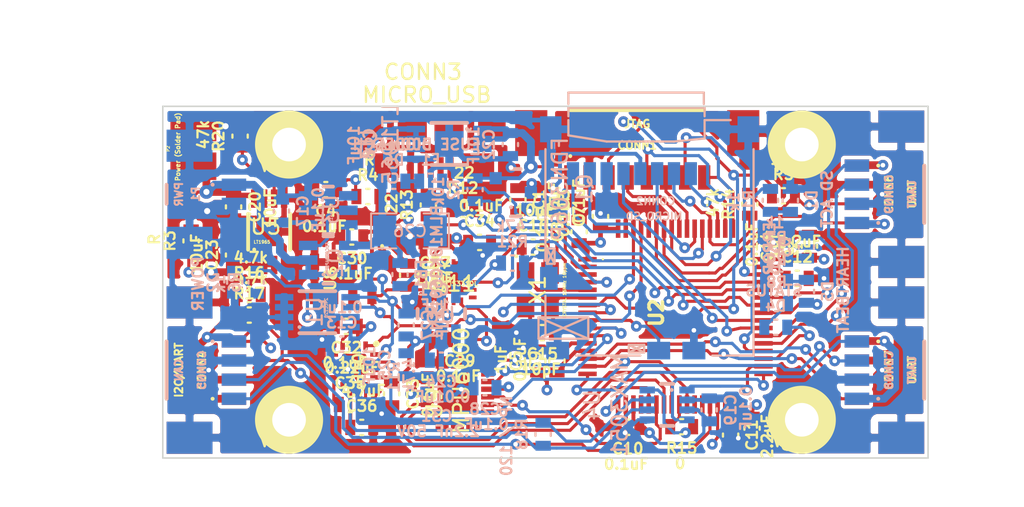
<source format=kicad_pcb>
(kicad_pcb (version 3) (host pcbnew "(2013-may-18)-stable")
  (layers (15 F.Cu signal) (2 Inner2.Cu mixed) (1 "Inner1.Cu(GND)" power) (0 B.Cu signal) (18 B.Paste user) (20 B.SilkS user) (21 F.SilkS user) (22 B.Mask user) (23 F.Mask user) (28 Edge.Cuts user))
  (net 0 "")
  (net 1 /CAN_CONN1_EN)
  (net 2 /CAN_CONN1_RX)
  (net 3 /CAN_CONN1_TX)
  (net 4 /EN_VCC_A)
  (net 5 /ERROR_LED)
  (net 6 /HEARTBEAT_LED)
  (net 7 /I2C_CONN1_SCL)
  (net 8 /I2C_CONN1_SDA)
  (net 9 /IO_EN)
  (net 10 /SDIO_CK)
  (net 11 /SDIO_CMD)
  (net 12 /SDIO_D0)
  (net 13 /SDIO_D1)
  (net 14 /SDIO_D2)
  (net 15 /SDIO_D3)
  (net 16 /SD_DETECT)
  (net 17 /SD_LED)
  (net 18 /SD_PWR)
  (net 19 /STATUS_LED)
  (net 20 /STM32F4_NRST)
  (net 21 /STM32F4_TCK)
  (net 22 /STM32F4_TDI)
  (net 23 /STM32F4_TDO)
  (net 24 /STM32F4_TMS)
  (net 25 /STM32F4_TRST)
  (net 26 /Sensors/H3LIS331DL_INT1)
  (net 27 /Sensors/HMC5883L_DRDY)
  (net 28 /Sensors/I2C_SCL)
  (net 29 /Sensors/I2C_SDA)
  (net 30 /Sensors/MPU6000_CS)
  (net 31 /Sensors/MPU6000_FSYNC)
  (net 32 /Sensors/MPU6000_INT)
  (net 33 /Sensors/SPI_MISO)
  (net 34 /Sensors/SPI_MOSI)
  (net 35 /Sensors/SPI_SCK)
  (net 36 /Sensors/VCC_A)
  (net 37 /UART_CONN1_RX)
  (net 38 /UART_CONN1_TX)
  (net 39 /UART_CONN2_RX)
  (net 40 /UART_CONN2_TX)
  (net 41 /UART_CONN3_RX)
  (net 42 /UART_CONN3_TX)
  (net 43 /UART_CONN4_RX)
  (net 44 /UART_CONN4_TX)
  (net 45 /USB_DM)
  (net 46 /USB_DP)
  (net 47 /VCC_IO)
  (net 48 /V_BAT_MON_AD)
  (net 49 /V_DC)
  (net 50 /V_IN)
  (net 51 /V_USB)
  (net 52 GND)
  (net 53 N-000001)
  (net 54 N-0000011)
  (net 55 N-000002)
  (net 56 N-000003)
  (net 57 N-0000034)
  (net 58 N-0000039)
  (net 59 N-000004)
  (net 60 N-0000044)
  (net 61 N-0000045)
  (net 62 N-0000047)
  (net 63 N-0000048)
  (net 64 N-000005)
  (net 65 N-0000050)
  (net 66 N-0000051)
  (net 67 N-0000054)
  (net 68 N-0000060)
  (net 69 N-0000065)
  (net 70 N-0000066)
  (net 71 N-0000078)
  (net 72 N-0000081)
  (net 73 N-0000082)
  (net 74 N-0000083)
  (net 75 N-0000084)
  (net 76 N-0000085)
  (net 77 VCC)
  (module SM1206 (layer B.Cu) (at 48.15 34.15 180)
    (fp_text reference C26 (at 0 0 180) (layer B.SilkS) (effects (font (size 0.762 0.762) (thickness 0.127)) (justify mirror)))
    (fp_text value 100uF hide)
    (pad 1 smd rect (at -1.651 0 180) (size 1.524 2.032) (layers B.Cu B.Paste B.Mask) (net 52 GND))
    (pad 2 smd rect (at 1.651 0 180) (size 1.524 2.032) (layers B.Cu B.Paste B.Mask) (net 50 /V_IN))
  )
  (module _TSX-3225-SMD-XTAL (layer F.Cu) (at 56.5 38 270)
    (fp_text reference X1 (at 0 0 270) (layer F.SilkS))
    (fp_text value "CRYSTAL 16MHz 10ppm" (at 0 -1.75 270) (layer F.SilkS) (effects (font (size 0.2 0.2) (thickness 0.05))))
    (pad 4 smd rect (at -1.1 -0.8 270) (size 1.4 1.15) (layers F.Cu F.Mask) (net 52 GND))
    (pad 3 smd rect (at 1.1 -0.8 270) (size 1.4 1.15) (layers F.Cu F.Mask) (net 63 N-0000048))
    (pad 2 smd rect (at 1.1 0.8 270) (size 1.4 1.15) (layers F.Cu F.Mask) (net 52 GND))
    (pad 1 smd rect (at -1.1 0.8 270) (size 1.4 1.15) (layers F.Cu F.Mask) (net 62 N-0000047))
  )
  (module _TSOT23-6 (layer B.Cu) (at 41.5 33.75 90)
    (fp_text reference U3 (at 1 1.5 90) (layer B.SilkS) (effects (justify mirror)))
    (fp_text value LTC4412 (at 0.75 1.5 90) (layer B.SilkS) (effects (font (size 0.2 0.2) (thickness 0.05)) (justify mirror)))
    (pad 4 smd rect (at 1.9 2.62 90) (size 0.62 1.22) (layers B.Cu B.Paste B.Mask))
    (pad 5 smd rect (at 0.95 2.62 90) (size 0.62 1.22) (layers B.Cu B.Paste B.Mask) (net 66 N-0000051))
    (pad 3 smd rect (at 1.9 0 90) (size 0.62 1.22) (layers B.Cu B.Paste B.Mask) (net 52 GND))
    (pad 6 smd rect (at 0 2.62 90) (size 0.62 1.22) (layers B.Cu B.Paste B.Mask) (net 50 /V_IN))
    (pad 2 smd rect (at 0.95 0 90) (size 0.62 1.22) (layers B.Cu B.Paste B.Mask) (net 52 GND))
    (pad 1 smd rect (at 0 0 90) (size 0.62 1.22) (layers B.Cu B.Paste B.Mask) (net 49 /V_DC))
  )
  (module _TSOT23-5 (layer B.Cu) (at 49.25 38.25)
    (fp_text reference U6 (at 0.88 1.41) (layer B.SilkS) (effects (justify mirror)))
    (fp_text value LT1761-3.3 (at 0.88 1.41) (layer B.SilkS) (effects (font (size 0.2 0.2) (thickness 0.05)) (justify mirror)))
    (pad 5 smd rect (at 0 2.62) (size 0.62 1.22) (layers B.Cu B.Paste B.Mask) (net 36 /Sensors/VCC_A))
    (pad 4 smd rect (at 1.9 2.62) (size 0.62 1.22) (layers B.Cu B.Paste B.Mask) (net 55 N-000002))
    (pad 3 smd rect (at 1.9 0) (size 0.62 1.22) (layers B.Cu B.Paste B.Mask) (net 4 /EN_VCC_A))
    (pad 2 smd rect (at 0.95 0) (size 0.62 1.22) (layers B.Cu B.Paste B.Mask) (net 52 GND))
    (pad 1 smd rect (at 0 0) (size 0.62 1.22) (layers B.Cu B.Paste B.Mask) (net 68 N-0000060))
  )
  (module _SOT23-8 (layer B.Cu) (at 66.25 44.55 270)
    (fp_text reference U4 (at 1 6.2 270) (layer B.SilkS) (effects (justify mirror)))
    (fp_text value MAX3051 (at 1 4.4 270) (layer B.SilkS) (effects (justify mirror)))
    (pad 8 smd rect (at 0 2.6 270) (size 0.45 1) (layers B.Cu B.Mask) (net 56 N-000003))
    (pad 7 smd rect (at 0.65 2.6 270) (size 0.45 1) (layers B.Cu B.Mask) (net 69 N-0000065))
    (pad 6 smd rect (at 1.3 2.6 270) (size 0.45 1) (layers B.Cu B.Mask) (net 70 N-0000066))
    (pad 5 smd rect (at 1.95 2.6 270) (size 0.45 1) (layers B.Cu B.Mask) (net 52 GND))
    (pad 4 smd rect (at 1.95 0 270) (size 0.45 1) (layers B.Cu B.Mask) (net 2 /CAN_CONN1_RX))
    (pad 3 smd rect (at 1.3 0 270) (size 0.45 1) (layers B.Cu B.Mask) (net 77 VCC))
    (pad 2 smd rect (at 0.65 0 270) (size 0.45 1) (layers B.Cu B.Mask) (net 52 GND))
    (pad 1 smd rect (at 0 0 270) (size 0.45 1) (layers B.Cu B.Mask) (net 3 /CAN_CONN1_TX))
  )
  (module _MSOP-8-EP (layer F.Cu) (at 37.975 36.375)
    (fp_text reference U5 (at 0.75 -2.5) (layer F.SilkS))
    (fp_text value LT1965 (at 0.5 -1.5) (layer F.SilkS) (effects (font (size 0.2 0.2) (thickness 0.05))))
    (pad 9 smd rect (at 0.975 -2.171) (size 1.68 1.88) (layers F.Cu F.Mask) (net 52 GND))
    (pad 8 smd rect (at 0 -4.341) (size 0.42 1.2) (layers F.Cu F.Mask) (net 49 /V_DC))
    (pad 7 smd rect (at 0.65 -4.341) (size 0.42 1.2) (layers F.Cu F.Mask) (net 49 /V_DC))
    (pad 6 smd rect (at 1.3 -4.341) (size 0.42 1.2) (layers F.Cu F.Mask) (net 9 /IO_EN))
    (pad 5 smd rect (at 1.95 -4.341) (size 0.42 1.2) (layers F.Cu F.Mask) (net 52 GND))
    (pad 4 smd rect (at 1.95 0) (size 0.42 1.2) (layers F.Cu F.Mask) (net 52 GND))
    (pad 3 smd rect (at 1.3 0) (size 0.42 1.2) (layers F.Cu F.Mask) (net 47 /VCC_IO))
    (pad 2 smd rect (at 0.65 0) (size 0.42 1.2) (layers F.Cu F.Mask) (net 47 /VCC_IO))
    (pad 1 smd rect (at 0 0) (size 0.42 1.2) (layers F.Cu F.Mask) (net 47 /VCC_IO))
  )
  (module _MSOP-8-EP (layer B.Cu) (at 52.8828 27.4828 270)
    (fp_text reference U7 (at 1 7.4 270) (layer B.SilkS) (effects (justify mirror)))
    (fp_text value LT1965 (at 1 6 270) (layer B.SilkS) (effects (justify mirror)))
    (pad 9 smd rect (at 0.975 2.171 270) (size 1.68 1.88) (layers B.Cu B.Paste B.Mask) (net 52 GND))
    (pad 8 smd rect (at 0 4.341 270) (size 0.42 1.2) (layers B.Cu B.Paste B.Mask) (net 50 /V_IN))
    (pad 7 smd rect (at 0.65 4.341 270) (size 0.42 1.2) (layers B.Cu B.Paste B.Mask) (net 50 /V_IN))
    (pad 6 smd rect (at 1.3 4.341 270) (size 0.42 1.2) (layers B.Cu B.Paste B.Mask) (net 50 /V_IN))
    (pad 5 smd rect (at 1.95 4.341 270) (size 0.42 1.2) (layers B.Cu B.Paste B.Mask) (net 52 GND))
    (pad 4 smd rect (at 1.95 0 270) (size 0.42 1.2) (layers B.Cu B.Paste B.Mask) (net 52 GND))
    (pad 3 smd rect (at 1.3 0 270) (size 0.42 1.2) (layers B.Cu B.Paste B.Mask) (net 77 VCC))
    (pad 2 smd rect (at 0.65 0 270) (size 0.42 1.2) (layers B.Cu B.Paste B.Mask) (net 77 VCC))
    (pad 1 smd rect (at 0 0 270) (size 0.42 1.2) (layers B.Cu B.Paste B.Mask) (net 77 VCC))
  )
  (module _MS5611-01BA (layer F.Cu) (at 43.7896 37.2872 270)
    (fp_text reference U8 (at 0.06 0.85 270) (layer F.SilkS) (effects (font (size 0.70104 0.70104) (thickness 0.14986))))
    (fp_text value MS5611-01BA hide)
    (pad 3 smd rect (at -1.1 0.625 270) (size 1.1 0.6) (layers F.Cu F.Mask) (net 52 GND))
    (pad 4 smd rect (at -1.1 1.875 270) (size 1.1 0.6) (layers F.Cu F.Mask) (net 52 GND))
    (pad 2 smd rect (at -1.1 -0.625 270) (size 1.1 0.6) (layers F.Cu F.Mask) (net 36 /Sensors/VCC_A))
    (pad 1 smd rect (at -1.1 -1.875 270) (size 1.1 0.6) (layers F.Cu F.Mask) (net 36 /Sensors/VCC_A))
    (pad 8 smd rect (at 1.1 -1.875 270) (size 1.1 0.6) (layers F.Cu F.Mask) (net 28 /Sensors/I2C_SCL))
    (pad 7 smd rect (at 1.1 -0.625 270) (size 1.1 0.6) (layers F.Cu F.Mask) (net 29 /Sensors/I2C_SDA))
    (pad 5 smd rect (at 1.1 1.875 270) (size 1.1 0.6) (layers F.Cu F.Mask) (net 52 GND))
    (pad 6 smd rect (at 1.1 0.625 270) (size 1.1 0.6) (layers F.Cu F.Mask))
  )
  (module _Micro-USB-AB-receptacle-SMT (layer F.Cu) (at 49.5 30 180)
    (fp_text reference CONN3 (at 0.5 6.25 180) (layer F.SilkS))
    (fp_text value MICRO_USB (at 0.25 4.75 180) (layer F.SilkS))
    (pad 9 smd rect (at 1.2 2.675 180) (size 1.9 1.9) (layers F.Cu F.Mask))
    (pad 8 smd rect (at -1.2 2.675 180) (size 1.9 1.9) (layers F.Cu F.Mask))
    (pad 10 smd rect (at 4 2.675 180) (size 1.8 1.9) (layers F.Cu F.Mask))
    (pad 7 smd rect (at -4 2.675 180) (size 1.8 1.9) (layers F.Cu F.Mask))
    (pad 6 smd rect (at -3.1 0.125 180) (size 2.1 1.6) (layers F.Cu F.Mask))
    (pad 11 smd rect (at 3.1 0.125 180) (size 2.1 1.6) (layers F.Cu F.Mask))
    (pad 1 smd rect (at -1.3 0 180) (size 0.4 1.35) (layers F.Cu F.Mask) (net 51 /V_USB))
    (pad 2 smd rect (at -0.65 0 180) (size 0.4 1.35) (layers F.Cu F.Mask) (net 60 N-0000044))
    (pad 5 smd rect (at 1.3 0 180) (size 0.4 1.35) (layers F.Cu F.Mask) (net 52 GND))
    (pad 4 smd rect (at 0.65 0 180) (size 0.4 1.35) (layers F.Cu F.Mask))
    (pad 3 smd rect (at 0 0 180) (size 0.4 1.35) (layers F.Cu F.Mask) (net 61 N-0000045))
  )
  (module _LQFP64 (layer F.Cu) (at 59.75 36 270)
    (fp_text reference U2 (at 3.5 -4.5 270) (layer F.SilkS) (effects (font (size 0.889 0.889) (thickness 0.3048))))
    (fp_text value STM32F415RGT6 hide)
    (pad 1 smd rect (at 0 0 270) (size 0.3 1.2) (layers F.Cu F.Mask) (net 77 VCC))
    (pad 2 smd rect (at 0.5 0 270) (size 0.3 1.2) (layers F.Cu F.Mask) (net 18 /SD_PWR))
    (pad 3 smd rect (at 1 0 270) (size 0.3 1.2) (layers F.Cu F.Mask) (net 4 /EN_VCC_A))
    (pad 4 smd rect (at 1.5 0 270) (size 0.3 1.2) (layers F.Cu F.Mask) (net 26 /Sensors/H3LIS331DL_INT1))
    (pad 5 smd rect (at 2 0 270) (size 0.3 1.2) (layers F.Cu F.Mask) (net 62 N-0000047))
    (pad 6 smd rect (at 2.5 0 270) (size 0.3 1.2) (layers F.Cu F.Mask) (net 63 N-0000048))
    (pad 7 smd rect (at 3 0 270) (size 0.3 1.2) (layers F.Cu F.Mask) (net 20 /STM32F4_NRST))
    (pad 8 smd rect (at 3.5 0 270) (size 0.3 1.2) (layers F.Cu F.Mask) (net 48 /V_BAT_MON_AD))
    (pad 9 smd rect (at 4 0 270) (size 0.3 1.2) (layers F.Cu F.Mask) (net 16 /SD_DETECT))
    (pad 10 smd rect (at 4.5 0 270) (size 0.3 1.2) (layers F.Cu F.Mask) (net 32 /Sensors/MPU6000_INT))
    (pad 11 smd rect (at 5 0 270) (size 0.3 1.2) (layers F.Cu F.Mask) (net 31 /Sensors/MPU6000_FSYNC))
    (pad 12 smd rect (at 5.5 0 270) (size 0.3 1.2) (layers F.Cu F.Mask) (net 52 GND))
    (pad 13 smd rect (at 6 0 270) (size 0.3 1.2) (layers F.Cu F.Mask) (net 77 VCC))
    (pad 14 smd rect (at 6.5 0 270) (size 0.3 1.2) (layers F.Cu F.Mask) (net 40 /UART_CONN2_TX))
    (pad 15 smd rect (at 7 0 270) (size 0.3 1.2) (layers F.Cu F.Mask) (net 39 /UART_CONN2_RX))
    (pad 16 smd rect (at 7.5 0 270) (size 0.3 1.2) (layers F.Cu F.Mask) (net 42 /UART_CONN3_TX))
    (pad 17 smd rect (at 9.5 -2 180) (size 0.3 1.2) (layers F.Cu F.Mask) (net 41 /UART_CONN3_RX))
    (pad 18 smd rect (at 9.5 -2.5 180) (size 0.3 1.2) (layers F.Cu F.Mask) (net 52 GND))
    (pad 19 smd rect (at 9.5 -3 180) (size 0.3 1.2) (layers F.Cu F.Mask) (net 77 VCC))
    (pad 20 smd rect (at 9.5 -3.5 180) (size 0.3 1.2) (layers F.Cu F.Mask))
    (pad 21 smd rect (at 9.5 -4 180) (size 0.3 1.2) (layers F.Cu F.Mask) (net 35 /Sensors/SPI_SCK))
    (pad 22 smd rect (at 9.5 -4.5 180) (size 0.3 1.2) (layers F.Cu F.Mask) (net 33 /Sensors/SPI_MISO))
    (pad 23 smd rect (at 9.5 -5 180) (size 0.3 1.2) (layers F.Cu F.Mask) (net 34 /Sensors/SPI_MOSI))
    (pad 24 smd rect (at 9.5 -5.5 180) (size 0.3 1.2) (layers F.Cu F.Mask) (net 30 /Sensors/MPU6000_CS))
    (pad 25 smd rect (at 9.5 -6 180) (size 0.3 1.2) (layers F.Cu F.Mask) (net 1 /CAN_CONN1_EN))
    (pad 26 smd rect (at 9.5 -6.5 180) (size 0.3 1.2) (layers F.Cu F.Mask) (net 27 /Sensors/HMC5883L_DRDY))
    (pad 27 smd rect (at 9.5 -7 180) (size 0.3 1.2) (layers F.Cu F.Mask))
    (pad 28 smd rect (at 9.5 -7.5 180) (size 0.3 1.2) (layers F.Cu F.Mask))
    (pad 29 smd rect (at 9.5 -8 180) (size 0.3 1.2) (layers F.Cu F.Mask) (net 7 /I2C_CONN1_SCL))
    (pad 30 smd rect (at 9.5 -8.5 180) (size 0.3 1.2) (layers F.Cu F.Mask) (net 8 /I2C_CONN1_SDA))
    (pad 31 smd rect (at 9.5 -9 180) (size 0.3 1.2) (layers F.Cu F.Mask) (net 59 N-000004))
    (pad 32 smd rect (at 9.5 -9.5 180) (size 0.3 1.2) (layers F.Cu F.Mask) (net 77 VCC))
    (pad 33 smd rect (at 7.5 -11.5 90) (size 0.3 1.2) (layers F.Cu F.Mask) (net 2 /CAN_CONN1_RX))
    (pad 34 smd rect (at 7 -11.5 90) (size 0.3 1.2) (layers F.Cu F.Mask) (net 3 /CAN_CONN1_TX))
    (pad 35 smd rect (at 6.5 -11.5 90) (size 0.3 1.2) (layers F.Cu F.Mask) (net 19 /STATUS_LED))
    (pad 36 smd rect (at 6 -11.5 90) (size 0.3 1.2) (layers F.Cu F.Mask) (net 17 /SD_LED))
    (pad 37 smd rect (at 5.5 -11.5 90) (size 0.3 1.2) (layers F.Cu F.Mask) (net 44 /UART_CONN4_TX))
    (pad 38 smd rect (at 5 -11.5 90) (size 0.3 1.2) (layers F.Cu F.Mask) (net 43 /UART_CONN4_RX))
    (pad 39 smd rect (at 4.5 -11.5 90) (size 0.3 1.2) (layers F.Cu F.Mask) (net 12 /SDIO_D0))
    (pad 40 smd rect (at 4 -11.5 90) (size 0.3 1.2) (layers F.Cu F.Mask) (net 13 /SDIO_D1))
    (pad 41 smd rect (at 3.5 -11.5 90) (size 0.3 1.2) (layers F.Cu F.Mask) (net 6 /HEARTBEAT_LED))
    (pad 42 smd rect (at 3 -11.5 90) (size 0.3 1.2) (layers F.Cu F.Mask) (net 51 /V_USB))
    (pad 43 smd rect (at 2.5 -11.5 90) (size 0.3 1.2) (layers F.Cu F.Mask) (net 5 /ERROR_LED))
    (pad 44 smd rect (at 2 -11.5 90) (size 0.3 1.2) (layers F.Cu F.Mask) (net 45 /USB_DM))
    (pad 45 smd rect (at 1.5 -11.5 90) (size 0.3 1.2) (layers F.Cu F.Mask) (net 46 /USB_DP))
    (pad 46 smd rect (at 1 -11.5 90) (size 0.3 1.2) (layers F.Cu F.Mask) (net 24 /STM32F4_TMS))
    (pad 47 smd rect (at 0.5 -11.5 90) (size 0.3 1.2) (layers F.Cu F.Mask) (net 64 N-000005))
    (pad 48 smd rect (at 0 -11.5 90) (size 0.3 1.2) (layers F.Cu F.Mask) (net 77 VCC))
    (pad 49 smd rect (at -2 -9.5) (size 0.3 1.2) (layers F.Cu F.Mask) (net 21 /STM32F4_TCK))
    (pad 50 smd rect (at -2 -9) (size 0.3 1.2) (layers F.Cu F.Mask) (net 22 /STM32F4_TDI))
    (pad 51 smd rect (at -2 -8.5) (size 0.3 1.2) (layers F.Cu F.Mask) (net 14 /SDIO_D2))
    (pad 52 smd rect (at -2 -8) (size 0.3 1.2) (layers F.Cu F.Mask) (net 15 /SDIO_D3))
    (pad 53 smd rect (at -2 -7.5) (size 0.3 1.2) (layers F.Cu F.Mask) (net 10 /SDIO_CK))
    (pad 54 smd rect (at -2 -7) (size 0.3 1.2) (layers F.Cu F.Mask) (net 11 /SDIO_CMD))
    (pad 55 smd rect (at -2 -6.5) (size 0.3 1.2) (layers F.Cu F.Mask) (net 23 /STM32F4_TDO))
    (pad 56 smd rect (at -2 -6) (size 0.3 1.2) (layers F.Cu F.Mask) (net 25 /STM32F4_TRST))
    (pad 57 smd rect (at -2 -5.5) (size 0.3 1.2) (layers F.Cu F.Mask) (net 9 /IO_EN))
    (pad 58 smd rect (at -2 -5) (size 0.3 1.2) (layers F.Cu F.Mask) (net 38 /UART_CONN1_TX))
    (pad 59 smd rect (at -2 -4.5) (size 0.3 1.2) (layers F.Cu F.Mask) (net 37 /UART_CONN1_RX))
    (pad 60 smd rect (at -2 -4) (size 0.3 1.2) (layers F.Cu F.Mask) (net 52 GND))
    (pad 61 smd rect (at -2 -3.5) (size 0.3 1.2) (layers F.Cu F.Mask) (net 28 /Sensors/I2C_SCL))
    (pad 62 smd rect (at -2 -3) (size 0.3 1.2) (layers F.Cu F.Mask) (net 29 /Sensors/I2C_SDA))
    (pad 63 smd rect (at -2 -2.5) (size 0.3 1.2) (layers F.Cu F.Mask) (net 52 GND))
    (pad 64 smd rect (at -2 -2) (size 0.3 1.2) (layers F.Cu F.Mask) (net 77 VCC))
  )
  (module _HMC5883L (layer F.Cu) (at 44.5008 42.9768 270)
    (fp_text reference U10 (at 0.2 -0.28 270) (layer F.SilkS) (effects (font (size 0.70104 0.70104) (thickness 0.14986))))
    (fp_text value HMC5883L hide)
    (pad 14 smd rect (at 0.25 -1.325) (size 0.55 0.3) (layers F.Cu F.Mask))
    (pad 13 smd rect (at 0.75 -1.325) (size 0.55 0.3) (layers F.Cu F.Mask) (net 36 /Sensors/VCC_A))
    (pad 15 smd rect (at -0.25 -1.325) (size 0.55 0.3) (layers F.Cu F.Mask) (net 27 /Sensors/HMC5883L_DRDY))
    (pad 16 smd rect (at -0.75 -1.325) (size 0.55 0.3) (layers F.Cu F.Mask) (net 29 /Sensors/I2C_SDA))
    (pad 5 smd rect (at -0.75 1.325) (size 0.55 0.3) (layers F.Cu F.Mask))
    (pad 6 smd rect (at -0.25 1.325) (size 0.55 0.3) (layers F.Cu F.Mask))
    (pad 8 smd rect (at 0.75 1.325) (size 0.55 0.3) (layers F.Cu F.Mask) (net 72 N-0000081))
    (pad 7 smd rect (at 0.25 1.325) (size 0.55 0.3) (layers F.Cu F.Mask))
    (pad 12 smd rect (at 1.325 -0.75 270) (size 0.55 0.3) (layers F.Cu F.Mask) (net 74 N-0000083))
    (pad 11 smd rect (at 1.325 -0.25 270) (size 0.55 0.3) (layers F.Cu F.Mask) (net 52 GND))
    (pad 9 smd rect (at 1.325 0.75 270) (size 0.55 0.3) (layers F.Cu F.Mask) (net 52 GND))
    (pad 10 smd rect (at 1.325 0.25 270) (size 0.55 0.3) (layers F.Cu F.Mask) (net 73 N-0000082))
    (pad 3 smd rect (at -1.325 0.25 270) (size 0.55 0.3) (layers F.Cu F.Mask))
    (pad 4 smd rect (at -1.325 0.75 270) (size 0.55 0.3) (layers F.Cu F.Mask) (net 36 /Sensors/VCC_A))
    (pad 2 smd rect (at -1.325 -0.25 270) (size 0.55 0.3) (layers F.Cu F.Mask) (net 36 /Sensors/VCC_A))
    (pad 1 smd rect (at -1.325 -0.75 270) (size 0.55 0.3) (layers F.Cu F.Mask) (net 28 /Sensors/I2C_SCL))
  )
  (module _H3LIS331DL (layer F.Cu) (at 51 37.5)
    (fp_text reference U11 (at -0.01 0.1) (layer F.SilkS))
    (fp_text value H3LIS331DL (at 0.24 0.1) (layer F.SilkS) (effects (font (size 0.3 0.3) (thickness 0.075))))
    (pad 16 smd rect (at -0.5 -1.25 90) (size 0.5 0.25) (layers F.Cu F.Mask) (net 52 GND))
    (pad 15 smd rect (at 0 -1.25 90) (size 0.5 0.25) (layers F.Cu F.Mask) (net 36 /Sensors/VCC_A))
    (pad 14 smd rect (at 0.5 -1.25 90) (size 0.5 0.25) (layers F.Cu F.Mask) (net 36 /Sensors/VCC_A))
    (pad 8 smd rect (at 0.5 1.25 90) (size 0.5 0.25) (layers F.Cu F.Mask) (net 36 /Sensors/VCC_A))
    (pad 7 smd rect (at 0 1.25 90) (size 0.5 0.25) (layers F.Cu F.Mask) (net 36 /Sensors/VCC_A))
    (pad 6 smd rect (at -0.5 1.25 90) (size 0.5 0.25) (layers F.Cu F.Mask) (net 29 /Sensors/I2C_SDA))
    (pad 13 smd rect (at 1.25 -1) (size 0.5 0.25) (layers F.Cu F.Mask) (net 52 GND))
    (pad 12 smd rect (at 1.25 -0.5) (size 0.5 0.25) (layers F.Cu F.Mask) (net 52 GND))
    (pad 11 smd rect (at 1.25 0) (size 0.5 0.25) (layers F.Cu F.Mask) (net 26 /Sensors/H3LIS331DL_INT1))
    (pad 9 smd rect (at 1.25 1) (size 0.5 0.25) (layers F.Cu F.Mask))
    (pad 10 smd rect (at 1.25 0.5) (size 0.5 0.25) (layers F.Cu F.Mask) (net 52 GND))
    (pad 4 smd rect (at -1.25 0.5) (size 0.5 0.25) (layers F.Cu F.Mask) (net 28 /Sensors/I2C_SCL))
    (pad 5 smd rect (at -1.25 1) (size 0.5 0.25) (layers F.Cu F.Mask) (net 52 GND))
    (pad 3 smd rect (at -1.25 0) (size 0.5 0.25) (layers F.Cu F.Mask))
    (pad 2 smd rect (at -1.25 -0.5) (size 0.5 0.25) (layers F.Cu F.Mask))
    (pad 1 smd rect (at -1.25 -1) (size 0.5 0.25) (layers F.Cu F.Mask) (net 36 /Sensors/VCC_A))
  )
  (module _FAIRCHILD-MOSFET-SuperSOT-6 (layer B.Cu) (at 41.5 37 90)
    (fp_text reference Q2 (at 0.75 1.75 90) (layer B.SilkS) (effects (justify mirror)))
    (fp_text value FDC638APZ (at 1.25 1.25 90) (layer B.SilkS) (effects (font (size 0.2 0.2) (thickness 0.05)) (justify mirror)))
    (pad S smd rect (at 1.9 2.62 90) (size 0.62 1.22) (layers B.Cu B.Paste B.Mask) (net 50 /V_IN))
    (pad D smd rect (at 0.95 2.62 90) (size 0.62 1.22) (layers B.Cu B.Paste B.Mask) (net 49 /V_DC))
    (pad G smd rect (at 1.9 0 90) (size 0.62 1.22) (layers B.Cu B.Paste B.Mask) (net 66 N-0000051))
    (pad D smd rect (at 0 2.62 90) (size 0.62 1.22) (layers B.Cu B.Paste B.Mask) (net 49 /V_DC))
    (pad D smd rect (at 0.95 0 90) (size 0.62 1.22) (layers B.Cu B.Paste B.Mask) (net 49 /V_DC))
    (pad D smd rect (at 0 0 90) (size 0.62 1.22) (layers B.Cu B.Paste B.Mask) (net 49 /V_DC))
  )
  (module _FAIRCHILD-MOSFET-SuperSOT-3 (layer B.Cu) (at 53.75 32.6 90)
    (fp_text reference Q1 (at 1.2 5.8 90) (layer B.SilkS) (effects (justify mirror)))
    (fp_text value FDN306P (at 1.2 4.2 90) (layer B.SilkS) (effects (justify mirror)))
    (pad D smd rect (at 0.95 2.3 90) (size 0.8 0.8) (layers B.Cu B.Mask) (net 71 N-0000078))
    (pad S smd rect (at 1.9 0 90) (size 0.8 0.8) (layers B.Cu B.Mask) (net 77 VCC))
    (pad G smd rect (at 0 0 90) (size 0.8 0.8) (layers B.Cu B.Mask) (net 18 /SD_PWR))
  )
  (module _MSOP-8 (layer B.Cu) (at 39.9288 40.4368 90)
    (fp_text reference U1 (at 1 2 90) (layer B.SilkS) (effects (justify mirror)))
    (fp_text value 24LC128 (at 1.25 2.75 90) (layer B.SilkS) (effects (font (size 0.2 0.2) (thickness 0.05)) (justify mirror)))
    (pad 8 smd rect (at 0 4.341 90) (size 0.42 1.2) (layers B.Cu B.Paste B.Mask) (net 36 /Sensors/VCC_A))
    (pad 7 smd rect (at 0.65 4.341 90) (size 0.42 1.2) (layers B.Cu B.Paste B.Mask) (net 52 GND))
    (pad 6 smd rect (at 1.3 4.341 90) (size 0.42 1.2) (layers B.Cu B.Paste B.Mask) (net 28 /Sensors/I2C_SCL))
    (pad 5 smd rect (at 1.95 4.341 90) (size 0.42 1.2) (layers B.Cu B.Paste B.Mask) (net 29 /Sensors/I2C_SDA))
    (pad 4 smd rect (at 1.95 0 90) (size 0.42 1.2) (layers B.Cu B.Paste B.Mask) (net 52 GND))
    (pad 3 smd rect (at 1.3 0 90) (size 0.42 1.2) (layers B.Cu B.Paste B.Mask) (net 52 GND))
    (pad 2 smd rect (at 0.65 0 90) (size 0.42 1.2) (layers B.Cu B.Paste B.Mask) (net 52 GND))
    (pad 1 smd rect (at 0 0 90) (size 0.42 1.2) (layers B.Cu B.Paste B.Mask) (net 52 GND))
  )
  (module _M2 (layer F.Cu) (at 73.75 28.5)
    (fp_text reference _M2 (at 0 -1.27) (layer F.SilkS))
    (fp_text value VAL** (at 0 1.27) (layer F.SilkS))
    (pad 1 thru_hole circle (at 0 0) (size 4.45 4.45) (drill 2.2) (layers *.Cu *.Mask F.SilkS) (net 52 GND))
  )
  (module _M2 (layer F.Cu) (at 73.75 46.5)
    (fp_text reference _M2 (at 0 -1.27) (layer F.SilkS))
    (fp_text value VAL** (at 0 1.27) (layer F.SilkS))
    (pad 1 thru_hole circle (at 0 0) (size 4.45 4.45) (drill 2.2) (layers *.Cu *.Mask F.SilkS) (net 52 GND))
  )
  (module _M2 (layer F.Cu) (at 40.25 46.5)
    (fp_text reference _M2 (at 0 -1.27) (layer F.SilkS))
    (fp_text value VAL** (at 0 1.27) (layer F.SilkS))
    (pad 1 thru_hole circle (at 0 0) (size 4.45 4.45) (drill 2.2) (layers *.Cu *.Mask F.SilkS) (net 52 GND))
  )
  (module _M2 (layer F.Cu) (at 40.25 28.5)
    (fp_text reference _M2 (at 0 -1.27) (layer F.SilkS))
    (fp_text value VAL** (at 0 1.27) (layer F.SilkS))
    (pad 1 thru_hole circle (at 0 0) (size 4.45 4.45) (drill 2.2) (layers *.Cu *.Mask F.SilkS) (net 52 GND))
  )
  (module _0603-W (layer F.Cu) (at 70.5 47.05 270)
    (fp_text reference C6 (at 0 -1.4 270) (layer F.SilkS) (effects (font (size 0.7 0.7))))
    (fp_text value 0.1uF (at 0.1 -2.4 270) (layer F.SilkS) (effects (font (size 0.7 0.7))))
    (pad 2 smd rect (at 0.75 0 270) (size 0.65 1) (layers F.Cu F.Mask) (net 52 GND))
    (pad 1 smd rect (at -0.75 0 270) (size 0.65 1) (layers F.Cu F.Mask) (net 77 VCC))
  )
  (module _0603-W (layer B.Cu) (at 43.7 41.55 180)
    (fp_text reference C13 (at 0 1.4 180) (layer B.SilkS) (effects (font (size 0.7 0.7)) (justify mirror)))
    (fp_text value 0.1uF (at 0.1 2.4 180) (layer B.SilkS) (effects (font (size 0.7 0.7)) (justify mirror)))
    (pad 2 smd rect (at 0.75 0 180) (size 0.65 1) (layers B.Cu B.Paste B.Mask) (net 52 GND))
    (pad 1 smd rect (at -0.75 0 180) (size 0.65 1) (layers B.Cu B.Paste B.Mask) (net 36 /Sensors/VCC_A))
  )
  (module _0603-W (layer B.Cu) (at 54.85 36.25 180)
    (fp_text reference R21 (at 0 1.4 180) (layer B.SilkS) (effects (font (size 0.7 0.7)) (justify mirror)))
    (fp_text value 47k (at 0.1 2.4 180) (layer B.SilkS) (effects (font (size 0.7 0.7)) (justify mirror)))
    (pad 2 smd rect (at 0.75 0 180) (size 0.65 1) (layers B.Cu B.Paste B.Mask) (net 4 /EN_VCC_A))
    (pad 1 smd rect (at -0.75 0 180) (size 0.65 1) (layers B.Cu B.Paste B.Mask) (net 52 GND))
  )
  (module _0603-W (layer F.Cu) (at 69.1 47.5 270)
    (fp_text reference C11 (at 0 -1.4 270) (layer F.SilkS) (effects (font (size 0.7 0.7))))
    (fp_text value 2.2uF (at 0.1 -2.4 270) (layer F.SilkS) (effects (font (size 0.7 0.7))))
    (pad 2 smd rect (at 0.75 0 270) (size 0.65 1) (layers F.Cu F.Mask) (net 52 GND))
    (pad 1 smd rect (at -0.75 0 270) (size 0.65 1) (layers F.Cu F.Mask) (net 59 N-000004))
  )
  (module _0603-W (layer F.Cu) (at 73.45 37.25)
    (fp_text reference C12 (at 0 -1.4) (layer F.SilkS) (effects (font (size 0.7 0.7))))
    (fp_text value 2.2uF (at 0.1 -2.4) (layer F.SilkS) (effects (font (size 0.7 0.7))))
    (pad 2 smd rect (at 0.75 0) (size 0.65 1) (layers F.Cu F.Mask) (net 52 GND))
    (pad 1 smd rect (at -0.75 0) (size 0.65 1) (layers F.Cu F.Mask) (net 64 N-000005))
  )
  (module _0603-W (layer F.Cu) (at 57.75 42.65 90)
    (fp_text reference C9 (at 0 -1.4 90) (layer F.SilkS) (effects (font (size 0.7 0.7))))
    (fp_text value 0.1uF (at 0.1 -2.4 90) (layer F.SilkS) (effects (font (size 0.7 0.7))))
    (pad 2 smd rect (at 0.75 0 90) (size 0.65 1) (layers F.Cu F.Mask) (net 52 GND))
    (pad 1 smd rect (at -0.75 0 90) (size 0.65 1) (layers F.Cu F.Mask) (net 77 VCC))
  )
  (module _0603-W (layer F.Cu) (at 72.9 35.15 90)
    (fp_text reference C14 (at 0 -1.4 90) (layer F.SilkS) (effects (font (size 0.7 0.7))))
    (fp_text value 0.1uF (at 0.1 -2.4 90) (layer F.SilkS) (effects (font (size 0.7 0.7))))
    (pad 2 smd rect (at 0.75 0 90) (size 0.65 1) (layers F.Cu F.Mask) (net 52 GND))
    (pad 1 smd rect (at -0.75 0 90) (size 0.65 1) (layers F.Cu F.Mask) (net 77 VCC))
  )
  (module _0603-W (layer F.Cu) (at 62.3824 46.99 180)
    (fp_text reference C10 (at 0 -1.4 180) (layer F.SilkS) (effects (font (size 0.7 0.7))))
    (fp_text value 0.1uF (at 0.1 -2.4 180) (layer F.SilkS) (effects (font (size 0.7 0.7))))
    (pad 2 smd rect (at 0.75 0 180) (size 0.65 1) (layers F.Cu F.Mask) (net 52 GND))
    (pad 1 smd rect (at -0.75 0 180) (size 0.65 1) (layers F.Cu F.Mask) (net 77 VCC))
  )
  (module _0603-W (layer F.Cu) (at 59.2 34.2 90)
    (fp_text reference C8 (at 0 -1.4 90) (layer F.SilkS) (effects (font (size 0.7 0.7))))
    (fp_text value 0.1uF (at 0.1 -2.4 90) (layer F.SilkS) (effects (font (size 0.7 0.7))))
    (pad 2 smd rect (at 0.75 0 90) (size 0.65 1) (layers F.Cu F.Mask) (net 52 GND))
    (pad 1 smd rect (at -0.75 0 90) (size 0.65 1) (layers F.Cu F.Mask) (net 77 VCC))
  )
  (module _0603-W (layer F.Cu) (at 60.6 33.2 90)
    (fp_text reference C7 (at 0 -1.4 90) (layer F.SilkS) (effects (font (size 0.7 0.7))))
    (fp_text value 0.1uF (at 0.1 -2.4 90) (layer F.SilkS) (effects (font (size 0.7 0.7))))
    (pad 2 smd rect (at 0.75 0 90) (size 0.65 1) (layers F.Cu F.Mask) (net 52 GND))
    (pad 1 smd rect (at -0.75 0 90) (size 0.65 1) (layers F.Cu F.Mask) (net 77 VCC))
  )
  (module _0603-W (layer B.Cu) (at 72.1 38.9 180)
    (fp_text reference R8 (at 0 1.4 180) (layer B.SilkS) (effects (font (size 0.7 0.7)) (justify mirror)))
    (fp_text value 1k (at 0.1 2.4 180) (layer B.SilkS) (effects (font (size 0.7 0.7)) (justify mirror)))
    (pad 2 smd rect (at 0.75 0 180) (size 0.65 1) (layers B.Cu B.Mask) (net 52 GND))
    (pad 1 smd rect (at -0.75 0 180) (size 0.65 1) (layers B.Cu B.Mask) (net 58 N-0000039))
  )
  (module _0603-W (layer F.Cu) (at 72.55 31.85)
    (fp_text reference R5 (at 0 -1.4) (layer F.SilkS) (effects (font (size 0.7 0.7))))
    (fp_text value 10k (at 0.1 -2.4) (layer F.SilkS) (effects (font (size 0.7 0.7))))
    (pad 2 smd rect (at 0.75 0) (size 0.65 1) (layers F.Cu F.Mask) (net 77 VCC))
    (pad 1 smd rect (at -0.75 0) (size 0.65 1) (layers F.Cu F.Mask) (net 20 /STM32F4_NRST))
  )
  (module _0603-W (layer F.Cu) (at 37.65 39.65)
    (fp_text reference R17 (at 0 -1.4) (layer F.SilkS) (effects (font (size 0.7 0.7))))
    (fp_text value 4.7k (at 0.1 -2.4) (layer F.SilkS) (effects (font (size 0.7 0.7))))
    (pad 2 smd rect (at 0.75 0) (size 0.65 1) (layers F.Cu F.Mask) (net 7 /I2C_CONN1_SCL))
    (pad 1 smd rect (at -0.75 0) (size 0.65 1) (layers F.Cu F.Mask) (net 47 /VCC_IO))
  )
  (module _0603-W (layer F.Cu) (at 37.65 38.3)
    (fp_text reference R16 (at 0 -1.4) (layer F.SilkS) (effects (font (size 0.7 0.7))))
    (fp_text value 4.7k (at 0.1 -2.4) (layer F.SilkS) (effects (font (size 0.7 0.7))))
    (pad 2 smd rect (at 0.75 0) (size 0.65 1) (layers F.Cu F.Mask) (net 8 /I2C_CONN1_SDA))
    (pad 1 smd rect (at -0.75 0) (size 0.65 1) (layers F.Cu F.Mask) (net 47 /VCC_IO))
  )
  (module _0603-W (layer F.Cu) (at 56.8 32.1 270)
    (fp_text reference C3 (at 0 -1.4 270) (layer F.SilkS) (effects (font (size 0.7 0.7))))
    (fp_text value 0.1uF (at 0.1 -2.4 270) (layer F.SilkS) (effects (font (size 0.7 0.7))))
    (pad 2 smd rect (at 0.75 0 270) (size 0.65 1) (layers F.Cu F.Mask) (net 52 GND))
    (pad 1 smd rect (at -0.75 0 270) (size 0.65 1) (layers F.Cu F.Mask) (net 71 N-0000078))
  )
  (module _0603-W (layer F.Cu) (at 56.5 42.65 90)
    (fp_text reference C5 (at 0 -1.4 90) (layer F.SilkS) (effects (font (size 0.7 0.7))))
    (fp_text value 1uF (at 0.1 -2.4 90) (layer F.SilkS) (effects (font (size 0.7 0.7))))
    (pad 2 smd rect (at 0.75 0 90) (size 0.65 1) (layers F.Cu F.Mask) (net 52 GND))
    (pad 1 smd rect (at -0.75 0 90) (size 0.65 1) (layers F.Cu F.Mask) (net 77 VCC))
  )
  (module _0603-W (layer F.Cu) (at 55.2 32.1 270)
    (fp_text reference C1 (at 0 -1.4 270) (layer F.SilkS) (effects (font (size 0.7 0.7))))
    (fp_text value 10uF (at 0.1 -2.4 270) (layer F.SilkS) (effects (font (size 0.7 0.7))))
    (pad 2 smd rect (at 0.75 0 270) (size 0.65 1) (layers F.Cu F.Mask) (net 52 GND))
    (pad 1 smd rect (at -0.75 0 270) (size 0.65 1) (layers F.Cu F.Mask) (net 71 N-0000078))
  )
  (module _0603-W (layer F.Cu) (at 74.25 35.15 90)
    (fp_text reference C2 (at 0 -1.4 90) (layer F.SilkS) (effects (font (size 0.7 0.7))))
    (fp_text value 1uF (at 0.1 -2.4 90) (layer F.SilkS) (effects (font (size 0.7 0.7))))
    (pad 2 smd rect (at 0.75 0 90) (size 0.65 1) (layers F.Cu F.Mask) (net 52 GND))
    (pad 1 smd rect (at -0.75 0 90) (size 0.65 1) (layers F.Cu F.Mask) (net 77 VCC))
  )
  (module _0603-W (layer B.Cu) (at 53.05 44.4)
    (fp_text reference C28 (at 0 1.4) (layer B.SilkS) (effects (font (size 0.7 0.7)) (justify mirror)))
    (fp_text value 0.1uF (at 0.1 2.4) (layer B.SilkS) (effects (font (size 0.7 0.7)) (justify mirror)))
    (pad 2 smd rect (at 0.75 0) (size 0.65 1) (layers B.Cu B.Paste B.Mask) (net 76 N-0000085))
    (pad 1 smd rect (at -0.75 0) (size 0.65 1) (layers B.Cu B.Paste B.Mask) (net 52 GND))
  )
  (module _0603-W (layer F.Cu) (at 49.784 34.8488 180)
    (fp_text reference C37 (at 0 -1.4 180) (layer F.SilkS) (effects (font (size 0.7 0.7))))
    (fp_text value 10uF (at 0.1 -2.4 180) (layer F.SilkS) (effects (font (size 0.7 0.7))))
    (pad 2 smd rect (at 0.75 0 180) (size 0.65 1) (layers F.Cu F.Mask) (net 52 GND))
    (pad 1 smd rect (at -0.75 0 180) (size 0.65 1) (layers F.Cu F.Mask) (net 36 /Sensors/VCC_A))
  )
  (module _0603-W (layer F.Cu) (at 52.7 34.9)
    (fp_text reference C34 (at 0 -1.4) (layer F.SilkS) (effects (font (size 0.7 0.7))))
    (fp_text value 0.1uF (at 0.1 -2.4) (layer F.SilkS) (effects (font (size 0.7 0.7))))
    (pad 2 smd rect (at 0.75 0) (size 0.65 1) (layers F.Cu F.Mask) (net 52 GND))
    (pad 1 smd rect (at -0.75 0) (size 0.65 1) (layers F.Cu F.Mask) (net 36 /Sensors/VCC_A))
  )
  (module _0603-W (layer F.Cu) (at 45 47)
    (fp_text reference C36 (at 0 -1.4) (layer F.SilkS) (effects (font (size 0.7 0.7))))
    (fp_text value 4.7uF (at 0.1 -2.4) (layer F.SilkS) (effects (font (size 0.7 0.7))))
    (pad 2 smd rect (at 0.75 0) (size 0.65 1) (layers F.Cu F.Mask) (net 52 GND))
    (pad 1 smd rect (at -0.75 0) (size 0.65 1) (layers F.Cu F.Mask) (net 73 N-0000082))
  )
  (module _0603-W (layer F.Cu) (at 44.25 45.5)
    (fp_text reference C35 (at 0 -1.4) (layer F.SilkS) (effects (font (size 0.7 0.7))))
    (fp_text value 0.22uF (at 0.1 -2.4) (layer F.SilkS) (effects (font (size 0.7 0.7))))
    (pad 2 smd rect (at 0.75 0) (size 0.65 1) (layers F.Cu F.Mask) (net 74 N-0000083))
    (pad 1 smd rect (at -0.75 0) (size 0.65 1) (layers F.Cu F.Mask) (net 72 N-0000081))
  )
  (module _0603-W (layer F.Cu) (at 43.9928 40.386 180)
    (fp_text reference C32 (at 0 -1.4 180) (layer F.SilkS) (effects (font (size 0.7 0.7))))
    (fp_text value 0.1uF (at 0.1 -2.4 180) (layer F.SilkS) (effects (font (size 0.7 0.7))))
    (pad 2 smd rect (at 0.75 0 180) (size 0.65 1) (layers F.Cu F.Mask) (net 52 GND))
    (pad 1 smd rect (at -0.75 0 180) (size 0.65 1) (layers F.Cu F.Mask) (net 36 /Sensors/VCC_A))
  )
  (module _0603-W (layer F.Cu) (at 46.95 44.8 270)
    (fp_text reference C33 (at 0 -1.4 270) (layer F.SilkS) (effects (font (size 0.7 0.7))))
    (fp_text value 0.1uF (at 0.1 -2.4 270) (layer F.SilkS) (effects (font (size 0.7 0.7))))
    (pad 2 smd rect (at 0.75 0 270) (size 0.65 1) (layers F.Cu F.Mask) (net 52 GND))
    (pad 1 smd rect (at -0.75 0 270) (size 0.65 1) (layers F.Cu F.Mask) (net 36 /Sensors/VCC_A))
  )
  (module _0603-W (layer F.Cu) (at 51.4 41.25 180)
    (fp_text reference C29 (at 0 -1.4 180) (layer F.SilkS) (effects (font (size 0.7 0.7))))
    (fp_text value 0.1uF (at 0.1 -2.4 180) (layer F.SilkS) (effects (font (size 0.7 0.7))))
    (pad 2 smd rect (at 0.75 0 180) (size 0.65 1) (layers F.Cu F.Mask) (net 52 GND))
    (pad 1 smd rect (at -0.75 0 180) (size 0.65 1) (layers F.Cu F.Mask) (net 36 /Sensors/VCC_A))
  )
  (module _0603-W (layer B.Cu) (at 49.9 44.85)
    (fp_text reference C31 (at 0 1.4) (layer B.SilkS) (effects (font (size 0.7 0.7)) (justify mirror)))
    (fp_text value "2.2nF 50V" (at 0.1 2.4) (layer B.SilkS) (effects (font (size 0.7 0.7)) (justify mirror)))
    (pad 2 smd rect (at 0.75 0) (size 0.65 1) (layers B.Cu B.Paste B.Mask) (net 52 GND))
    (pad 1 smd rect (at -0.75 0) (size 0.65 1) (layers B.Cu B.Paste B.Mask) (net 75 N-0000084))
  )
  (module _0603-W (layer F.Cu) (at 48 37.05 270)
    (fp_text reference R10 (at 0 -1.4 270) (layer F.SilkS) (effects (font (size 0.7 0.7))))
    (fp_text value 4.7k (at 0.1 -2.4 270) (layer F.SilkS) (effects (font (size 0.7 0.7))))
    (pad 2 smd rect (at 0.75 0 270) (size 0.65 1) (layers F.Cu F.Mask) (net 28 /Sensors/I2C_SCL))
    (pad 1 smd rect (at -0.75 0 270) (size 0.65 1) (layers F.Cu F.Mask) (net 36 /Sensors/VCC_A))
  )
  (module _0603-W (layer F.Cu) (at 44.3484 34.544 180)
    (fp_text reference C30 (at 0 -1.4 180) (layer F.SilkS) (effects (font (size 0.7 0.7))))
    (fp_text value 0.1uF (at 0.1 -2.4 180) (layer F.SilkS) (effects (font (size 0.7 0.7))))
    (pad 2 smd rect (at 0.75 0 180) (size 0.65 1) (layers F.Cu F.Mask) (net 52 GND))
    (pad 1 smd rect (at -0.75 0 180) (size 0.65 1) (layers F.Cu F.Mask) (net 36 /Sensors/VCC_A))
  )
  (module _0603-W (layer B.Cu) (at 67.7 45.85 90)
    (fp_text reference C19 (at 0 1.4 90) (layer B.SilkS) (effects (font (size 0.7 0.7)) (justify mirror)))
    (fp_text value 0.1uF (at 0.1 2.4 90) (layer B.SilkS) (effects (font (size 0.7 0.7)) (justify mirror)))
    (pad 2 smd rect (at 0.75 0 90) (size 0.65 1) (layers B.Cu B.Paste B.Mask) (net 52 GND))
    (pad 1 smd rect (at -0.75 0 90) (size 0.65 1) (layers B.Cu B.Paste B.Mask) (net 77 VCC))
  )
  (module _0603-W (layer B.Cu) (at 46.8884 28.448 270)
    (fp_text reference C18 (at 0 1.4 270) (layer B.SilkS) (effects (font (size 0.7 0.7)) (justify mirror)))
    (fp_text value 10uF (at 0.1 2.4 270) (layer B.SilkS) (effects (font (size 0.7 0.7)) (justify mirror)))
    (pad 2 smd rect (at 0.75 0 270) (size 0.65 1) (layers B.Cu B.Paste B.Mask) (net 52 GND))
    (pad 1 smd rect (at -0.75 0 270) (size 0.65 1) (layers B.Cu B.Paste B.Mask) (net 50 /V_IN))
  )
  (module _0603-W (layer B.Cu) (at 54.7116 28.4988 270)
    (fp_text reference C22 (at 0 1.4 270) (layer B.SilkS) (effects (font (size 0.7 0.7)) (justify mirror)))
    (fp_text value 10uF (at 0.1 2.4 270) (layer B.SilkS) (effects (font (size 0.7 0.7)) (justify mirror)))
    (pad 2 smd rect (at 0.75 0 270) (size 0.65 1) (layers B.Cu B.Paste B.Mask) (net 52 GND))
    (pad 1 smd rect (at -0.75 0 270) (size 0.65 1) (layers B.Cu B.Paste B.Mask) (net 77 VCC))
  )
  (module _0603-W (layer F.Cu) (at 37.05 27.95 90)
    (fp_text reference R20 (at 0 -1.4 90) (layer F.SilkS) (effects (font (size 0.7 0.7))))
    (fp_text value 47k (at 0.1 -2.4 90) (layer F.SilkS) (effects (font (size 0.7 0.7))))
    (pad 2 smd rect (at 0.75 0 90) (size 0.65 1) (layers F.Cu F.Mask) (net 52 GND))
    (pad 1 smd rect (at -0.75 0 90) (size 0.65 1) (layers F.Cu F.Mask) (net 9 /IO_EN))
  )
  (module _0603-W (layer F.Cu) (at 70.35 32.4 90)
    (fp_text reference R14 (at 0 -1.4 90) (layer F.SilkS) (effects (font (size 0.7 0.7))))
    (fp_text value 47k (at 0.1 -2.4 90) (layer F.SilkS) (effects (font (size 0.7 0.7))))
    (pad 2 smd rect (at 0.75 0 90) (size 0.65 1) (layers F.Cu F.Mask) (net 77 VCC))
    (pad 1 smd rect (at -0.75 0 90) (size 0.65 1) (layers F.Cu F.Mask) (net 15 /SDIO_D3))
  )
  (module _0603-W (layer B.Cu) (at 72.1 37.45 180)
    (fp_text reference R9 (at 0 1.4 180) (layer B.SilkS) (effects (font (size 0.7 0.7)) (justify mirror)))
    (fp_text value 1k (at 0.1 2.4 180) (layer B.SilkS) (effects (font (size 0.7 0.7)) (justify mirror)))
    (pad 2 smd rect (at 0.75 0 180) (size 0.65 1) (layers B.Cu B.Mask) (net 52 GND))
    (pad 1 smd rect (at -0.75 0 180) (size 0.65 1) (layers B.Cu B.Mask) (net 57 N-0000034))
  )
  (module _0603-W (layer B.Cu) (at 56.85 47.45 270)
    (fp_text reference R18 (at 0 1.4 270) (layer B.SilkS) (effects (font (size 0.7 0.7)) (justify mirror)))
    (fp_text value "NP / 120" (at 0.1 2.4 270) (layer B.SilkS) (effects (font (size 0.7 0.7)) (justify mirror)))
    (pad 2 smd rect (at 0.75 0 270) (size 0.65 1) (layers B.Cu B.Paste B.Mask) (net 70 N-0000066))
    (pad 1 smd rect (at -0.75 0 270) (size 0.65 1) (layers B.Cu B.Paste B.Mask) (net 69 N-0000065))
  )
  (module _0603-W (layer F.Cu) (at 51.6 32.75)
    (fp_text reference R12 (at 0 -1.4) (layer F.SilkS) (effects (font (size 0.7 0.7))))
    (fp_text value 22 (at 0.1 -2.4) (layer F.SilkS) (effects (font (size 0.7 0.7))))
    (pad 2 smd rect (at 0.75 0) (size 0.65 1) (layers F.Cu F.Mask) (net 45 /USB_DM))
    (pad 1 smd rect (at -0.75 0) (size 0.65 1) (layers F.Cu F.Mask) (net 60 N-0000044))
  )
  (module _0603-W (layer F.Cu) (at 49.35 32.45 90)
    (fp_text reference R13 (at 0 -1.4 90) (layer F.SilkS) (effects (font (size 0.7 0.7))))
    (fp_text value 22 (at 0.1 -2.4 90) (layer F.SilkS) (effects (font (size 0.7 0.7))))
    (pad 2 smd rect (at 0.75 0 90) (size 0.65 1) (layers F.Cu F.Mask) (net 61 N-0000045))
    (pad 1 smd rect (at -0.75 0 90) (size 0.65 1) (layers F.Cu F.Mask) (net 46 /USB_DP))
  )
  (module _0603-W (layer B.Cu) (at 49.5 30.9 180)
    (fp_text reference F1 (at 0 1.4 180) (layer B.SilkS) (effects (font (size 0.7 0.7)) (justify mirror)))
    (fp_text value "FUSE 500mA" (at 0.1 2.4 180) (layer B.SilkS) (effects (font (size 0.7 0.7)) (justify mirror)))
    (pad 2 smd rect (at 0.75 0 180) (size 0.65 1) (layers B.Cu B.Paste B.Mask) (net 53 N-000001))
    (pad 1 smd rect (at -0.75 0 180) (size 0.65 1) (layers B.Cu B.Paste B.Mask) (net 51 /V_USB))
  )
  (module _0603-W (layer F.Cu) (at 65.9 46.95 180)
    (fp_text reference R15 (at 0 -1.4 180) (layer F.SilkS) (effects (font (size 0.7 0.7))))
    (fp_text value 0 (at 0.1 -2.4 180) (layer F.SilkS) (effects (font (size 0.7 0.7))))
    (pad 2 smd rect (at 0.75 0 180) (size 0.65 1) (layers F.Cu F.Mask) (net 1 /CAN_CONN1_EN))
    (pad 1 smd rect (at -0.75 0 180) (size 0.65 1) (layers F.Cu F.Mask) (net 56 N-000003))
  )
  (module _0603-W (layer F.Cu) (at 45.4 31.9)
    (fp_text reference R4 (at 0 -1.4) (layer F.SilkS) (effects (font (size 0.7 0.7))))
    (fp_text value R (at 0.1 -2.4) (layer F.SilkS) (effects (font (size 0.7 0.7))))
    (pad 2 smd rect (at 0.75 0) (size 0.65 1) (layers F.Cu F.Mask) (net 52 GND))
    (pad 1 smd rect (at -0.75 0) (size 0.65 1) (layers F.Cu F.Mask) (net 48 /V_BAT_MON_AD))
  )
  (module _0603-W (layer F.Cu) (at 42.65 31.45 180)
    (fp_text reference C4 (at 0 -1.4 180) (layer F.SilkS) (effects (font (size 0.7 0.7))))
    (fp_text value 0.1uF (at 0.1 -2.4 180) (layer F.SilkS) (effects (font (size 0.7 0.7))))
    (pad 2 smd rect (at 0.75 0 180) (size 0.65 1) (layers F.Cu F.Mask) (net 52 GND))
    (pad 1 smd rect (at -0.75 0 180) (size 0.65 1) (layers F.Cu F.Mask) (net 48 /V_BAT_MON_AD))
  )
  (module _0603-W (layer B.Cu) (at 47.5 37 90)
    (fp_text reference FB1 (at 0 1.4 90) (layer B.SilkS) (effects (font (size 0.7 0.7)) (justify mirror)))
    (fp_text value BLM18KG601SN1 (at 0.1 2.4 90) (layer B.SilkS) (effects (font (size 0.7 0.7)) (justify mirror)))
    (pad 2 smd rect (at 0.75 0 90) (size 0.65 1) (layers B.Cu B.Paste B.Mask) (net 50 /V_IN))
    (pad 1 smd rect (at -0.75 0 90) (size 0.65 1) (layers B.Cu B.Paste B.Mask) (net 68 N-0000060))
  )
  (module _0603-W (layer B.Cu) (at 49.7 36.6)
    (fp_text reference C21 (at 0 1.4) (layer B.SilkS) (effects (font (size 0.7 0.7)) (justify mirror)))
    (fp_text value 1uF (at 0.1 2.4) (layer B.SilkS) (effects (font (size 0.7 0.7)) (justify mirror)))
    (pad 2 smd rect (at 0.75 0) (size 0.65 1) (layers B.Cu B.Paste B.Mask) (net 52 GND))
    (pad 1 smd rect (at -0.75 0) (size 0.65 1) (layers B.Cu B.Paste B.Mask) (net 68 N-0000060))
  )
  (module _0603-W (layer F.Cu) (at 33.85 34.8 90)
    (fp_text reference R3 (at 0 -1.4 90) (layer F.SilkS) (effects (font (size 0.7 0.7))))
    (fp_text value R (at 0.1 -2.4 90) (layer F.SilkS) (effects (font (size 0.7 0.7))))
    (pad 2 smd rect (at 0.75 0 90) (size 0.65 1) (layers F.Cu F.Mask) (net 49 /V_DC))
    (pad 1 smd rect (at -0.75 0 90) (size 0.65 1) (layers F.Cu F.Mask) (net 48 /V_BAT_MON_AD))
  )
  (module _0603-W (layer B.Cu) (at 50.2 42.6)
    (fp_text reference C24 (at 0 1.4) (layer B.SilkS) (effects (font (size 0.7 0.7)) (justify mirror)))
    (fp_text value 0.01uF (at 0.1 2.4) (layer B.SilkS) (effects (font (size 0.7 0.7)) (justify mirror)))
    (pad 2 smd rect (at 0.75 0) (size 0.65 1) (layers B.Cu B.Paste B.Mask) (net 55 N-000002))
    (pad 1 smd rect (at -0.75 0) (size 0.65 1) (layers B.Cu B.Paste B.Mask) (net 36 /Sensors/VCC_A))
  )
  (module _0603-W (layer B.Cu) (at 47.9 42.9 270)
    (fp_text reference C25 (at 0 1.4 270) (layer B.SilkS) (effects (font (size 0.7 0.7)) (justify mirror)))
    (fp_text value 10uF (at 0.1 2.4 270) (layer B.SilkS) (effects (font (size 0.7 0.7)) (justify mirror)))
    (pad 2 smd rect (at 0.75 0 270) (size 0.65 1) (layers B.Cu B.Paste B.Mask) (net 52 GND))
    (pad 1 smd rect (at -0.75 0 270) (size 0.65 1) (layers B.Cu B.Paste B.Mask) (net 36 /Sensors/VCC_A))
  )
  (module _0603-W (layer B.Cu) (at 47.9 40.3 90)
    (fp_text reference C27 (at 0 1.4 90) (layer B.SilkS) (effects (font (size 0.7 0.7)) (justify mirror)))
    (fp_text value 1uF (at 0.1 2.4 90) (layer B.SilkS) (effects (font (size 0.7 0.7)) (justify mirror)))
    (pad 2 smd rect (at 0.75 0 90) (size 0.65 1) (layers B.Cu B.Paste B.Mask) (net 52 GND))
    (pad 1 smd rect (at -0.75 0 90) (size 0.65 1) (layers B.Cu B.Paste B.Mask) (net 36 /Sensors/VCC_A))
  )
  (module _0603-W (layer F.Cu) (at 36.625 32.575 270)
    (fp_text reference C20 (at 0 -1.4 270) (layer F.SilkS) (effects (font (size 0.7 0.7))))
    (fp_text value 10uF (at 0.1 -2.4 270) (layer F.SilkS) (effects (font (size 0.7 0.7))))
    (pad 2 smd rect (at 0.75 0 270) (size 0.65 1) (layers F.Cu F.Mask) (net 52 GND))
    (pad 1 smd rect (at -0.75 0 270) (size 0.65 1) (layers F.Cu F.Mask) (net 49 /V_DC))
  )
  (module _0603-W (layer F.Cu) (at 36.625 35.725 90)
    (fp_text reference C23 (at 0 -1.4 90) (layer F.SilkS) (effects (font (size 0.7 0.7))))
    (fp_text value 10uF (at 0.1 -2.4 90) (layer F.SilkS) (effects (font (size 0.7 0.7))))
    (pad 2 smd rect (at 0.75 0 90) (size 0.65 1) (layers F.Cu F.Mask) (net 52 GND))
    (pad 1 smd rect (at -0.75 0 90) (size 0.65 1) (layers F.Cu F.Mask) (net 47 /VCC_IO))
  )
  (module _0603-W (layer B.Cu) (at 39.75 32.85 90)
    (fp_text reference C17 (at 0 1.4 90) (layer B.SilkS) (effects (font (size 0.7 0.7)) (justify mirror)))
    (fp_text value 0.1uF (at 0.1 2.4 90) (layer B.SilkS) (effects (font (size 0.7 0.7)) (justify mirror)))
    (pad 2 smd rect (at 0.75 0 90) (size 0.65 1) (layers B.Cu B.Paste B.Mask) (net 52 GND))
    (pad 1 smd rect (at -0.75 0 90) (size 0.65 1) (layers B.Cu B.Paste B.Mask) (net 49 /V_DC))
  )
  (module _0603-W (layer B.Cu) (at 45.7 43.7 90)
    (fp_text reference R11 (at 0 1.4 90) (layer B.SilkS) (effects (font (size 0.7 0.7)) (justify mirror)))
    (fp_text value 4.7k (at 0.1 2.4 90) (layer B.SilkS) (effects (font (size 0.7 0.7)) (justify mirror)))
    (pad 2 smd rect (at 0.75 0 90) (size 0.65 1) (layers B.Cu B.Mask) (net 29 /Sensors/I2C_SDA))
    (pad 1 smd rect (at -0.75 0 90) (size 0.65 1) (layers B.Cu B.Mask) (net 36 /Sensors/VCC_A))
  )
  (module _0603-W (layer B.Cu) (at 72.1 36 180)
    (fp_text reference R7 (at 0 1.4 180) (layer B.SilkS) (effects (font (size 0.7 0.7)) (justify mirror)))
    (fp_text value 1k (at 0.1 2.4 180) (layer B.SilkS) (effects (font (size 0.7 0.7)) (justify mirror)))
    (pad 2 smd rect (at 0.75 0 180) (size 0.65 1) (layers B.Cu B.Mask) (net 52 GND))
    (pad 1 smd rect (at -0.75 0 180) (size 0.65 1) (layers B.Cu B.Mask) (net 65 N-0000050))
  )
  (module _0603-W (layer B.Cu) (at 71.7 32.15 270)
    (fp_text reference R1 (at 0 1.4 270) (layer B.SilkS) (effects (font (size 0.7 0.7)) (justify mirror)))
    (fp_text value 1k (at 0.1 2.4 270) (layer B.SilkS) (effects (font (size 0.7 0.7)) (justify mirror)))
    (pad 2 smd rect (at 0.75 0 270) (size 0.65 1) (layers B.Cu B.Mask) (net 67 N-0000054))
    (pad 1 smd rect (at -0.75 0 270) (size 0.65 1) (layers B.Cu B.Mask) (net 17 /SD_LED))
  )
  (module _0603-W (layer B.Cu) (at 38.1 37.5 270)
    (fp_text reference R6 (at 0 1.4 270) (layer B.SilkS) (effects (font (size 0.7 0.7)) (justify mirror)))
    (fp_text value 1k (at 0.1 2.4 270) (layer B.SilkS) (effects (font (size 0.7 0.7)) (justify mirror)))
    (pad 2 smd rect (at 0.75 0 270) (size 0.65 1) (layers B.Cu B.Mask) (net 54 N-0000011))
    (pad 1 smd rect (at -0.75 0 270) (size 0.65 1) (layers B.Cu B.Mask) (net 77 VCC))
  )
  (module _0603-W (layer F.Cu) (at 56.8 40.8 180)
    (fp_text reference C15 (at 0 -1.4 180) (layer F.SilkS) (effects (font (size 0.7 0.7))))
    (fp_text value 10pF (at 0.1 -2.4 180) (layer F.SilkS) (effects (font (size 0.7 0.7))))
    (pad 2 smd rect (at 0.75 0 180) (size 0.65 1) (layers F.Cu F.Mask) (net 52 GND))
    (pad 1 smd rect (at -0.75 0 180) (size 0.65 1) (layers F.Cu F.Mask) (net 63 N-0000048))
  )
  (module _0603-W (layer F.Cu) (at 56.2 35.2)
    (fp_text reference C16 (at 0 -1.4) (layer F.SilkS) (effects (font (size 0.7 0.7))))
    (fp_text value 10pF (at 0.1 -2.4) (layer F.SilkS) (effects (font (size 0.7 0.7))))
    (pad 2 smd rect (at 0.75 0) (size 0.65 1) (layers F.Cu F.Mask) (net 52 GND))
    (pad 1 smd rect (at -0.75 0) (size 0.65 1) (layers F.Cu F.Mask) (net 62 N-0000047))
  )
  (module _0603-W (layer B.Cu) (at 52.4 31.45 270)
    (fp_text reference R2 (at 0 1.4 270) (layer B.SilkS) (effects (font (size 0.7 0.7)) (justify mirror)))
    (fp_text value 10k (at 0.1 2.4 270) (layer B.SilkS) (effects (font (size 0.7 0.7)) (justify mirror)))
    (pad 2 smd rect (at 0.75 0 270) (size 0.65 1) (layers B.Cu B.Paste B.Mask) (net 18 /SD_PWR))
    (pad 1 smd rect (at -0.75 0 270) (size 0.65 1) (layers B.Cu B.Paste B.Mask) (net 77 VCC))
  )
  (module _0603-W (layer B.Cu) (at 72.05 40.45 180)
    (fp_text reference D4 (at 0 1.4 180) (layer B.SilkS) (effects (font (size 0.7 0.7)) (justify mirror)))
    (fp_text value STATUS (at 0.1 2.4 180) (layer B.SilkS) (effects (font (size 0.7 0.7)) (justify mirror)))
    (pad 2 smd rect (at 0.75 0 180) (size 0.65 1) (layers B.Cu B.Mask) (net 58 N-0000039))
    (pad 1 smd rect (at -0.75 0 180) (size 0.65 1) (layers B.Cu B.Mask) (net 19 /STATUS_LED))
  )
  (module _0603-W (layer B.Cu) (at 73 32.15 90)
    (fp_text reference D1 (at 0 1.4 90) (layer B.SilkS) (effects (font (size 0.7 0.7)) (justify mirror)))
    (fp_text value "SD ACT" (at 0.1 2.4 90) (layer B.SilkS) (effects (font (size 0.7 0.7)) (justify mirror)))
    (pad 2 smd rect (at 0.75 0 90) (size 0.65 1) (layers B.Cu B.Mask) (net 52 GND))
    (pad 1 smd rect (at -0.75 0 90) (size 0.65 1) (layers B.Cu B.Mask) (net 67 N-0000054))
  )
  (module _0603-W (layer B.Cu) (at 74.05 38.1 90)
    (fp_text reference D5 (at 0 1.4 90) (layer B.SilkS) (effects (font (size 0.7 0.7)) (justify mirror)))
    (fp_text value HEARTBEAT (at 0.1 2.4 90) (layer B.SilkS) (effects (font (size 0.7 0.7)) (justify mirror)))
    (pad 2 smd rect (at 0.75 0 90) (size 0.65 1) (layers B.Cu B.Mask) (net 57 N-0000034))
    (pad 1 smd rect (at -0.75 0 90) (size 0.65 1) (layers B.Cu B.Mask) (net 6 /HEARTBEAT_LED))
  )
  (module _0603-W (layer B.Cu) (at 74.05 35.2 270)
    (fp_text reference D3 (at 0 1.4 270) (layer B.SilkS) (effects (font (size 0.7 0.7)) (justify mirror)))
    (fp_text value ERROR (at 0.1 2.4 270) (layer B.SilkS) (effects (font (size 0.7 0.7)) (justify mirror)))
    (pad 2 smd rect (at 0.75 0 270) (size 0.65 1) (layers B.Cu B.Mask) (net 65 N-0000050))
    (pad 1 smd rect (at -0.75 0 270) (size 0.65 1) (layers B.Cu B.Mask) (net 5 /ERROR_LED))
  )
  (module _0603-W (layer B.Cu) (at 36.7 37.5 270)
    (fp_text reference D2 (at 0 1.4 270) (layer B.SilkS) (effects (font (size 0.7 0.7)) (justify mirror)))
    (fp_text value POWER (at 0.1 2.4 270) (layer B.SilkS) (effects (font (size 0.7 0.7)) (justify mirror)))
    (pad 2 smd rect (at 0.75 0 270) (size 0.65 1) (layers B.Cu B.Mask) (net 52 GND))
    (pad 1 smd rect (at -0.75 0 270) (size 0.65 1) (layers B.Cu B.Mask) (net 54 N-0000011))
  )
  (module _0603-W (layer B.Cu) (at 47.1 30.9 180)
    (fp_text reference D6 (at 0 1.4 180) (layer B.SilkS) (effects (font (size 0.7 0.7)) (justify mirror)))
    (fp_text value DIODESCH (at 0.1 2.4 180) (layer B.SilkS) (effects (font (size 0.7 0.7)) (justify mirror)))
    (pad 2 smd rect (at 0.75 0 180) (size 0.65 1) (layers B.Cu B.Paste B.Mask) (net 50 /V_IN))
    (pad 1 smd rect (at -0.75 0 180) (size 0.65 1) (layers B.Cu B.Paste B.Mask) (net 53 N-000001))
  )
  (module _MPU-60X0 (layer F.Cu) (at 51.25 44.75 90)
    (fp_text reference U9 (at -0.68 -1.5 90) (layer F.SilkS))
    (fp_text value MPU6000 (at 0.82 0.25 90) (layer F.SilkS))
    (pad 24 smd rect (at -1.25 -1.975 180) (size 0.85 0.35) (layers F.Cu F.Mask) (net 34 /Sensors/SPI_MOSI))
    (pad 23 smd rect (at -0.75 -1.975 180) (size 0.85 0.35) (layers F.Cu F.Mask) (net 35 /Sensors/SPI_SCK))
    (pad 22 smd rect (at -0.25 -1.975 180) (size 0.85 0.35) (layers F.Cu F.Mask))
    (pad 21 smd rect (at 0.25 -1.975 180) (size 0.85 0.35) (layers F.Cu F.Mask))
    (pad 20 smd rect (at 0.75 -1.975 180) (size 0.85 0.35) (layers F.Cu F.Mask) (net 75 N-0000084))
    (pad 19 smd rect (at 1.25 -1.975 180) (size 0.85 0.35) (layers F.Cu F.Mask))
    (pad 12 smd rect (at 1.25 1.975 180) (size 0.85 0.35) (layers F.Cu F.Mask) (net 32 /Sensors/MPU6000_INT))
    (pad 11 smd rect (at 0.75 1.975 180) (size 0.85 0.35) (layers F.Cu F.Mask) (net 31 /Sensors/MPU6000_FSYNC))
    (pad 10 smd rect (at 0.25 1.975 180) (size 0.85 0.35) (layers F.Cu F.Mask) (net 76 N-0000085))
    (pad 9 smd rect (at -0.25 1.975 180) (size 0.85 0.35) (layers F.Cu F.Mask) (net 33 /Sensors/SPI_MISO))
    (pad 8 smd rect (at -0.75 1.975 180) (size 0.85 0.35) (layers F.Cu F.Mask) (net 30 /Sensors/MPU6000_CS))
    (pad 7 smd rect (at -1.25 1.975 180) (size 0.85 0.35) (layers F.Cu F.Mask))
    (pad 16 smd rect (at 2 -0.25 90) (size 0.8 0.35) (layers F.Cu F.Mask))
    (pad 15 smd rect (at 2 0.25 90) (size 0.8 0.35) (layers F.Cu F.Mask))
    (pad 17 smd rect (at 2 -0.75 90) (size 0.8 0.35) (layers F.Cu F.Mask))
    (pad 18 smd rect (at 2 -1.25 90) (size 0.8 0.35) (layers F.Cu F.Mask) (net 52 GND))
    (pad 14 smd rect (at 2 0.75 90) (size 0.8 0.35) (layers F.Cu F.Mask))
    (pad 13 smd rect (at 2 1.25 90) (size 0.8 0.35) (layers F.Cu F.Mask) (net 36 /Sensors/VCC_A))
    (pad 6 smd rect (at -2 1.25 90) (size 0.8 0.35) (layers F.Cu F.Mask))
    (pad 5 smd rect (at -2 0.75 90) (size 0.8 0.35) (layers F.Cu F.Mask))
    (pad 1 smd rect (at -2 -1.25 90) (size 0.8 0.35) (layers F.Cu F.Mask) (net 52 GND))
    (pad 2 smd rect (at -2 -0.75 90) (size 0.8 0.35) (layers F.Cu F.Mask))
    (pad 4 smd rect (at -2 0.25 90) (size 0.8 0.35) (layers F.Cu F.Mask))
    (pad 3 smd rect (at -2 -0.25 90) (size 0.8 0.35) (layers F.Cu F.Mask))
  )
  (module _Molex-microSD-502570-0893 (layer B.Cu) (at 66.5 30.4 180)
    (fp_text reference CONN2 (at 2.3 -1.8 180) (layer B.SilkS) (effects (font (size 0.5 0.5) (thickness 0.1)) (justify mirror)))
    (fp_text value MICRO_SD (at 2.4 -2.8 180) (layer B.SilkS) (effects (font (size 0.5 0.5) (thickness 0.1)) (justify mirror)))
    (pad SHD smd rect (at 9.15 2.9 180) (size 1.4 1.7) (layers B.Cu B.Paste B.Mask) (net 52 GND))
    (pad 5 smd rect (at 4.4 0 180) (size 0.8 1.5) (layers B.Cu B.Paste B.Mask) (net 10 /SDIO_CK))
    (pad 6 smd rect (at 5.5 0 180) (size 0.8 1.5) (layers B.Cu B.Paste B.Mask) (net 52 GND))
    (pad 8 smd rect (at 7.7 0 180) (size 0.8 1.5) (layers B.Cu B.Paste B.Mask) (net 13 /SDIO_D1))
    (pad 7 smd rect (at 6.6 0 180) (size 0.8 1.5) (layers B.Cu B.Paste B.Mask) (net 12 /SDIO_D0))
    (pad 3 smd rect (at 2.2 0 180) (size 0.8 1.5) (layers B.Cu B.Paste B.Mask) (net 11 /SDIO_CMD))
    (pad 4 smd rect (at 3.3 0 180) (size 0.8 1.5) (layers B.Cu B.Paste B.Mask) (net 71 N-0000078))
    (pad 2 smd rect (at 1.1 0 180) (size 0.8 1.5) (layers B.Cu B.Paste B.Mask) (net 15 /SDIO_D3))
    (pad 1 smd rect (at 0 0 180) (size 0.8 1.5) (layers B.Cu B.Paste B.Mask) (net 14 /SDIO_D2))
    (pad SHD smd rect (at -3.75 2.9 180) (size 1.4 1.7) (layers B.Cu B.Paste B.Mask) (net 52 GND))
    (pad 10 smd rect (at 9.275 -6.85 180) (size 1.15 1.5) (layers B.Cu B.Paste B.Mask) (net 52 GND))
    (pad SHD smd rect (at 8.7 -11.575 180) (size 1.5 1.15) (layers B.Cu B.Paste B.Mask) (net 52 GND))
    (pad 9 smd rect (at 2.1 -11.575 180) (size 1.5 1.15) (layers B.Cu B.Paste B.Mask) (net 16 /SD_DETECT))
    (pad SHD smd rect (at -0.2 -11.575 180) (size 1.5 1.15) (layers B.Cu B.Paste B.Mask) (net 52 GND))
  )
  (module _Molex-PicoBlade-SMD-4 (layer F.Cu) (at 33.75 43.25 270)
    (fp_text reference CONN4 (at 0 -0.8 270) (layer F.SilkS) (effects (font (size 0.5 0.5) (thickness 0.125))))
    (fp_text value I2C/UART (at 0 0.7 270) (layer F.SilkS) (effects (font (size 0.5 0.5) (thickness 0.125))))
    (pad 1 smd rect (at 1.875 -2.9 270) (size 0.8 1.6) (layers F.Cu F.Mask) (net 47 /VCC_IO))
    (pad 2 smd rect (at 0.625 -2.9 270) (size 0.8 1.6) (layers F.Cu F.Mask) (net 52 GND))
    (pad 3 smd rect (at -0.625 -2.9 270) (size 0.8 1.6) (layers F.Cu F.Mask) (net 7 /I2C_CONN1_SCL))
    (pad 4 smd rect (at -1.875 -2.9 270) (size 0.8 1.6) (layers F.Cu F.Mask) (net 8 /I2C_CONN1_SDA))
    (pad MECH smd rect (at -4.425 0 270) (size 2.1 3) (layers F.Cu F.Mask) (net 52 GND))
    (pad MECH smd rect (at 4.425 0 270) (size 2.1 3) (layers F.Cu F.Mask) (net 52 GND))
  )
  (module _Molex-PicoBlade-SMD-4 (layer B.Cu) (at 33.75 43.25 90)
    (fp_text reference CONN5 (at 0 0.8 90) (layer B.SilkS) (effects (font (size 0.5 0.5) (thickness 0.125)) (justify mirror)))
    (fp_text value CAN (at 0 -0.7 90) (layer B.SilkS) (effects (font (size 0.5 0.5) (thickness 0.125)) (justify mirror)))
    (pad 1 smd rect (at 1.875 2.9 90) (size 0.8 1.6) (layers B.Cu B.Paste B.Mask) (net 47 /VCC_IO))
    (pad 2 smd rect (at 0.625 2.9 90) (size 0.8 1.6) (layers B.Cu B.Paste B.Mask) (net 52 GND))
    (pad 3 smd rect (at -0.625 2.9 90) (size 0.8 1.6) (layers B.Cu B.Paste B.Mask) (net 69 N-0000065))
    (pad 4 smd rect (at -1.875 2.9 90) (size 0.8 1.6) (layers B.Cu B.Paste B.Mask) (net 70 N-0000066))
    (pad MECH smd rect (at -4.425 0 90) (size 2.1 3) (layers B.Cu B.Paste B.Mask) (net 52 GND))
    (pad MECH smd rect (at 4.425 0 90) (size 2.1 3) (layers B.Cu B.Paste B.Mask) (net 52 GND))
  )
  (module _Molex-PicoBlade-SMD-4 (layer F.Cu) (at 80.25 31.75 90)
    (fp_text reference CONN6 (at 0 -0.8 90) (layer F.SilkS) (effects (font (size 0.5 0.5) (thickness 0.125))))
    (fp_text value UART (at 0 0.7 90) (layer F.SilkS) (effects (font (size 0.5 0.5) (thickness 0.125))))
    (pad 1 smd rect (at 1.875 -2.9 90) (size 0.8 1.6) (layers F.Cu F.Mask) (net 47 /VCC_IO))
    (pad 2 smd rect (at 0.625 -2.9 90) (size 0.8 1.6) (layers F.Cu F.Mask) (net 52 GND))
    (pad 3 smd rect (at -0.625 -2.9 90) (size 0.8 1.6) (layers F.Cu F.Mask) (net 38 /UART_CONN1_TX))
    (pad 4 smd rect (at -1.875 -2.9 90) (size 0.8 1.6) (layers F.Cu F.Mask) (net 37 /UART_CONN1_RX))
    (pad MECH smd rect (at -4.425 0 90) (size 2.1 3) (layers F.Cu F.Mask) (net 52 GND))
    (pad MECH smd rect (at 4.425 0 90) (size 2.1 3) (layers F.Cu F.Mask) (net 52 GND))
  )
  (module _Molex-PicoBlade-SMD-4 (layer B.Cu) (at 80.25 43.25 270)
    (fp_text reference CONN8 (at 0 0.8 270) (layer B.SilkS) (effects (font (size 0.5 0.5) (thickness 0.125)) (justify mirror)))
    (fp_text value UART (at 0 -0.7 270) (layer B.SilkS) (effects (font (size 0.5 0.5) (thickness 0.125)) (justify mirror)))
    (pad 1 smd rect (at 1.875 2.9 270) (size 0.8 1.6) (layers B.Cu B.Paste B.Mask) (net 47 /VCC_IO))
    (pad 2 smd rect (at 0.625 2.9 270) (size 0.8 1.6) (layers B.Cu B.Paste B.Mask) (net 52 GND))
    (pad 3 smd rect (at -0.625 2.9 270) (size 0.8 1.6) (layers B.Cu B.Paste B.Mask) (net 42 /UART_CONN3_TX))
    (pad 4 smd rect (at -1.875 2.9 270) (size 0.8 1.6) (layers B.Cu B.Paste B.Mask) (net 41 /UART_CONN3_RX))
    (pad MECH smd rect (at -4.425 0 270) (size 2.1 3) (layers B.Cu B.Paste B.Mask) (net 52 GND))
    (pad MECH smd rect (at 4.425 0 270) (size 2.1 3) (layers B.Cu B.Paste B.Mask) (net 52 GND))
  )
  (module _Molex-PicoBlade-SMD-4 (layer B.Cu) (at 80.25 31.75 270)
    (fp_text reference CONN9 (at 0 0.8 270) (layer B.SilkS) (effects (font (size 0.5 0.5) (thickness 0.125)) (justify mirror)))
    (fp_text value UART (at 0 -0.7 270) (layer B.SilkS) (effects (font (size 0.5 0.5) (thickness 0.125)) (justify mirror)))
    (pad 1 smd rect (at 1.875 2.9 270) (size 0.8 1.6) (layers B.Cu B.Paste B.Mask) (net 47 /VCC_IO))
    (pad 2 smd rect (at 0.625 2.9 270) (size 0.8 1.6) (layers B.Cu B.Paste B.Mask) (net 52 GND))
    (pad 3 smd rect (at -0.625 2.9 270) (size 0.8 1.6) (layers B.Cu B.Paste B.Mask) (net 44 /UART_CONN4_TX))
    (pad 4 smd rect (at -1.875 2.9 270) (size 0.8 1.6) (layers B.Cu B.Paste B.Mask) (net 43 /UART_CONN4_RX))
    (pad MECH smd rect (at -4.425 0 270) (size 2.1 3) (layers B.Cu B.Paste B.Mask) (net 52 GND))
    (pad MECH smd rect (at 4.425 0 270) (size 2.1 3) (layers B.Cu B.Paste B.Mask) (net 52 GND))
  )
  (module _Molex-PicoBlade-SMD-4 (layer F.Cu) (at 80.25 43.25 90)
    (fp_text reference CONN7 (at 0 -0.8 90) (layer F.SilkS) (effects (font (size 0.5 0.5) (thickness 0.125))))
    (fp_text value UART (at 0 0.7 90) (layer F.SilkS) (effects (font (size 0.5 0.5) (thickness 0.125))))
    (pad 1 smd rect (at 1.875 -2.9 90) (size 0.8 1.6) (layers F.Cu F.Mask) (net 47 /VCC_IO))
    (pad 2 smd rect (at 0.625 -2.9 90) (size 0.8 1.6) (layers F.Cu F.Mask) (net 52 GND))
    (pad 3 smd rect (at -0.625 -2.9 90) (size 0.8 1.6) (layers F.Cu F.Mask) (net 40 /UART_CONN2_TX))
    (pad 4 smd rect (at -1.875 -2.9 90) (size 0.8 1.6) (layers F.Cu F.Mask) (net 39 /UART_CONN2_RX))
    (pad MECH smd rect (at -4.425 0 90) (size 2.1 3) (layers F.Cu F.Mask) (net 52 GND))
    (pad MECH smd rect (at 4.425 0 90) (size 2.1 3) (layers F.Cu F.Mask) (net 52 GND))
  )
  (module _Molex-PicoBlade-SMD-8 (layer F.Cu) (at 63 27.75 180)
    (fp_text reference CONN1 (at 0 -0.8 180) (layer F.SilkS) (effects (font (size 0.5 0.5) (thickness 0.125))))
    (fp_text value JTAG (at 0 0.6 180) (layer F.SilkS) (effects (font (size 0.5 0.5) (thickness 0.125))))
    (pad 8 smd rect (at -4.375 -2.9 180) (size 0.8 1.6) (layers F.Cu F.Mask) (net 21 /STM32F4_TCK))
    (pad 1 smd rect (at 4.375 -2.9 180) (size 0.8 1.6) (layers F.Cu F.Mask) (net 77 VCC))
    (pad 7 smd rect (at -3.125 -2.9 180) (size 0.8 1.6) (layers F.Cu F.Mask) (net 24 /STM32F4_TMS))
    (pad 2 smd rect (at 3.125 -2.9 180) (size 0.8 1.6) (layers F.Cu F.Mask) (net 52 GND))
    (pad 3 smd rect (at 1.875 -2.9 180) (size 0.8 1.6) (layers F.Cu F.Mask) (net 20 /STM32F4_NRST))
    (pad 4 smd rect (at 0.625 -2.9 180) (size 0.8 1.6) (layers F.Cu F.Mask) (net 25 /STM32F4_TRST))
    (pad 5 smd rect (at -0.625 -2.9 180) (size 0.8 1.6) (layers F.Cu F.Mask) (net 22 /STM32F4_TDI))
    (pad 6 smd rect (at -1.875 -2.9 180) (size 0.8 1.6) (layers F.Cu F.Mask) (net 23 /STM32F4_TDO))
    (pad MECH smd rect (at -6.925 0 180) (size 2.1 3) (layers F.Cu F.Mask) (net 52 GND))
    (pad MECH smd rect (at 6.925 0 180) (size 2.1 3) (layers F.Cu F.Mask) (net 52 GND))
  )
  (module _Molex-PicoBlade-SMD-2 (layer B.Cu) (at 33.75 31.75 90)
    (fp_text reference P1 (at 0 0.4 90) (layer B.SilkS) (effects (font (size 0.5 0.5) (thickness 0.125)) (justify mirror)))
    (fp_text value PWR (at 0 -0.7 90) (layer B.SilkS) (effects (font (size 0.5 0.5) (thickness 0.125)) (justify mirror)))
    (pad 1 smd rect (at 0.625 2.9 90) (size 0.8 1.6) (layers B.Cu B.Paste B.Mask) (net 49 /V_DC))
    (pad 2 smd rect (at -0.625 2.9 90) (size 0.8 1.6) (layers B.Cu B.Paste B.Mask) (net 52 GND))
    (pad MECH smd rect (at -3.175 0 90) (size 2.1 3) (layers B.Cu B.Paste B.Mask) (net 52 GND))
    (pad MECH smd rect (at 3.175 0 90) (size 2.1 3) (layers B.Cu B.Paste B.Mask) (net 52 GND))
  )
  (module _Solder_Pad2.54_2 (layer F.Cu) (at 34 28.65 90)
    (fp_text reference P2 (at -0.127 -1.651 90) (layer F.SilkS) (effects (font (size 0.2 0.2) (thickness 0.05))))
    (fp_text value "Power (Solder Pad)" (at 0 -1.016 90) (layer F.SilkS) (effects (font (size 0.3 0.3) (thickness 0.075))))
    (pad 1 smd rect (at -1.27 0 90) (size 1.8 3) (layers F.Cu F.Mask) (net 49 /V_DC) (clearance 0.508))
    (pad 2 smd rect (at 1.27 0 90) (size 1.8 3) (layers F.Cu F.Mask) (net 52 GND) (clearance 0.508))
  )
  (gr_line (start 32 49) (end 32 26) (angle 90) (layer Edge.Cuts) (width 0.1))
  (gr_line (start 82 49) (end 32 49) (angle 90) (layer Edge.Cuts) (width 0.1))
  (gr_line (start 82 26) (end 82 49) (angle 90) (layer Edge.Cuts) (width 0.1))
  (gr_line (start 32 26) (end 82 26) (angle 90) (layer Edge.Cuts) (width 0.1))
  (segment (start 65.75 45.5) (end 65.75 46.35) (width 0.2032) (layer F.Cu) (net 1))
  (segment (start 65.75 46.35) (end 65.15 46.95) (width 0.2032) (layer F.Cu) (net 1))
  (segment (start 70.85 43.85) (end 65.6 43.85) (width 0.2032) (layer B.Cu) (net 2))
  (segment (start 71.25 43.5) (end 71.25 44.25) (width 0.2032) (layer F.Cu) (net 2))
  (segment (start 71.25 44.25) (end 70.85 43.85) (width 0.2032) (layer B.Cu) (net 2))
  (via (at 71.25 44.25) (size 0.706) (layers F.Cu B.Cu) (net 2))
  (segment (start 65.5 46.5) (end 66.25 46.5) (width 0.2032) (layer B.Cu) (net 2))
  (segment (start 65.3 46.3) (end 65.5 46.5) (width 0.2032) (layer B.Cu) (net 2))
  (segment (start 65.3 44.15) (end 65.3 46.3) (width 0.2032) (layer B.Cu) (net 2))
  (segment (start 65.6 43.85) (end 65.3 44.15) (width 0.2032) (layer B.Cu) (net 2))
  (segment (start 68.4 44.3) (end 66.5 44.3) (width 0.2032) (layer B.Cu) (net 3))
  (segment (start 70.45 43) (end 70.2 43.25) (width 0.2032) (layer F.Cu) (net 3))
  (segment (start 70.2 43.25) (end 70.2 44.55) (width 0.2032) (layer F.Cu) (net 3))
  (via (at 70.2 44.55) (size 0.706) (layers F.Cu B.Cu) (net 3))
  (segment (start 70.2 44.55) (end 69.95 44.3) (width 0.2032) (layer B.Cu) (net 3))
  (segment (start 68.45 44.3) (end 68.4 44.3) (width 0.2032) (layer B.Cu) (net 3))
  (segment (start 69.95 44.3) (end 68.45 44.3) (width 0.2032) (layer B.Cu) (net 3))
  (segment (start 71.25 43) (end 70.45 43) (width 0.2032) (layer F.Cu) (net 3))
  (segment (start 66.5 44.3) (end 66.25 44.55) (width 0.2032) (layer B.Cu) (net 3))
  (segment (start 53.7 36.35) (end 54 36.35) (width 0.2032) (layer B.Cu) (net 4))
  (segment (start 54 36.35) (end 54.1 36.25) (width 0.2032) (layer B.Cu) (net 4))
  (segment (start 51.55 38.25) (end 51.8 38.25) (width 0.2032) (layer B.Cu) (net 4))
  (segment (start 51.8 38.25) (end 53.3 36.75) (width 0.2032) (layer B.Cu) (net 4))
  (segment (start 53.3 36.75) (end 53.7 36.35) (width 0.2032) (layer B.Cu) (net 4))
  (segment (start 59.75 37) (end 58.65 37) (width 0.2032) (layer F.Cu) (net 4))
  (segment (start 58.3 36.65) (end 58.6 36.95) (width 0.2032) (layer F.Cu) (net 4))
  (segment (start 58.3 36.1) (end 58.3 36.65) (width 0.2032) (layer F.Cu) (net 4))
  (segment (start 57.75 35.55) (end 58.3 36.1) (width 0.2032) (layer F.Cu) (net 4))
  (segment (start 57.75 34.45) (end 57.75 35.55) (width 0.2032) (layer F.Cu) (net 4))
  (segment (start 57.25 33.95) (end 57.75 34.45) (width 0.2032) (layer F.Cu) (net 4))
  (segment (start 55.2 33.95) (end 57.25 33.95) (width 0.2032) (layer F.Cu) (net 4))
  (segment (start 54.7 34.45) (end 55.2 33.95) (width 0.2032) (layer F.Cu) (net 4))
  (segment (start 54.7 35.35) (end 54.7 34.45) (width 0.2032) (layer F.Cu) (net 4))
  (segment (start 53.7 36.35) (end 54.7 35.35) (width 0.2032) (layer F.Cu) (net 4))
  (via (at 53.7 36.35) (size 0.706) (layers F.Cu B.Cu) (net 4))
  (segment (start 58.65 37) (end 58.6 36.95) (width 0.2032) (layer F.Cu) (net 4))
  (segment (start 51.15 38.25) (end 51.55 38.25) (width 0.2032) (layer B.Cu) (net 4))
  (segment (start 75.4 38.2) (end 75.9 37.7) (width 0.2032) (layer B.Cu) (net 5))
  (segment (start 73.25 38.5) (end 73.55 38.2) (width 0.2032) (layer F.Cu) (net 5))
  (segment (start 73.55 38.2) (end 75.4 38.2) (width 0.2032) (layer F.Cu) (net 5))
  (via (at 75.4 38.2) (size 0.706) (layers F.Cu B.Cu) (net 5))
  (segment (start 71.25 38.5) (end 73.25 38.5) (width 0.2032) (layer F.Cu) (net 5))
  (segment (start 74.8 34.45) (end 74.05 34.45) (width 0.2032) (layer B.Cu) (net 5))
  (segment (start 75.9 35.55) (end 74.8 34.45) (width 0.2032) (layer B.Cu) (net 5))
  (segment (start 75.9 37.7) (end 75.9 35.55) (width 0.2032) (layer B.Cu) (net 5))
  (segment (start 71.25 39.5) (end 73 39.5) (width 0.2032) (layer F.Cu) (net 6))
  (segment (start 74.65 38.85) (end 74.05 38.85) (width 0.2032) (layer B.Cu) (net 6))
  (segment (start 74.75 38.95) (end 74.65 38.85) (width 0.2032) (layer B.Cu) (net 6))
  (via (at 74.75 38.95) (size 0.706) (layers F.Cu B.Cu) (net 6))
  (segment (start 73.55 38.95) (end 74.75 38.95) (width 0.2032) (layer F.Cu) (net 6))
  (segment (start 73 39.5) (end 73.55 38.95) (width 0.2032) (layer F.Cu) (net 6))
  (segment (start 55.05 48.1) (end 59.4 48.1) (width 0.2032) (layer F.Cu) (net 7))
  (segment (start 59.4 48.1) (end 59.8 48.5) (width 0.2032) (layer F.Cu) (net 7))
  (segment (start 66.25 48.5) (end 66.5 48.5) (width 0.2032) (layer F.Cu) (net 7))
  (segment (start 66.25 48.5) (end 59.8 48.5) (width 0.2032) (layer F.Cu) (net 7))
  (segment (start 67.75 45.5) (end 67.75 47.05) (width 0.2032) (layer F.Cu) (net 7))
  (segment (start 66.5 48.5) (end 67.75 47.25) (width 0.2032) (layer F.Cu) (net 7))
  (segment (start 67.75 47.25) (end 67.75 47.05) (width 0.2032) (layer F.Cu) (net 7))
  (segment (start 39.8 41.35) (end 39.8 42.625) (width 0.2032) (layer F.Cu) (net 7))
  (segment (start 38.4 39.95) (end 39.8 41.35) (width 0.2032) (layer F.Cu) (net 7))
  (segment (start 38.4 39.65) (end 38.4 39.95) (width 0.2032) (layer F.Cu) (net 7))
  (segment (start 39.8 42.625) (end 39.9 42.625) (width 0.2032) (layer F.Cu) (net 7))
  (segment (start 40.175 42.625) (end 39.8 42.625) (width 0.2032) (layer F.Cu) (net 7))
  (segment (start 39.9 42.625) (end 36.65 42.625) (width 0.2032) (layer F.Cu) (net 7))
  (segment (start 41 43.45) (end 40.175 42.625) (width 0.2032) (layer F.Cu) (net 7))
  (via (at 41 43.45) (size 0.706) (layers F.Cu B.Cu) (net 7))
  (segment (start 41.15 43.45) (end 41 43.45) (width 0.2032) (layer B.Cu) (net 7))
  (segment (start 43.3 45.6) (end 41.15 43.45) (width 0.2032) (layer B.Cu) (net 7))
  (segment (start 43.3 47.25) (end 43.3 45.6) (width 0.2032) (layer B.Cu) (net 7))
  (segment (start 44.15 48.1) (end 43.3 47.25) (width 0.2032) (layer B.Cu) (net 7))
  (segment (start 55.05 48.1) (end 44.15 48.1) (width 0.2032) (layer B.Cu) (net 7))
  (via (at 55.05 48.1) (size 0.706) (layers F.Cu B.Cu) (net 7))
  (segment (start 38.4 38.3) (end 38.05 38.3) (width 0.2032) (layer F.Cu) (net 8))
  (segment (start 37.025 41.375) (end 36.65 41.375) (width 0.2032) (layer F.Cu) (net 8))
  (segment (start 37.65 40.75) (end 37.025 41.375) (width 0.2032) (layer F.Cu) (net 8))
  (segment (start 37.65 38.7) (end 37.65 40.75) (width 0.2032) (layer F.Cu) (net 8))
  (segment (start 38.05 38.3) (end 37.65 38.7) (width 0.2032) (layer F.Cu) (net 8))
  (segment (start 68.25 47.65) (end 67.9 48.1) (width 0.2032) (layer F.Cu) (net 8))
  (via (at 67.9 48.1) (size 0.706) (layers F.Cu B.Cu) (net 8))
  (segment (start 68.25 45.5) (end 68.25 47.65) (width 0.2032) (layer F.Cu) (net 8))
  (segment (start 38.625 41.375) (end 36.65 41.375) (width 0.2032) (layer F.Cu) (net 8))
  (segment (start 39.05 41.8) (end 38.625 41.375) (width 0.2032) (layer F.Cu) (net 8))
  (via (at 39.05 41.8) (size 0.706) (layers F.Cu B.Cu) (net 8))
  (segment (start 37.2 29.5) (end 38.65 30.95) (width 0.2032) (layer F.Cu) (net 9))
  (segment (start 39.275 31.225) (end 39.275 32.034) (width 0.2032) (layer F.Cu) (net 9))
  (segment (start 39 30.95) (end 39.275 31.225) (width 0.2032) (layer F.Cu) (net 9))
  (segment (start 38.65 30.95) (end 39 30.95) (width 0.2032) (layer F.Cu) (net 9))
  (segment (start 37.2 29.5) (end 37.2 28.85) (width 0.2032) (layer F.Cu) (net 9))
  (segment (start 37.2 28.85) (end 37.05 28.7) (width 0.2032) (layer F.Cu) (net 9))
  (via (at 37.2 29.5) (size 0.706) (layers F.Cu B.Cu) (net 9))
  (segment (start 62.85 27) (end 62.1 27) (width 0.2032) (layer B.Cu) (net 9))
  (via (at 62.1 27) (size 0.706) (layers F.Cu B.Cu) (net 9))
  (segment (start 67.7 28.8) (end 67.875 28.975) (width 0.2032) (layer B.Cu) (net 9))
  (segment (start 64.65 28.8) (end 63.75 27.9) (width 0.2032) (layer B.Cu) (net 9))
  (segment (start 67.7 28.8) (end 64.65 28.8) (width 0.2032) (layer B.Cu) (net 9))
  (segment (start 63.75 27.9) (end 62.85 27) (width 0.2032) (layer B.Cu) (net 9))
  (segment (start 37.25 29.55) (end 37.2 29.5) (width 0.2032) (layer F.Cu) (net 9))
  (segment (start 68.775 35.175) (end 69.1 34.85) (width 0.2032) (layer B.Cu) (net 9))
  (segment (start 68.3 29.4) (end 67.875 28.975) (width 0.2032) (layer B.Cu) (net 9))
  (segment (start 67.875 28.975) (end 67.85 28.95) (width 0.2032) (layer B.Cu) (net 9))
  (segment (start 68.3 30.65) (end 68.3 29.4) (width 0.2032) (layer B.Cu) (net 9))
  (segment (start 69.1 31.45) (end 68.3 30.65) (width 0.2032) (layer B.Cu) (net 9))
  (segment (start 69.1 34.85) (end 69.1 31.45) (width 0.2032) (layer B.Cu) (net 9))
  (segment (start 65.25 34) (end 65.25 35.45) (width 0.2032) (layer F.Cu) (net 9))
  (segment (start 68.15 35.8) (end 68.775 35.175) (width 0.2032) (layer B.Cu) (net 9))
  (segment (start 68.775 35.175) (end 68.8 35.15) (width 0.2032) (layer B.Cu) (net 9))
  (via (at 68.15 35.8) (size 0.706) (layers F.Cu B.Cu) (net 9))
  (segment (start 67.6 36.35) (end 68.15 35.8) (width 0.2032) (layer F.Cu) (net 9))
  (segment (start 66.15 36.35) (end 67.6 36.35) (width 0.2032) (layer F.Cu) (net 9))
  (segment (start 65.25 35.45) (end 66.15 36.35) (width 0.2032) (layer F.Cu) (net 9))
  (segment (start 67.25 34) (end 67.25 35.35) (width 0.2032) (layer F.Cu) (net 10))
  (segment (start 62.1 32.3) (end 62.1 30.4) (width 0.2032) (layer B.Cu) (net 10))
  (segment (start 65.75 35.95) (end 62.1 32.3) (width 0.2032) (layer B.Cu) (net 10))
  (segment (start 66.65 35.95) (end 65.75 35.95) (width 0.2032) (layer B.Cu) (net 10))
  (segment (start 67 35.6) (end 66.65 35.95) (width 0.2032) (layer B.Cu) (net 10))
  (via (at 67 35.6) (size 0.706) (layers F.Cu B.Cu) (net 10))
  (segment (start 67.25 35.35) (end 67 35.6) (width 0.2032) (layer F.Cu) (net 10))
  (segment (start 66.75 34) (end 66.75 34.85) (width 0.2032) (layer F.Cu) (net 11))
  (segment (start 64.3 33.45) (end 64.3 30.4) (width 0.2032) (layer B.Cu) (net 11))
  (segment (start 66.1 35.25) (end 64.3 33.45) (width 0.2032) (layer B.Cu) (net 11))
  (via (at 66.1 35.25) (size 0.706) (layers F.Cu B.Cu) (net 11))
  (segment (start 66.35 35.25) (end 66.1 35.25) (width 0.2032) (layer F.Cu) (net 11))
  (segment (start 66.75 34.85) (end 66.35 35.25) (width 0.2032) (layer F.Cu) (net 11))
  (segment (start 67.725 38.675) (end 67.475 38.675) (width 0.2032) (layer B.Cu) (net 12))
  (segment (start 67.475 38.675) (end 62.5 33.7) (width 0.2032) (layer B.Cu) (net 12))
  (segment (start 68.85 39.8) (end 67.725 38.675) (width 0.2032) (layer B.Cu) (net 12))
  (segment (start 68.85 40.7) (end 68.85 39.8) (width 0.2032) (layer B.Cu) (net 12))
  (segment (start 68.85 40.7) (end 69.75 40.5) (width 0.2032) (layer F.Cu) (net 12))
  (segment (start 71.25 40.5) (end 69.75 40.5) (width 0.2032) (layer F.Cu) (net 12))
  (segment (start 61.8 33.7) (end 62.5 33.7) (width 0.2032) (layer B.Cu) (net 12))
  (segment (start 60.3 33.7) (end 59.9 33.3) (width 0.2032) (layer B.Cu) (net 12))
  (segment (start 59.9 33.3) (end 59.9 30.4) (width 0.2032) (layer B.Cu) (net 12))
  (segment (start 61.8 33.7) (end 60.3 33.7) (width 0.2032) (layer B.Cu) (net 12))
  (via (at 68.85 40.7) (size 0.706) (layers F.Cu B.Cu) (net 12))
  (segment (start 67.65 39.456) (end 67.9 39.706) (width 0.2032) (layer B.Cu) (net 13))
  (segment (start 68.05 40) (end 71.25 40) (width 0.2032) (layer F.Cu) (net 13))
  (segment (start 67.9 39.85) (end 68.05 40) (width 0.2032) (layer F.Cu) (net 13))
  (via (at 67.9 39.85) (size 0.706) (layers F.Cu B.Cu) (net 13))
  (segment (start 67.9 39.706) (end 67.9 39.85) (width 0.2032) (layer B.Cu) (net 13))
  (segment (start 62.3824 34.1884) (end 67.65 39.456) (width 0.2032) (layer B.Cu) (net 13))
  (segment (start 61.8744 34.2) (end 61.886 34.1884) (width 0.2032) (layer B.Cu) (net 13))
  (segment (start 61.886 34.1884) (end 62.3824 34.1884) (width 0.2032) (layer B.Cu) (net 13))
  (segment (start 61.7 34.2) (end 61.8744 34.2) (width 0.2032) (layer B.Cu) (net 13))
  (segment (start 59.2 33.4) (end 58.8 33) (width 0.2032) (layer B.Cu) (net 13))
  (segment (start 60 34.2) (end 61.7 34.2) (width 0.2032) (layer B.Cu) (net 13))
  (segment (start 60 34.2) (end 59.2 33.4) (width 0.2032) (layer B.Cu) (net 13))
  (segment (start 58.8 30.4) (end 58.8 33) (width 0.2032) (layer B.Cu) (net 13))
  (segment (start 67.65 39.456) (end 67.65 39.45) (width 0.2032) (layer B.Cu) (net 13))
  (segment (start 68.25 34) (end 68.25 33) (width 0.2032) (layer F.Cu) (net 14))
  (segment (start 66.5 31.25) (end 66.5 30.4) (width 0.2032) (layer B.Cu) (net 14))
  (segment (start 67.5 32.25) (end 66.5 31.25) (width 0.2032) (layer B.Cu) (net 14))
  (via (at 67.5 32.25) (size 0.706) (layers F.Cu B.Cu) (net 14))
  (segment (start 68.25 33) (end 67.5 32.25) (width 0.2032) (layer F.Cu) (net 14))
  (segment (start 67.95 35.05) (end 69.5 35.05) (width 0.2032) (layer F.Cu) (net 15))
  (segment (start 69.5 35.05) (end 69.6 34.95) (width 0.2032) (layer F.Cu) (net 15))
  (segment (start 67.75 34) (end 67.75 34.85) (width 0.2032) (layer F.Cu) (net 15))
  (segment (start 67.75 34.85) (end 67.95 35.05) (width 0.2032) (layer F.Cu) (net 15))
  (segment (start 65.4 30.4) (end 65.4 31.65) (width 0.2032) (layer B.Cu) (net 15))
  (segment (start 65.95 32.2) (end 66.45 32.2) (width 0.2032) (layer B.Cu) (net 15))
  (segment (start 65.4 31.65) (end 65.95 32.2) (width 0.2032) (layer B.Cu) (net 15))
  (segment (start 67.75 34) (end 67.75 33.2) (width 0.2032) (layer F.Cu) (net 15))
  (via (at 66.45 32.2) (size 0.706) (layers F.Cu B.Cu) (net 15))
  (segment (start 67.2 32.95) (end 66.45 32.2) (width 0.2032) (layer F.Cu) (net 15))
  (segment (start 67.5 32.95) (end 67.2 32.95) (width 0.2032) (layer F.Cu) (net 15))
  (segment (start 67.75 33.2) (end 67.5 32.95) (width 0.2032) (layer F.Cu) (net 15))
  (segment (start 70.2 34.35) (end 70.35 34.2) (width 0.2032) (layer F.Cu) (net 15))
  (segment (start 70.35 34.2) (end 70.35 33.15) (width 0.2032) (layer F.Cu) (net 15))
  (segment (start 69.6 34.95) (end 70.2 34.35) (width 0.2032) (layer F.Cu) (net 15))
  (segment (start 60.584 40) (end 62.5552 40) (width 0.2032) (layer F.Cu) (net 16))
  (segment (start 62.5552 40) (end 62.9412 40.386) (width 0.2032) (layer F.Cu) (net 16))
  (segment (start 64.4 41.975) (end 64.4 41.2352) (width 0.2032) (layer B.Cu) (net 16))
  (via (at 62.9412 40.386) (size 0.706) (layers F.Cu B.Cu) (net 16))
  (segment (start 60.584 40) (end 59.75 40) (width 0.2032) (layer F.Cu) (net 16))
  (segment (start 63.5508 40.386) (end 62.9412 40.386) (width 0.2032) (layer B.Cu) (net 16))
  (segment (start 64.4 41.2352) (end 63.5508 40.386) (width 0.2032) (layer B.Cu) (net 16))
  (segment (start 70 41.2) (end 70 41.75) (width 0.2032) (layer F.Cu) (net 17))
  (segment (start 70.25 42) (end 71.25 42) (width 0.2032) (layer F.Cu) (net 17))
  (segment (start 70 41.75) (end 70.25 42) (width 0.2032) (layer F.Cu) (net 17))
  (segment (start 70.7 36.25) (end 70.7 37.8) (width 0.2032) (layer B.Cu) (net 17))
  (segment (start 70.7 37.8) (end 70.5 38) (width 0.2032) (layer B.Cu) (net 17))
  (segment (start 71.15 31.4) (end 71.4 31.4) (width 0.2032) (layer B.Cu) (net 17))
  (segment (start 70.5 32.05) (end 70.5 36.05) (width 0.2032) (layer B.Cu) (net 17))
  (segment (start 71.15 31.4) (end 70.5 32.05) (width 0.2032) (layer B.Cu) (net 17))
  (segment (start 70.5 36.05) (end 70.7 36.25) (width 0.2032) (layer B.Cu) (net 17))
  (segment (start 70.5 40.7) (end 70.5 38) (width 0.2032) (layer B.Cu) (net 17))
  (segment (start 70 41.2) (end 70.5 40.7) (width 0.2032) (layer B.Cu) (net 17))
  (via (at 70 41.2) (size 0.706) (layers F.Cu B.Cu) (net 17))
  (segment (start 52.4 32.2) (end 53.35 32.2) (width 0.2032) (layer B.Cu) (net 18))
  (segment (start 53.35 32.2) (end 53.75 32.6) (width 0.2032) (layer B.Cu) (net 18))
  (segment (start 54 33.4) (end 54 32.85) (width 0.2032) (layer B.Cu) (net 18))
  (via (at 54 33.4) (size 0.706) (layers F.Cu B.Cu) (net 18))
  (segment (start 54 32.6) (end 54 33.4) (width 0.2032) (layer F.Cu) (net 18))
  (segment (start 54.5 32.1) (end 54 32.6) (width 0.2032) (layer F.Cu) (net 18))
  (segment (start 57.4 32.1) (end 54.5 32.1) (width 0.2032) (layer F.Cu) (net 18))
  (segment (start 57.8 32.5) (end 57.4 32.1) (width 0.2032) (layer F.Cu) (net 18))
  (segment (start 59.05 36.5) (end 58.75 36.2) (width 0.2032) (layer F.Cu) (net 18))
  (segment (start 58.75 36.2) (end 58.75 35.85) (width 0.2032) (layer F.Cu) (net 18))
  (segment (start 58.75 35.85) (end 58.3 35.4) (width 0.2032) (layer F.Cu) (net 18))
  (segment (start 58.3 35.4) (end 58.3 33) (width 0.2032) (layer F.Cu) (net 18))
  (segment (start 58.3 33) (end 57.8 32.5) (width 0.2032) (layer F.Cu) (net 18))
  (segment (start 59.75 36.5) (end 59.05 36.5) (width 0.2032) (layer F.Cu) (net 18))
  (segment (start 54 32.85) (end 53.75 32.6) (width 0.2032) (layer B.Cu) (net 18))
  (segment (start 74.25 41) (end 73.7 40.45) (width 0.2032) (layer B.Cu) (net 19))
  (segment (start 72.1 42.5) (end 73.6 41) (width 0.2032) (layer F.Cu) (net 19))
  (segment (start 73.6 41) (end 74.25 41) (width 0.2032) (layer F.Cu) (net 19))
  (via (at 74.25 41) (size 0.706) (layers F.Cu B.Cu) (net 19))
  (segment (start 71.25 42.5) (end 72.1 42.5) (width 0.2032) (layer F.Cu) (net 19))
  (segment (start 73.7 40.45) (end 72.8 40.45) (width 0.2032) (layer B.Cu) (net 19))
  (segment (start 62.85 39.2) (end 64.4 39.2) (width 0.2032) (layer F.Cu) (net 20))
  (segment (start 64.4 39.2) (end 64.95 39.75) (width 0.2032) (layer F.Cu) (net 20))
  (segment (start 62.925 27.675) (end 63.3 27.3) (width 0.2032) (layer F.Cu) (net 20))
  (segment (start 68.2 28.7) (end 68.2 29.4) (width 0.2032) (layer F.Cu) (net 20))
  (segment (start 66.8 27.3) (end 68.2 28.7) (width 0.2032) (layer F.Cu) (net 20))
  (segment (start 63.3 27.3) (end 66.8 27.3) (width 0.2032) (layer F.Cu) (net 20))
  (segment (start 69.3 30.5) (end 69.55 30.75) (width 0.2032) (layer B.Cu) (net 20))
  (segment (start 69.55 36.3) (end 69.3 36.55) (width 0.2032) (layer B.Cu) (net 20))
  (segment (start 69.55 30.75) (end 69.55 36.3) (width 0.2032) (layer B.Cu) (net 20))
  (segment (start 59.75 39) (end 60.5 39) (width 0.2032) (layer F.Cu) (net 20))
  (segment (start 61.55 38.5) (end 62.25 39.2) (width 0.2032) (layer F.Cu) (net 20))
  (segment (start 61 38.5) (end 61.55 38.5) (width 0.2032) (layer F.Cu) (net 20))
  (segment (start 60.5 39) (end 61 38.5) (width 0.2032) (layer F.Cu) (net 20))
  (segment (start 64.95 39.75) (end 65 39.75) (width 0.2032) (layer F.Cu) (net 20))
  (segment (start 62.25 39.2) (end 62.85 39.2) (width 0.2032) (layer F.Cu) (net 20))
  (segment (start 71.8 31.85) (end 71.8 31.2) (width 0.2032) (layer F.Cu) (net 20))
  (segment (start 71.1 30.5) (end 69.3 30.5) (width 0.2032) (layer F.Cu) (net 20))
  (segment (start 71.8 31.2) (end 71.1 30.5) (width 0.2032) (layer F.Cu) (net 20))
  (segment (start 69.3 39.25) (end 69.3 36.55) (width 0.2032) (layer B.Cu) (net 20))
  (via (at 69.3 30.5) (size 0.706) (layers F.Cu B.Cu) (net 20))
  (segment (start 62.5 28.1) (end 62.925 27.675) (width 0.2032) (layer F.Cu) (net 20))
  (segment (start 68.2 29.4) (end 69.3 30.5) (width 0.2032) (layer F.Cu) (net 20))
  (segment (start 61.125 29.475) (end 62.5 28.1) (width 0.2032) (layer F.Cu) (net 20))
  (segment (start 61.125 30.65) (end 61.125 29.475) (width 0.2032) (layer F.Cu) (net 20))
  (segment (start 65 39.75) (end 66.75 39.75) (width 0.2032) (layer F.Cu) (net 20))
  (segment (start 66.75 39.75) (end 67.343598 39.156402) (width 0.2032) (layer F.Cu) (net 20))
  (segment (start 69.206402 39.156402) (end 67.343598 39.156402) (width 0.2032) (layer F.Cu) (net 20))
  (segment (start 69.3 39.25) (end 69.206402 39.156402) (width 0.2032) (layer F.Cu) (net 20))
  (via (at 69.3 39.25) (size 0.706) (layers F.Cu B.Cu) (net 20))
  (segment (start 69.2 39.15) (end 69.3 39.25) (width 0.2032) (layer B.Cu) (net 20))
  (segment (start 69.25 34) (end 69.25 31.6) (width 0.2032) (layer F.Cu) (net 21))
  (segment (start 68.3 30.65) (end 67.375 30.65) (width 0.2032) (layer F.Cu) (net 21))
  (segment (start 69.25 31.6) (end 68.3 30.65) (width 0.2032) (layer F.Cu) (net 21))
  (segment (start 67.025 29.225) (end 64.125 29.225) (width 0.2032) (layer B.Cu) (net 22))
  (segment (start 64.125 29.225) (end 63.7 28.8) (width 0.2032) (layer B.Cu) (net 22))
  (segment (start 67.6 29.85) (end 67.6 29.8) (width 0.2032) (layer B.Cu) (net 22))
  (segment (start 67.6 29.8) (end 67.025 29.225) (width 0.2032) (layer B.Cu) (net 22))
  (segment (start 68.4 31.9) (end 67.6 31.1) (width 0.2032) (layer B.Cu) (net 22))
  (segment (start 67.6 31.1) (end 67.6 29.85) (width 0.2032) (layer B.Cu) (net 22))
  (segment (start 63.625 30.65) (end 63.625 28.875) (width 0.2032) (layer F.Cu) (net 22))
  (via (at 63.7 28.8) (size 0.706) (layers F.Cu B.Cu) (net 22))
  (segment (start 63.625 28.875) (end 63.7 28.8) (width 0.2032) (layer F.Cu) (net 22))
  (segment (start 68.75 34) (end 68.75 32.25) (width 0.2032) (layer F.Cu) (net 22))
  (via (at 68.4 31.9) (size 0.706) (layers F.Cu B.Cu) (net 22))
  (segment (start 68.75 32.25) (end 68.4 31.9) (width 0.2032) (layer F.Cu) (net 22))
  (segment (start 66.25 34) (end 66.25 32.95) (width 0.2032) (layer F.Cu) (net 23))
  (segment (start 66.25 32.95) (end 64.875 31.575) (width 0.2032) (layer F.Cu) (net 23))
  (segment (start 64.875 31.575) (end 64.875 30.65) (width 0.2032) (layer F.Cu) (net 23))
  (segment (start 66.125 30.65) (end 66.125 28.125) (width 0.2032) (layer F.Cu) (net 24))
  (segment (start 67.85 28.05) (end 68.1 28.3) (width 0.2032) (layer B.Cu) (net 24))
  (segment (start 66.2 28.05) (end 67.85 28.05) (width 0.2032) (layer B.Cu) (net 24))
  (via (at 66.2 28.05) (size 0.706) (layers F.Cu B.Cu) (net 24))
  (segment (start 66.125 28.125) (end 66.2 28.05) (width 0.2032) (layer F.Cu) (net 24))
  (segment (start 70 30.2) (end 68.1 28.3) (width 0.2032) (layer B.Cu) (net 24))
  (segment (start 70 36.8) (end 70 30.2) (width 0.2032) (layer B.Cu) (net 24))
  (segment (start 70.2 37) (end 70 36.8) (width 0.2032) (layer F.Cu) (net 24))
  (via (at 70 36.8) (size 0.706) (layers F.Cu B.Cu) (net 24))
  (segment (start 71.25 37) (end 70.2 37) (width 0.2032) (layer F.Cu) (net 24))
  (segment (start 65.75 34) (end 65.75 33.15) (width 0.2032) (layer F.Cu) (net 25))
  (segment (start 65.75 33.15) (end 64.5 31.9) (width 0.2032) (layer F.Cu) (net 25))
  (segment (start 64.5 31.9) (end 62.7 31.9) (width 0.2032) (layer F.Cu) (net 25))
  (segment (start 62.7 31.9) (end 62.375 31.575) (width 0.2032) (layer F.Cu) (net 25))
  (segment (start 62.375 31.575) (end 62.375 30.65) (width 0.2032) (layer F.Cu) (net 25))
  (segment (start 56.15 34.85) (end 55.45 34.85) (width 0.2032) (layer B.Cu) (net 26))
  (segment (start 54.4588 37.5412) (end 53.8988 37.5412) (width 0.2032) (layer B.Cu) (net 26))
  (segment (start 54.85 37.15) (end 54.4588 37.5412) (width 0.2032) (layer B.Cu) (net 26))
  (segment (start 54.85 35.45) (end 54.85 37.15) (width 0.2032) (layer B.Cu) (net 26))
  (segment (start 55.45 34.85) (end 54.85 35.45) (width 0.2032) (layer B.Cu) (net 26))
  (segment (start 57.6 34.85) (end 56.15 34.85) (width 0.2032) (layer B.Cu) (net 26))
  (segment (start 61 37.5) (end 60.25 37.5) (width 0.2032) (layer B.Cu) (net 26))
  (segment (start 60.25 37.5) (end 57.6 34.85) (width 0.2032) (layer B.Cu) (net 26))
  (segment (start 59.75 37.5) (end 61 37.5) (width 0.2032) (layer F.Cu) (net 26))
  (via (at 61 37.5) (size 0.706) (layers F.Cu B.Cu) (net 26))
  (segment (start 52.25 37.5) (end 53.8576 37.5) (width 0.2032) (layer F.Cu) (net 26))
  (segment (start 53.8576 37.5) (end 53.8988 37.5412) (width 0.2032) (layer F.Cu) (net 26))
  (via (at 53.8988 37.5412) (size 0.706) (layers F.Cu B.Cu) (net 26))
  (segment (start 45.8258 42.7268) (end 46.6768 42.7268) (width 0.2032) (layer F.Cu) (net 27))
  (segment (start 46.9 42.95) (end 46.9 45.5) (width 0.2032) (layer B.Cu) (net 27))
  (via (at 46.9 42.95) (size 0.706) (layers F.Cu B.Cu) (net 27))
  (segment (start 46.6768 42.7268) (end 46.9 42.95) (width 0.2032) (layer F.Cu) (net 27))
  (segment (start 47.4 46) (end 47.75 46) (width 0.2032) (layer B.Cu) (net 27))
  (segment (start 46.9 45.5) (end 47.4 46) (width 0.2032) (layer B.Cu) (net 27))
  (segment (start 48.05 46) (end 47.75 46) (width 0.2032) (layer B.Cu) (net 27))
  (via (at 62.2 42.7) (size 0.706) (layers F.Cu B.Cu) (net 27))
  (segment (start 66.25 45.5) (end 66.25 44.5) (width 0.2032) (layer F.Cu) (net 27))
  (segment (start 64.45 42.7) (end 63 42.7) (width 0.2032) (layer F.Cu) (net 27))
  (segment (start 66.25 44.5) (end 64.45 42.7) (width 0.2032) (layer F.Cu) (net 27))
  (segment (start 62.2 42.7) (end 63 42.7) (width 0.2032) (layer F.Cu) (net 27))
  (segment (start 54 46) (end 48.05 46) (width 0.2032) (layer B.Cu) (net 27))
  (segment (start 56.15 43.85) (end 54 46) (width 0.2032) (layer B.Cu) (net 27))
  (segment (start 61.05 43.85) (end 56.15 43.85) (width 0.2032) (layer B.Cu) (net 27))
  (segment (start 62.2 42.7) (end 61.05 43.85) (width 0.2032) (layer B.Cu) (net 27))
  (segment (start 45.6646 38.3872) (end 45.6646 38.9646) (width 0.2032) (layer F.Cu) (net 28))
  (segment (start 45.6646 38.9646) (end 46.2 39.5) (width 0.2032) (layer F.Cu) (net 28))
  (segment (start 46.85 39.75) (end 46.45 39.75) (width 0.2032) (layer F.Cu) (net 28))
  (segment (start 46.45 39.75) (end 46.2 39.5) (width 0.2032) (layer F.Cu) (net 28))
  (segment (start 45.8368 39.1368) (end 44.2698 39.1368) (width 0.2032) (layer B.Cu) (net 28))
  (via (at 46.2 39.5) (size 0.706) (layers F.Cu B.Cu) (net 28))
  (segment (start 46.2 39.5) (end 45.8368 39.1368) (width 0.2032) (layer B.Cu) (net 28))
  (segment (start 45.2508 41.6518) (end 45.8482 41.6518) (width 0.2032) (layer F.Cu) (net 28))
  (segment (start 45.8482 41.6518) (end 46.4 41.1) (width 0.2032) (layer F.Cu) (net 28))
  (segment (start 47.5 40.35) (end 47.45 40.35) (width 0.2032) (layer F.Cu) (net 28))
  (segment (start 47.45 40.35) (end 46.7 41.1) (width 0.2032) (layer F.Cu) (net 28))
  (segment (start 46.7 41.1) (end 46.4 41.1) (width 0.2032) (layer F.Cu) (net 28))
  (segment (start 52.1 39.95) (end 53.3 39.95) (width 0.2032) (layer B.Cu) (net 28))
  (segment (start 53.3 39.95) (end 53.55 40.2) (width 0.2032) (layer B.Cu) (net 28))
  (segment (start 46.85 39.75) (end 46.925 39.825) (width 0.2032) (layer F.Cu) (net 28))
  (segment (start 49.8 40.35) (end 47.5 40.35) (width 0.2032) (layer F.Cu) (net 28))
  (via (at 62.5 38.4) (size 0.706) (layers F.Cu B.Cu) (net 28))
  (segment (start 54.6 40.2) (end 53.55 40.2) (width 0.2032) (layer B.Cu) (net 28))
  (segment (start 54.6 40.2) (end 55.25 39.55) (width 0.2032) (layer B.Cu) (net 28))
  (segment (start 55.25 39.55) (end 60.15 39.55) (width 0.2032) (layer B.Cu) (net 28))
  (segment (start 60.15 39.55) (end 60.65 40.05) (width 0.2032) (layer B.Cu) (net 28))
  (segment (start 62.5 39.55) (end 62.5 38.4) (width 0.2032) (layer B.Cu) (net 28))
  (segment (start 62 40.05) (end 62.5 39.55) (width 0.2032) (layer B.Cu) (net 28))
  (segment (start 60.65 40.05) (end 62 40.05) (width 0.2032) (layer B.Cu) (net 28))
  (segment (start 63.25 37.65) (end 63.25 34) (width 0.2032) (layer F.Cu) (net 28))
  (segment (start 63.25 37.65) (end 62.5 38.4) (width 0.2032) (layer F.Cu) (net 28))
  (segment (start 46.925 39.825) (end 47.45 40.35) (width 0.2032) (layer F.Cu) (net 28))
  (segment (start 51.05 40.35) (end 49.8 40.35) (width 0.2032) (layer F.Cu) (net 28))
  (via (at 52.1 39.95) (size 0.706) (layers F.Cu B.Cu) (net 28))
  (segment (start 52.1 39.95) (end 51.45 39.95) (width 0.2032) (layer F.Cu) (net 28))
  (segment (start 51.45 39.95) (end 51.05 40.35) (width 0.2032) (layer F.Cu) (net 28))
  (segment (start 46.65 38) (end 47.8 38) (width 0.2032) (layer F.Cu) (net 28))
  (segment (start 47.8 38) (end 48 37.8) (width 0.2032) (layer F.Cu) (net 28))
  (segment (start 45.6646 38.3872) (end 46.2628 38.3872) (width 0.2032) (layer F.Cu) (net 28))
  (segment (start 46.2628 38.3872) (end 46.35 38.3) (width 0.2032) (layer F.Cu) (net 28))
  (segment (start 46.35 38.3) (end 46.65 38) (width 0.2032) (layer F.Cu) (net 28))
  (segment (start 48 37.8) (end 48.2 38) (width 0.2032) (layer F.Cu) (net 28))
  (segment (start 48.2 38) (end 49.75 38) (width 0.2032) (layer F.Cu) (net 28))
  (segment (start 45.6646 38.5646) (end 45.6646 38.3872) (width 0.2032) (layer F.Cu) (net 28))
  (segment (start 45.6646 38.3872) (end 45.6646 38.5646) (width 0.2032) (layer F.Cu) (net 28))
  (segment (start 46.6 41.9) (end 46.6 42.05) (width 0.2032) (layer B.Cu) (net 29))
  (segment (start 46.6 42.05) (end 45.7 42.95) (width 0.2032) (layer B.Cu) (net 29))
  (segment (start 47 38.75) (end 47 41.5) (width 0.2032) (layer B.Cu) (net 29))
  (segment (start 46.2732 42.2268) (end 45.8258 42.2268) (width 0.2032) (layer F.Cu) (net 29))
  (segment (start 46.6 41.9) (end 46.2732 42.2268) (width 0.2032) (layer F.Cu) (net 29))
  (via (at 46.6 41.9) (size 0.706) (layers F.Cu B.Cu) (net 29))
  (segment (start 47 41.5) (end 46.6 41.9) (width 0.2032) (layer B.Cu) (net 29))
  (segment (start 44.4146 38.3872) (end 44.4146 38.1354) (width 0.2032) (layer F.Cu) (net 29))
  (segment (start 46.35 38.1) (end 47 38.75) (width 0.2032) (layer B.Cu) (net 29))
  (segment (start 46.35 37.3) (end 46.35 38.1) (width 0.2032) (layer B.Cu) (net 29))
  (via (at 46.35 37.3) (size 0.706) (layers F.Cu B.Cu) (net 29))
  (segment (start 45.25 37.3) (end 46.35 37.3) (width 0.2032) (layer F.Cu) (net 29))
  (segment (start 44.4146 38.1354) (end 45.25 37.3) (width 0.2032) (layer F.Cu) (net 29))
  (segment (start 47 38.75) (end 47.9 39.65) (width 0.2032) (layer F.Cu) (net 29))
  (segment (start 47.9 39.65) (end 48.05 39.65) (width 0.2032) (layer F.Cu) (net 29))
  (segment (start 48.05 39.65) (end 49.5 39.65) (width 0.2032) (layer F.Cu) (net 29))
  (segment (start 50.55 39.65) (end 49.5 39.65) (width 0.2032) (layer F.Cu) (net 29))
  (via (at 47 38.75) (size 0.706) (layers F.Cu B.Cu) (net 29))
  (segment (start 50.5 38.75) (end 50.5 39.6) (width 0.2032) (layer F.Cu) (net 29))
  (segment (start 50.6 39.6) (end 50.55 39.65) (width 0.2032) (layer B.Cu) (net 29))
  (via (at 50.55 39.65) (size 0.706) (layers F.Cu B.Cu) (net 29))
  (segment (start 53.35 39.1) (end 53.9 38.55) (width 0.2032) (layer B.Cu) (net 29))
  (segment (start 51.85 39.1) (end 51.35 39.6) (width 0.2032) (layer B.Cu) (net 29))
  (segment (start 51.9 39.1) (end 51.85 39.1) (width 0.2032) (layer B.Cu) (net 29))
  (segment (start 53.35 39.1) (end 51.9 39.1) (width 0.2032) (layer B.Cu) (net 29))
  (segment (start 51.35 39.6) (end 50.6 39.6) (width 0.2032) (layer B.Cu) (net 29))
  (segment (start 50.5 39.6) (end 50.55 39.65) (width 0.2032) (layer F.Cu) (net 29))
  (segment (start 62.75 37.05) (end 62.5 37.3) (width 0.2032) (layer F.Cu) (net 29))
  (via (at 62.5 37.3) (size 0.706) (layers F.Cu B.Cu) (net 29))
  (segment (start 62.75 34) (end 62.75 37.05) (width 0.2032) (layer F.Cu) (net 29))
  (segment (start 62.5 37.35) (end 61.5 38.35) (width 0.2032) (layer B.Cu) (net 29))
  (segment (start 62.5 37.3) (end 62.5 37.35) (width 0.2032) (layer B.Cu) (net 29))
  (segment (start 54.8 38.35) (end 61.5 38.35) (width 0.2032) (layer B.Cu) (net 29))
  (segment (start 54.1 38.35) (end 53.9 38.55) (width 0.2032) (layer B.Cu) (net 29))
  (segment (start 54.8 38.35) (end 54.1 38.35) (width 0.2032) (layer B.Cu) (net 29))
  (segment (start 47 38.75) (end 46.15 38.75) (width 0.2032) (layer B.Cu) (net 29))
  (segment (start 45.8868 38.4868) (end 44.2698 38.4868) (width 0.2032) (layer B.Cu) (net 29))
  (segment (start 46.15 38.75) (end 45.8868 38.4868) (width 0.2032) (layer B.Cu) (net 29))
  (segment (start 58.9 45.7) (end 58.3 46.3) (width 0.2032) (layer F.Cu) (net 30))
  (segment (start 58.3 46.3) (end 54.9 46.3) (width 0.2032) (layer F.Cu) (net 30))
  (segment (start 65.25 45.5) (end 65.25 44.15) (width 0.2032) (layer F.Cu) (net 30))
  (segment (start 65.25 44.15) (end 64.5 43.4) (width 0.2032) (layer F.Cu) (net 30))
  (segment (start 64.5 43.4) (end 61.2 43.4) (width 0.2032) (layer F.Cu) (net 30))
  (segment (start 61.2 43.4) (end 58.9 45.7) (width 0.2032) (layer F.Cu) (net 30))
  (segment (start 54.9 46.3) (end 54.1 45.5) (width 0.2032) (layer F.Cu) (net 30))
  (segment (start 54.1 45.5) (end 53.225 45.5) (width 0.2032) (layer F.Cu) (net 30))
  (segment (start 59.75 41) (end 60.85 41) (width 0.2032) (layer F.Cu) (net 31))
  (segment (start 61.05 41.2) (end 61.0552 41.2052) (width 0.2032) (layer B.Cu) (net 31))
  (via (at 61.05 41.2) (size 0.706) (layers F.Cu B.Cu) (net 31))
  (segment (start 60.85 41) (end 61.05 41.2) (width 0.2032) (layer F.Cu) (net 31))
  (segment (start 53.225 44) (end 53.8 44) (width 0.2032) (layer F.Cu) (net 31))
  (segment (start 54.4 43.35) (end 55.8 43.35) (width 0.2032) (layer B.Cu) (net 31))
  (segment (start 54.35 43.3) (end 54.4 43.35) (width 0.2032) (layer B.Cu) (net 31))
  (via (at 54.35 43.3) (size 0.706) (layers F.Cu B.Cu) (net 31))
  (segment (start 54.35 43.45) (end 54.35 43.3) (width 0.2032) (layer F.Cu) (net 31))
  (segment (start 53.8 44) (end 54.35 43.45) (width 0.2032) (layer F.Cu) (net 31))
  (segment (start 61.214 41.0464) (end 61.0552 41.2052) (width 0.2032) (layer B.Cu) (net 31))
  (segment (start 61.0552 41.2052) (end 58.9104 43.35) (width 0.2032) (layer B.Cu) (net 31))
  (segment (start 58.9104 43.35) (end 55.8 43.35) (width 0.2032) (layer B.Cu) (net 31))
  (segment (start 60.2222 41.0222) (end 60.2222 41.4278) (width 0.2032) (layer B.Cu) (net 32))
  (segment (start 60.2222 41.4278) (end 59.05 42.6) (width 0.2032) (layer B.Cu) (net 32))
  (segment (start 59.75 40.5) (end 61.6 40.5) (width 0.2032) (layer F.Cu) (net 32))
  (segment (start 61.5972 40.4972) (end 60.7472 40.4972) (width 0.2032) (layer B.Cu) (net 32))
  (segment (start 61.95 40.85) (end 61.5972 40.4972) (width 0.2032) (layer B.Cu) (net 32))
  (via (at 61.95 40.85) (size 0.706) (layers F.Cu B.Cu) (net 32))
  (segment (start 61.6 40.5) (end 61.95 40.85) (width 0.2032) (layer F.Cu) (net 32))
  (segment (start 53.225 43.5) (end 53.225 43.025) (width 0.2032) (layer F.Cu) (net 32))
  (segment (start 59.05 42.6) (end 58.75 42.9) (width 0.2032) (layer B.Cu) (net 32))
  (segment (start 58.75 42.9) (end 55.3 42.9) (width 0.2032) (layer B.Cu) (net 32))
  (segment (start 55.3 42.9) (end 55 42.6) (width 0.2032) (layer B.Cu) (net 32))
  (via (at 55 42.6) (size 0.706) (layers F.Cu B.Cu) (net 32))
  (segment (start 53.225 43.025) (end 53.65 42.6) (width 0.2032) (layer F.Cu) (net 32))
  (segment (start 53.65 42.6) (end 55 42.6) (width 0.2032) (layer F.Cu) (net 32))
  (segment (start 60.3504 40.894) (end 60.2222 41.0222) (width 0.2032) (layer B.Cu) (net 32))
  (segment (start 60.3504 40.894) (end 60.7472 40.4972) (width 0.2032) (layer B.Cu) (net 32))
  (segment (start 53.225 45) (end 54.25 45) (width 0.2032) (layer F.Cu) (net 33))
  (segment (start 54.8 45.55) (end 55.5 45.55) (width 0.2032) (layer F.Cu) (net 33))
  (segment (start 54.25 45) (end 54.8 45.55) (width 0.2032) (layer F.Cu) (net 33))
  (segment (start 55.525 45.55) (end 55.95 45.975) (width 0.2032) (layer B.Cu) (net 33))
  (segment (start 55.5 45.55) (end 55.525 45.55) (width 0.2032) (layer B.Cu) (net 33))
  (via (at 55.5 45.55) (size 0.706) (layers F.Cu B.Cu) (net 33))
  (segment (start 55.15 45.55) (end 55.5 45.55) (width 0.2032) (layer F.Cu) (net 33))
  (segment (start 64.25 46.4) (end 64.25 46.8) (width 0.2032) (layer F.Cu) (net 33))
  (segment (start 64.25 45.5) (end 64.25 46.4) (width 0.2032) (layer F.Cu) (net 33))
  (segment (start 64.2 48.05) (end 63.85 48.05) (width 0.2032) (layer F.Cu) (net 33))
  (segment (start 64.5 47.75) (end 64.2 48.05) (width 0.2032) (layer F.Cu) (net 33))
  (segment (start 64.5 47.05) (end 64.5 47.75) (width 0.2032) (layer F.Cu) (net 33))
  (segment (start 64.25 46.8) (end 64.5 47.05) (width 0.2032) (layer F.Cu) (net 33))
  (segment (start 60.4 47.9) (end 59.65 47.15) (width 0.2032) (layer F.Cu) (net 33))
  (segment (start 58.475 45.975) (end 55.95 45.975) (width 0.2032) (layer B.Cu) (net 33))
  (segment (start 59.65 47.15) (end 58.475 45.975) (width 0.2032) (layer B.Cu) (net 33))
  (via (at 59.65 47.15) (size 0.706) (layers F.Cu B.Cu) (net 33))
  (segment (start 60.55 48.05) (end 60.4 47.9) (width 0.2032) (layer F.Cu) (net 33))
  (segment (start 63.85 48.05) (end 60.55 48.05) (width 0.2032) (layer F.Cu) (net 33))
  (segment (start 64 48.05) (end 63.85 48.05) (width 0.2032) (layer F.Cu) (net 33))
  (segment (start 48.6 46) (end 48.5 46) (width 0.2032) (layer F.Cu) (net 34))
  (segment (start 48.5 46) (end 48.006402 46.493598) (width 0.2032) (layer F.Cu) (net 34))
  (segment (start 59.35 45.85) (end 58.45 46.75) (width 0.2032) (layer F.Cu) (net 34))
  (segment (start 48.006402 47.231662) (end 48.006402 46.493598) (width 0.2032) (layer F.Cu) (net 34))
  (segment (start 48.568338 47.793598) (end 48.006402 47.231662) (width 0.2032) (layer F.Cu) (net 34))
  (segment (start 53.306402 47.793598) (end 48.568338 47.793598) (width 0.2032) (layer F.Cu) (net 34))
  (segment (start 58.45 46.75) (end 54.35 46.75) (width 0.2032) (layer F.Cu) (net 34))
  (segment (start 54.35 46.75) (end 53.306402 47.793598) (width 0.2032) (layer F.Cu) (net 34))
  (segment (start 64.75 45.5) (end 64.75 44.45) (width 0.2032) (layer F.Cu) (net 34))
  (segment (start 64.75 44.45) (end 64.2 43.9) (width 0.2032) (layer F.Cu) (net 34))
  (segment (start 64.2 43.9) (end 61.3 43.9) (width 0.2032) (layer F.Cu) (net 34))
  (segment (start 61.3 43.9) (end 59.35 45.85) (width 0.2032) (layer F.Cu) (net 34))
  (segment (start 48.6 46) (end 49.275 46) (width 0.2032) (layer F.Cu) (net 34))
  (segment (start 48.5 45.5) (end 48.4 45.5) (width 0.2032) (layer F.Cu) (net 35))
  (segment (start 48.4 45.5) (end 47.6 46.3) (width 0.2032) (layer F.Cu) (net 35))
  (segment (start 59.8 46) (end 58.61263 47.18737) (width 0.2032) (layer F.Cu) (net 35))
  (segment (start 47.6 47.4) (end 47.6 46.3) (width 0.2032) (layer F.Cu) (net 35))
  (segment (start 48.4 48.2) (end 47.6 47.4) (width 0.2032) (layer F.Cu) (net 35))
  (segment (start 53.6 48.2) (end 48.4 48.2) (width 0.2032) (layer F.Cu) (net 35))
  (segment (start 58.61263 47.18737) (end 54.61263 47.18737) (width 0.2032) (layer F.Cu) (net 35))
  (segment (start 54.61263 47.18737) (end 53.6 48.2) (width 0.2032) (layer F.Cu) (net 35))
  (segment (start 63.75 45.5) (end 63.75 44.55) (width 0.2032) (layer F.Cu) (net 35))
  (segment (start 63.75 44.55) (end 63.6 44.4) (width 0.2032) (layer F.Cu) (net 35))
  (segment (start 63.6 44.4) (end 61.4 44.4) (width 0.2032) (layer F.Cu) (net 35))
  (segment (start 61.4 44.4) (end 59.8 46) (width 0.2032) (layer F.Cu) (net 35))
  (segment (start 48.5 45.5) (end 49.275 45.5) (width 0.2032) (layer F.Cu) (net 35))
  (segment (start 46.75 34.2) (end 46.75 35.05) (width 0.2032) (layer F.Cu) (net 36))
  (segment (start 46.75 35.05) (end 48 36.3) (width 0.2032) (layer F.Cu) (net 36))
  (segment (start 48.05 33.4) (end 47.55 33.4) (width 0.254) (layer F.Cu) (net 36))
  (via (at 48.05 33.4) (size 0.706) (layers F.Cu B.Cu) (net 36))
  (segment (start 45.4424 34.2) (end 45.0984 34.544) (width 0.254) (layer F.Cu) (net 36))
  (segment (start 46.75 34.2) (end 45.4424 34.2) (width 0.254) (layer F.Cu) (net 36))
  (segment (start 47.55 33.4) (end 46.75 34.2) (width 0.254) (layer F.Cu) (net 36))
  (segment (start 45.7 44.45) (end 45.5 44.45) (width 0.2032) (layer B.Cu) (net 36))
  (segment (start 44.85 41.95) (end 44.45 41.55) (width 0.2032) (layer B.Cu) (net 36))
  (segment (start 44.85 43.8) (end 44.85 41.95) (width 0.2032) (layer B.Cu) (net 36))
  (segment (start 45.5 44.45) (end 44.85 43.8) (width 0.2032) (layer B.Cu) (net 36))
  (segment (start 44.7428 40.386) (end 45.586 40.386) (width 0.254) (layer F.Cu) (net 36))
  (segment (start 45.6 40.4) (end 44.45 41.55) (width 0.254) (layer B.Cu) (net 36))
  (via (at 45.6 40.4) (size 0.706) (layers F.Cu B.Cu) (net 36))
  (segment (start 45.586 40.386) (end 45.6 40.4) (width 0.254) (layer F.Cu) (net 36))
  (segment (start 43.7508 41.6518) (end 43.7508 41.2492) (width 0.2032) (layer F.Cu) (net 36))
  (segment (start 44.3288 40.8) (end 44.7428 40.386) (width 0.2032) (layer F.Cu) (net 36))
  (segment (start 44.2 40.8) (end 44.3288 40.8) (width 0.2032) (layer F.Cu) (net 36))
  (segment (start 43.7508 41.2492) (end 44.2 40.8) (width 0.2032) (layer F.Cu) (net 36))
  (segment (start 46.95 44.05) (end 47.15 44.05) (width 0.254) (layer F.Cu) (net 36))
  (via (at 48.5 41.35) (size 0.706) (layers F.Cu B.Cu) (net 36))
  (segment (start 48.1 41.75) (end 48.5 41.35) (width 0.254) (layer F.Cu) (net 36))
  (segment (start 48.1 43.1) (end 48.1 41.75) (width 0.254) (layer F.Cu) (net 36))
  (segment (start 47.15 44.05) (end 48.1 43.1) (width 0.254) (layer F.Cu) (net 36))
  (segment (start 49 41.35) (end 48.5 41.35) (width 0.254) (layer B.Cu) (net 36))
  (segment (start 49.25 40.87) (end 49.25 41.1) (width 0.254) (layer B.Cu) (net 36))
  (segment (start 49.25 41.1) (end 49 41.35) (width 0.254) (layer B.Cu) (net 36))
  (segment (start 48.5 41.35) (end 48.5 41.55) (width 0.254) (layer B.Cu) (net 36))
  (segment (start 48.5 41.55) (end 47.9 42.15) (width 0.254) (layer B.Cu) (net 36))
  (segment (start 48.5 41.3) (end 47.9 41.05) (width 0.254) (layer B.Cu) (net 36))
  (segment (start 48.5 41.3) (end 48.5 41.35) (width 0.254) (layer B.Cu) (net 36))
  (segment (start 45.8258 43.7268) (end 46.6268 43.7268) (width 0.254) (layer F.Cu) (net 36))
  (segment (start 46.6268 43.7268) (end 46.95 44.05) (width 0.254) (layer F.Cu) (net 36))
  (segment (start 51.5 38.75) (end 51.5 38.95) (width 0.2032) (layer F.Cu) (net 36))
  (segment (start 53.05 41.25) (end 53.15 41.35) (width 0.2032) (layer F.Cu) (net 36))
  (via (at 53.15 41.35) (size 0.706) (layers F.Cu B.Cu) (net 36))
  (segment (start 53.05 41.25) (end 52.15 41.25) (width 0.2032) (layer F.Cu) (net 36))
  (segment (start 53.15 39.8) (end 53.15 41.35) (width 0.2032) (layer F.Cu) (net 36))
  (segment (start 52.55 39.2) (end 53.15 39.8) (width 0.2032) (layer F.Cu) (net 36))
  (segment (start 51.75 39.2) (end 52.55 39.2) (width 0.2032) (layer F.Cu) (net 36))
  (segment (start 51.5 38.95) (end 51.75 39.2) (width 0.2032) (layer F.Cu) (net 36))
  (segment (start 51.7264 34.8996) (end 51.4996 34.8996) (width 0.2032) (layer F.Cu) (net 36))
  (via (at 51.2 34.6) (size 0.706) (layers F.Cu B.Cu) (net 36))
  (segment (start 51.4996 34.8996) (end 51.2 34.6) (width 0.2032) (layer F.Cu) (net 36))
  (segment (start 51 38.75) (end 51.5 38.75) (width 0.2032) (layer F.Cu) (net 36))
  (segment (start 52.5 42.75) (end 52.5 41.6) (width 0.2032) (layer F.Cu) (net 36))
  (segment (start 52.5 41.6) (end 52.15 41.25) (width 0.2032) (layer F.Cu) (net 36))
  (segment (start 44.2698 40.4368) (end 44.2698 41.3698) (width 0.254) (layer B.Cu) (net 36))
  (segment (start 44.2698 41.3698) (end 44.45 41.55) (width 0.254) (layer B.Cu) (net 36))
  (segment (start 44.7508 41.6518) (end 44.7508 40.394) (width 0.254) (layer F.Cu) (net 36))
  (segment (start 44.7508 40.394) (end 44.7428 40.386) (width 0.254) (layer F.Cu) (net 36))
  (segment (start 44.4146 36.1872) (end 45.6646 36.1872) (width 0.254) (layer F.Cu) (net 36))
  (segment (start 45.6646 36.1872) (end 45.6646 35.1102) (width 0.254) (layer F.Cu) (net 36))
  (segment (start 45.6646 35.1102) (end 45.0984 34.544) (width 0.254) (layer F.Cu) (net 36))
  (segment (start 50.534 34.8488) (end 51.6756 34.8488) (width 0.254) (layer F.Cu) (net 36))
  (segment (start 51.6756 34.8488) (end 51.7264 34.8996) (width 0.254) (layer F.Cu) (net 36))
  (segment (start 49.75 36.5) (end 49.75 35.6328) (width 0.254) (layer F.Cu) (net 36))
  (segment (start 49.75 35.6328) (end 50.534 34.8488) (width 0.254) (layer F.Cu) (net 36))
  (segment (start 51.5 35.5) (end 51.1852 35.5) (width 0.254) (layer F.Cu) (net 36))
  (segment (start 51.1852 35.5) (end 50.534 34.8488) (width 0.254) (layer F.Cu) (net 36))
  (segment (start 51.5 36.25) (end 51 36.25) (width 0.254) (layer F.Cu) (net 36))
  (segment (start 51.5 36.25) (end 51.5 35.5) (width 0.254) (layer F.Cu) (net 36))
  (segment (start 51.5 35.5) (end 51.5 35.126) (width 0.254) (layer F.Cu) (net 36))
  (segment (start 51.5 35.126) (end 51.7264 34.8996) (width 0.254) (layer F.Cu) (net 36))
  (segment (start 49.25 40.87) (end 49.25 42.4) (width 0.254) (layer B.Cu) (net 36))
  (segment (start 49.25 42.4) (end 49.45 42.6) (width 0.254) (layer B.Cu) (net 36))
  (segment (start 64.25 35.9) (end 64.25 35.95) (width 0.2032) (layer F.Cu) (net 37))
  (segment (start 64.25 35.95) (end 65.7 37.4) (width 0.2032) (layer F.Cu) (net 37))
  (segment (start 64.25 35.7) (end 64.25 35.9) (width 0.2032) (layer F.Cu) (net 37))
  (segment (start 65.7 37.4) (end 65.8 37.4) (width 0.2032) (layer F.Cu) (net 37))
  (segment (start 68.76263 37.03737) (end 68.56263 37.03737) (width 0.2032) (layer F.Cu) (net 37))
  (segment (start 65.8 37.4) (end 68.2 37.4) (width 0.2032) (layer F.Cu) (net 37))
  (segment (start 72.175 33.625) (end 68.76263 37.03737) (width 0.2032) (layer F.Cu) (net 37))
  (segment (start 72.175 33.625) (end 72.55 33.625) (width 0.2032) (layer F.Cu) (net 37))
  (segment (start 68.56263 37.03737) (end 68.2 37.4) (width 0.2032) (layer F.Cu) (net 37))
  (segment (start 72.45 33.625) (end 72.55 33.625) (width 0.2032) (layer F.Cu) (net 37))
  (segment (start 72.45 33.625) (end 77.35 33.625) (width 0.2032) (layer F.Cu) (net 37))
  (segment (start 64.25 34) (end 64.25 35.7) (width 0.2032) (layer F.Cu) (net 37))
  (segment (start 64.75 35.65) (end 64.75 35.75) (width 0.2032) (layer F.Cu) (net 38))
  (segment (start 64.75 35.75) (end 65.9 36.9) (width 0.2032) (layer F.Cu) (net 38))
  (segment (start 64.75 35.6) (end 64.75 35.65) (width 0.2032) (layer F.Cu) (net 38))
  (segment (start 72.5 33.2) (end 71.95 33.2) (width 0.2032) (layer F.Cu) (net 38))
  (segment (start 67.7 36.9) (end 65.9 36.9) (width 0.2032) (layer F.Cu) (net 38))
  (segment (start 74.8 33.2) (end 72.5 33.2) (width 0.2032) (layer F.Cu) (net 38))
  (segment (start 75.625 32.375) (end 77.35 32.375) (width 0.2032) (layer F.Cu) (net 38))
  (segment (start 74.8 33.2) (end 75.625 32.375) (width 0.2032) (layer F.Cu) (net 38))
  (segment (start 68.4 36.6) (end 68.1 36.9) (width 0.2032) (layer F.Cu) (net 38))
  (segment (start 68.1 36.9) (end 67.7 36.9) (width 0.2032) (layer F.Cu) (net 38))
  (segment (start 71.95 33.2) (end 68.55 36.6) (width 0.2032) (layer F.Cu) (net 38))
  (segment (start 68.55 36.6) (end 68.4 36.6) (width 0.2032) (layer F.Cu) (net 38))
  (segment (start 64.75 35.6) (end 64.75 34) (width 0.2032) (layer F.Cu) (net 38))
  (segment (start 62.45 41.975) (end 67.575 41.975) (width 0.2032) (layer F.Cu) (net 39))
  (segment (start 67.575 41.975) (end 67.8 42.2) (width 0.2032) (layer F.Cu) (net 39))
  (segment (start 76.325 45.125) (end 77.35 45.125) (width 0.2032) (layer F.Cu) (net 39))
  (segment (start 76.325 45.125) (end 73.7 42.5) (width 0.2032) (layer F.Cu) (net 39))
  (segment (start 61.925 41.975) (end 62.45 41.975) (width 0.2032) (layer F.Cu) (net 39))
  (segment (start 60.9 43) (end 61.925 41.975) (width 0.2032) (layer F.Cu) (net 39))
  (segment (start 59.75 43) (end 60.9 43) (width 0.2032) (layer F.Cu) (net 39))
  (segment (start 69.65 42.5) (end 73.1 42.5) (width 0.2032) (layer B.Cu) (net 39))
  (segment (start 68.65 42.2) (end 69.65 42.5) (width 0.2032) (layer B.Cu) (net 39))
  (via (at 68.65 42.2) (size 0.706) (layers F.Cu B.Cu) (net 39))
  (segment (start 67.8 42.2) (end 68.65 42.2) (width 0.2032) (layer F.Cu) (net 39))
  (segment (start 73.7 42.5) (end 73.1 42.5) (width 0.2032) (layer F.Cu) (net 39))
  (via (at 73.1 42.5) (size 0.706) (layers F.Cu B.Cu) (net 39))
  (segment (start 62.95 41.55) (end 67.3 41.55) (width 0.2032) (layer F.Cu) (net 40))
  (segment (start 67.45 41.4) (end 68.1 41.4) (width 0.2032) (layer F.Cu) (net 40))
  (segment (start 67.3 41.55) (end 67.45 41.4) (width 0.2032) (layer F.Cu) (net 40))
  (segment (start 62.95 41.55) (end 62.35 41.55) (width 0.2032) (layer F.Cu) (net 40))
  (segment (start 75.975 43.875) (end 74 41.9) (width 0.2032) (layer F.Cu) (net 40))
  (segment (start 77.35 43.875) (end 75.975 43.875) (width 0.2032) (layer F.Cu) (net 40))
  (segment (start 62.35 41.55) (end 61.7 41.55) (width 0.2032) (layer F.Cu) (net 40))
  (segment (start 69.4732 41.7768) (end 69.7464 42.05) (width 0.2032) (layer B.Cu) (net 40))
  (segment (start 72.55 42.05) (end 72.8 41.8) (width 0.2032) (layer B.Cu) (net 40))
  (segment (start 69.7464 42.05) (end 72.55 42.05) (width 0.2032) (layer B.Cu) (net 40))
  (segment (start 61.7 41.55) (end 60.75 42.5) (width 0.2032) (layer F.Cu) (net 40))
  (segment (start 59.75 42.5) (end 60.75 42.5) (width 0.2032) (layer F.Cu) (net 40))
  (segment (start 68.2036 41.5036) (end 69.2 41.5036) (width 0.2032) (layer B.Cu) (net 40))
  (via (at 68.1 41.4) (size 0.706) (layers F.Cu B.Cu) (net 40))
  (segment (start 68.2036 41.5036) (end 68.1 41.4) (width 0.2032) (layer B.Cu) (net 40))
  (segment (start 74 41.9) (end 73.9 41.8) (width 0.2032) (layer B.Cu) (net 40))
  (segment (start 73.9 41.8) (end 72.8 41.8) (width 0.2032) (layer B.Cu) (net 40))
  (via (at 74 41.9) (size 0.706) (layers F.Cu B.Cu) (net 40))
  (segment (start 69.4964 41.8) (end 69.4732 41.7768) (width 0.2032) (layer B.Cu) (net 40))
  (segment (start 69.4732 41.7768) (end 69.2 41.5036) (width 0.2032) (layer B.Cu) (net 40))
  (segment (start 69.1516 41.5036) (end 69.2 41.5036) (width 0.2032) (layer B.Cu) (net 40))
  (segment (start 69.2 41.5036) (end 69.2 41.5036) (width 0.2032) (layer B.Cu) (net 40))
  (segment (start 60.95 45.95) (end 60.95 45.9) (width 0.2032) (layer B.Cu) (net 41))
  (segment (start 60.95 45.9) (end 63.45 43.4) (width 0.2032) (layer B.Cu) (net 41))
  (segment (start 63.45 43.4) (end 71.95 43.4) (width 0.2032) (layer B.Cu) (net 41))
  (segment (start 61.75 45.5) (end 61.4 45.5) (width 0.2032) (layer F.Cu) (net 41))
  (segment (start 60.95 45.95) (end 61.4 45.5) (width 0.2032) (layer F.Cu) (net 41))
  (via (at 60.95 45.95) (size 0.706) (layers F.Cu B.Cu) (net 41))
  (segment (start 71.95 43.4) (end 72.238 43.688) (width 0.2032) (layer B.Cu) (net 41))
  (segment (start 76.1762 41.375) (end 73.8632 43.688) (width 0.2032) (layer B.Cu) (net 41))
  (segment (start 73.8632 43.688) (end 72.238 43.688) (width 0.2032) (layer B.Cu) (net 41))
  (segment (start 77.35 41.375) (end 76.1762 41.375) (width 0.2032) (layer B.Cu) (net 41))
  (segment (start 74.9 41.7) (end 75.85 42.65) (width 0.2032) (layer F.Cu) (net 42))
  (segment (start 61.55 44.55) (end 59.05 44.55) (width 0.2032) (layer B.Cu) (net 42))
  (via (at 59.05 44.55) (size 0.706) (layers F.Cu B.Cu) (net 42))
  (segment (start 63.15 42.95) (end 61.8 44.3) (width 0.2032) (layer B.Cu) (net 42))
  (segment (start 72.35 42.95) (end 72.6308 43.2308) (width 0.2032) (layer B.Cu) (net 42))
  (segment (start 63.15 42.95) (end 72.35 42.95) (width 0.2032) (layer B.Cu) (net 42))
  (segment (start 74.7954 41.8046) (end 74.7954 42.0954) (width 0.2032) (layer B.Cu) (net 42))
  (segment (start 74.9 41.7) (end 74.7954 41.8046) (width 0.2032) (layer B.Cu) (net 42))
  (via (at 74.9 41.7) (size 0.706) (layers F.Cu B.Cu) (net 42))
  (segment (start 73.66 43.2308) (end 72.6308 43.2308) (width 0.2032) (layer B.Cu) (net 42))
  (segment (start 74.7954 42.0954) (end 73.66 43.2308) (width 0.2032) (layer B.Cu) (net 42))
  (segment (start 61.8 44.3) (end 61.55 44.55) (width 0.2032) (layer B.Cu) (net 42))
  (segment (start 59.75 43.85) (end 59.05 44.55) (width 0.2032) (layer F.Cu) (net 42))
  (segment (start 59.75 43.5) (end 59.75 43.85) (width 0.2032) (layer F.Cu) (net 42))
  (segment (start 77.325 42.65) (end 77.35 42.625) (width 0.2032) (layer B.Cu) (net 42))
  (segment (start 75.9 42.65) (end 77.325 42.65) (width 0.2032) (layer B.Cu) (net 42))
  (via (at 75.9 42.65) (size 0.706) (layers F.Cu B.Cu) (net 42))
  (segment (start 75.85 42.65) (end 75.9 42.65) (width 0.2032) (layer F.Cu) (net 42))
  (segment (start 76.293598 35.293598) (end 76.35 35.35) (width 0.2032) (layer B.Cu) (net 43))
  (segment (start 77.35 29.875) (end 76.525 29.875) (width 0.2032) (layer B.Cu) (net 43))
  (segment (start 75.5 30.9) (end 76.525 29.875) (width 0.2032) (layer B.Cu) (net 43))
  (segment (start 75.5 34.45) (end 75.5 30.9) (width 0.2032) (layer B.Cu) (net 43))
  (segment (start 75.5 34.5) (end 76.293598 35.293598) (width 0.2032) (layer B.Cu) (net 43))
  (segment (start 75.5 34.45) (end 75.5 34.5) (width 0.2032) (layer B.Cu) (net 43))
  (segment (start 72.3 41) (end 71.25 41) (width 0.2032) (layer F.Cu) (net 43))
  (segment (start 72.3 41) (end 73.5 39.8) (width 0.2032) (layer F.Cu) (net 43))
  (segment (start 74.9 39.8) (end 74.1 39.8) (width 0.2032) (layer F.Cu) (net 43))
  (segment (start 74.1 39.8) (end 73.9 39.8) (width 0.2032) (layer F.Cu) (net 43))
  (segment (start 73.5 39.8) (end 73.9 39.8) (width 0.2032) (layer F.Cu) (net 43))
  (segment (start 76.35 38.35) (end 74.9 39.8) (width 0.2032) (layer F.Cu) (net 43))
  (segment (start 76.35 38.25) (end 76.35 38.35) (width 0.2032) (layer F.Cu) (net 43))
  (via (at 76.35 38.25) (size 0.706) (layers F.Cu B.Cu) (net 43))
  (segment (start 76.35 35.35) (end 76.35 38.25) (width 0.2032) (layer B.Cu) (net 43))
  (segment (start 76.7 38.95) (end 77.05 38.6) (width 0.2032) (layer B.Cu) (net 44))
  (segment (start 76 39.65) (end 76.7 38.95) (width 0.2032) (layer B.Cu) (net 44))
  (segment (start 76.575 31.125) (end 77.35 31.125) (width 0.2032) (layer B.Cu) (net 44))
  (segment (start 76.575 31.125) (end 76 31.7) (width 0.2032) (layer B.Cu) (net 44))
  (segment (start 76 31.7) (end 76 34.4) (width 0.2032) (layer B.Cu) (net 44))
  (segment (start 76 34.4) (end 76.7 35.1) (width 0.2032) (layer B.Cu) (net 44))
  (segment (start 77.05 35.45) (end 76.7 35.1) (width 0.2032) (layer B.Cu) (net 44))
  (segment (start 77.05 38.6) (end 77.05 35.45) (width 0.2032) (layer B.Cu) (net 44))
  (segment (start 71.25 41.5) (end 72.45 41.5) (width 0.2032) (layer F.Cu) (net 44))
  (via (at 76 39.7) (size 0.706) (layers F.Cu B.Cu) (net 44))
  (segment (start 75.45 40.25) (end 76 39.7) (width 0.2032) (layer F.Cu) (net 44))
  (segment (start 73.7 40.25) (end 75.45 40.25) (width 0.2032) (layer F.Cu) (net 44))
  (segment (start 72.45 41.5) (end 73.7 40.25) (width 0.2032) (layer F.Cu) (net 44))
  (segment (start 76 39.7) (end 76 39.65) (width 0.2032) (layer B.Cu) (net 44))
  (segment (start 76 39.65) (end 76 39.7) (width 0.2032) (layer B.Cu) (net 44))
  (segment (start 55.1 33.95) (end 54.6 33.95) (width 0.2032) (layer B.Cu) (net 45))
  (segment (start 60.3 36.1) (end 60.1 36.1) (width 0.2032) (layer B.Cu) (net 45))
  (segment (start 60.1 36.1) (end 57.95 33.95) (width 0.2032) (layer B.Cu) (net 45))
  (segment (start 65.05 38.75) (end 65.05 38.1) (width 0.2032) (layer B.Cu) (net 45))
  (segment (start 68.85 38) (end 68.55 38.3) (width 0.2032) (layer F.Cu) (net 45))
  (segment (start 68.55 38.3) (end 65.5 38.3) (width 0.2032) (layer F.Cu) (net 45))
  (segment (start 65.5 38.3) (end 65.05 38.75) (width 0.2032) (layer F.Cu) (net 45))
  (via (at 65.05 38.75) (size 0.706) (layers F.Cu B.Cu) (net 45))
  (segment (start 71.25 38) (end 68.85 38) (width 0.2032) (layer F.Cu) (net 45))
  (segment (start 63.05 36.1) (end 60.3 36.1) (width 0.2032) (layer B.Cu) (net 45))
  (segment (start 65.05 38.1) (end 63.05 36.1) (width 0.2032) (layer B.Cu) (net 45))
  (segment (start 56.45 33.95) (end 55.1 33.95) (width 0.2032) (layer B.Cu) (net 45))
  (segment (start 56.45 33.95) (end 57.95 33.95) (width 0.2032) (layer B.Cu) (net 45))
  (segment (start 52.35 32.9) (end 52.35 32.75) (width 0.2032) (layer F.Cu) (net 45))
  (segment (start 52.9 33.45) (end 52.35 32.9) (width 0.2032) (layer F.Cu) (net 45))
  (via (at 52.9 33.45) (size 0.706) (layers F.Cu B.Cu) (net 45))
  (segment (start 53.55 34.1) (end 52.9 33.45) (width 0.2032) (layer B.Cu) (net 45))
  (segment (start 54.45 34.1) (end 53.55 34.1) (width 0.2032) (layer B.Cu) (net 45))
  (segment (start 54.6 33.95) (end 54.45 34.1) (width 0.2032) (layer B.Cu) (net 45))
  (segment (start 51.65 33.75) (end 49.9 33.75) (width 0.2032) (layer F.Cu) (net 46))
  (segment (start 54.9 34.4) (end 54.75 34.55) (width 0.2032) (layer B.Cu) (net 46))
  (segment (start 54.75 34.55) (end 52.45 34.55) (width 0.2032) (layer B.Cu) (net 46))
  (segment (start 52.45 34.55) (end 51.65 33.75) (width 0.2032) (layer B.Cu) (net 46))
  (via (at 51.65 33.75) (size 0.706) (layers F.Cu B.Cu) (net 46))
  (segment (start 57.875 34.475) (end 57.8 34.4) (width 0.2032) (layer B.Cu) (net 46))
  (segment (start 57.8 34.4) (end 55.2 34.4) (width 0.2032) (layer B.Cu) (net 46))
  (segment (start 60.05 36.55) (end 59.95 36.55) (width 0.2032) (layer B.Cu) (net 46))
  (segment (start 59.95 36.55) (end 57.875 34.475) (width 0.2032) (layer B.Cu) (net 46))
  (segment (start 64.15 38.2) (end 64.15 37.85) (width 0.2032) (layer B.Cu) (net 46))
  (segment (start 68.75 37.5) (end 68.4 37.85) (width 0.2032) (layer F.Cu) (net 46))
  (segment (start 68.4 37.85) (end 64.5 37.85) (width 0.2032) (layer F.Cu) (net 46))
  (segment (start 64.5 37.85) (end 64.15 38.2) (width 0.2032) (layer F.Cu) (net 46))
  (via (at 64.15 38.2) (size 0.706) (layers F.Cu B.Cu) (net 46))
  (segment (start 71.25 37.5) (end 68.75 37.5) (width 0.2032) (layer F.Cu) (net 46))
  (segment (start 62.85 36.55) (end 60.05 36.55) (width 0.2032) (layer B.Cu) (net 46))
  (segment (start 64.15 37.85) (end 62.85 36.55) (width 0.2032) (layer B.Cu) (net 46))
  (segment (start 55.2 34.4) (end 54.9 34.4) (width 0.2032) (layer B.Cu) (net 46))
  (segment (start 49.9 33.75) (end 49.35 33.2) (width 0.2032) (layer F.Cu) (net 46))
  (segment (start 38.625 36.375) (end 39.275 36.375) (width 0.3048) (layer F.Cu) (net 47))
  (segment (start 37.975 36.375) (end 38.625 36.375) (width 0.3048) (layer F.Cu) (net 47))
  (segment (start 36.25 36.85) (end 35.15 36.85) (width 0.508) (layer F.Cu) (net 47))
  (via (at 35.15 36.85) (size 0.9) (drill 0.4) (layers F.Cu B.Cu) (net 47))
  (segment (start 36.25 36.85) (end 36.625 36.475) (width 0.508) (layer F.Cu) (net 47))
  (segment (start 37.975 36.375) (end 37.875 36.475) (width 0.508) (layer F.Cu) (net 47))
  (segment (start 37.875 36.475) (end 36.625 36.475) (width 0.508) (layer F.Cu) (net 47))
  (segment (start 36.65 45.125) (end 35.075 45.125) (width 0.508) (layer F.Cu) (net 47))
  (segment (start 34.1 41.9) (end 34.9 41.1) (width 0.508) (layer F.Cu) (net 47))
  (segment (start 34.1 44.15) (end 34.1 41.9) (width 0.508) (layer F.Cu) (net 47))
  (segment (start 35.075 45.125) (end 34.1 44.15) (width 0.508) (layer F.Cu) (net 47))
  (segment (start 34.9 41.1) (end 36.375 41.1) (width 0.508) (layer B.Cu) (net 47))
  (segment (start 36.375 41.1) (end 36.65 41.375) (width 0.508) (layer B.Cu) (net 47))
  (segment (start 79.05 29.85) (end 77.375 29.85) (width 0.508) (layer F.Cu) (net 47))
  (via (at 79.05 29.85) (size 0.706) (layers F.Cu B.Cu) (net 47))
  (segment (start 77.375 29.85) (end 77.35 29.875) (width 0.508) (layer F.Cu) (net 47))
  (segment (start 79.15 33.7) (end 77.425 33.7) (width 0.508) (layer B.Cu) (net 47))
  (via (at 79.15 33.7) (size 0.706) (layers F.Cu B.Cu) (net 47))
  (segment (start 77.425 33.7) (end 77.35 33.625) (width 0.508) (layer B.Cu) (net 47))
  (segment (start 79.15 41.35) (end 79.85 42.05) (width 0.508) (layer B.Cu) (net 47))
  (segment (start 79.125 45.125) (end 77.35 45.125) (width 0.508) (layer B.Cu) (net 47))
  (segment (start 79.85 44.4) (end 79.125 45.125) (width 0.508) (layer B.Cu) (net 47))
  (segment (start 79.85 42.05) (end 79.85 44.4) (width 0.508) (layer B.Cu) (net 47))
  (segment (start 79.15 41.35) (end 77.375 41.35) (width 0.508) (layer F.Cu) (net 47))
  (via (at 79.15 41.35) (size 0.706) (layers F.Cu B.Cu) (net 47))
  (segment (start 77.375 41.35) (end 77.35 41.375) (width 0.508) (layer F.Cu) (net 47))
  (segment (start 36.65 41.375) (end 36.375 41.1) (width 0.3556) (layer B.Cu) (net 47))
  (segment (start 34.9 41.1) (end 34.875 41.075) (width 0.3556) (layer F.Cu) (net 47))
  (via (at 34.9 41.1) (size 0.706) (layers F.Cu B.Cu) (net 47))
  (segment (start 36.95 38.2) (end 36.95 39.65) (width 0.2032) (layer F.Cu) (net 47))
  (segment (start 36.95 39.65) (end 36.3 39.65) (width 0.2032) (layer F.Cu) (net 47))
  (segment (start 36.3 39.65) (end 34.875 41.075) (width 0.2032) (layer F.Cu) (net 47))
  (segment (start 44.6 30.8) (end 44.6 31.85) (width 0.2032) (layer F.Cu) (net 48))
  (segment (start 44.6 31.85) (end 44.65 31.9) (width 0.2032) (layer F.Cu) (net 48))
  (segment (start 33.7 36.85) (end 33.7 35.7) (width 0.2032) (layer F.Cu) (net 48))
  (via (at 33.7 36.85) (size 0.706) (layers F.Cu B.Cu) (net 48))
  (segment (start 33.7 35.7) (end 33.85 35.55) (width 0.2032) (layer F.Cu) (net 48))
  (segment (start 43.4 31.45) (end 44.05 30.8) (width 0.2032) (layer F.Cu) (net 48))
  (segment (start 44.05 30.8) (end 44.6 30.8) (width 0.2032) (layer F.Cu) (net 48))
  (via (at 44.6 30.8) (size 0.706) (layers F.Cu B.Cu) (net 48))
  (segment (start 54.75 38.95) (end 54.25 39.45) (width 0.2032) (layer B.Cu) (net 48))
  (via (at 54.25 39.45) (size 0.706) (layers F.Cu B.Cu) (net 48))
  (segment (start 55.3 38.95) (end 54.75 38.95) (width 0.2032) (layer B.Cu) (net 48))
  (segment (start 61.25 39.3) (end 60.9 38.95) (width 0.2032) (layer B.Cu) (net 48))
  (segment (start 61.05 39.5) (end 61.25 39.3) (width 0.2032) (layer F.Cu) (net 48))
  (via (at 61.25 39.3) (size 0.706) (layers F.Cu B.Cu) (net 48))
  (segment (start 59.75 39.5) (end 61.05 39.5) (width 0.2032) (layer F.Cu) (net 48))
  (segment (start 60.9 38.95) (end 55.3 38.95) (width 0.2032) (layer B.Cu) (net 48))
  (segment (start 55.3 38.95) (end 55.25 38.95) (width 0.2032) (layer B.Cu) (net 48))
  (segment (start 39.75 33.6) (end 39.55 33.6) (width 0.3556) (layer B.Cu) (net 49))
  (segment (start 39.55 33.6) (end 39 34.15) (width 0.3556) (layer B.Cu) (net 49))
  (segment (start 38.4 33.05) (end 38.4 33.55) (width 0.508) (layer B.Cu) (net 49))
  (segment (start 38.4 31.6) (end 37.925 31.125) (width 0.508) (layer B.Cu) (net 49))
  (segment (start 38.4 33.05) (end 38.4 31.6) (width 0.508) (layer B.Cu) (net 49))
  (segment (start 37.925 31.125) (end 36.65 31.125) (width 0.508) (layer B.Cu) (net 49))
  (segment (start 38.4 33.55) (end 39 34.15) (width 0.508) (layer B.Cu) (net 49))
  (segment (start 39 34.15) (end 39.65 34.8) (width 0.508) (layer B.Cu) (net 49))
  (segment (start 40.2 36.05) (end 39.65 35.5) (width 0.508) (layer B.Cu) (net 49))
  (segment (start 39.65 35.5) (end 39.65 34.8) (width 0.508) (layer B.Cu) (net 49))
  (segment (start 41.5 36.05) (end 40.2 36.05) (width 0.508) (layer B.Cu) (net 49))
  (segment (start 33.85 34.05) (end 33.85 32.05) (width 0.2032) (layer F.Cu) (net 49))
  (segment (start 34.3 31.6) (end 34.85 31.6) (width 0.2032) (layer F.Cu) (net 49))
  (segment (start 33.85 32.05) (end 34.3 31.6) (width 0.2032) (layer F.Cu) (net 49))
  (segment (start 34.85 31.6) (end 36.4 31.6) (width 0.508) (layer F.Cu) (net 49))
  (segment (start 36.4 31.6) (end 36.625 31.825) (width 0.508) (layer F.Cu) (net 49))
  (segment (start 36.65 31.125) (end 35.375 31.125) (width 0.508) (layer B.Cu) (net 49))
  (segment (start 35.375 31.125) (end 34.9 31.6) (width 0.508) (layer B.Cu) (net 49))
  (segment (start 34.9 31.6) (end 34.85 31.6) (width 0.508) (layer B.Cu) (net 49))
  (via (at 34.85 31.6) (size 0.9) (drill 0.4) (layers F.Cu B.Cu) (net 49))
  (segment (start 34.85 31.6) (end 34.85 30.77) (width 0.508) (layer F.Cu) (net 49))
  (segment (start 34.85 30.77) (end 34 29.92) (width 0.508) (layer F.Cu) (net 49))
  (segment (start 37.975 32.034) (end 38.625 32.034) (width 0.3556) (layer F.Cu) (net 49))
  (segment (start 36.625 31.825) (end 37.766 31.825) (width 0.3556) (layer F.Cu) (net 49))
  (segment (start 37.766 31.825) (end 37.975 32.034) (width 0.3556) (layer F.Cu) (net 49))
  (segment (start 41.5 37) (end 41.5 36.05) (width 0.3556) (layer B.Cu) (net 49))
  (segment (start 44.12 36.05) (end 44.12 37) (width 0.3556) (layer B.Cu) (net 49))
  (segment (start 44.12 37) (end 41.5 37) (width 0.3556) (layer B.Cu) (net 49))
  (segment (start 39.75 33.6) (end 41.35 33.6) (width 0.3048) (layer B.Cu) (net 49))
  (segment (start 41.35 33.6) (end 41.5 33.75) (width 0.3048) (layer B.Cu) (net 49))
  (segment (start 46.35 30.9) (end 45.9 30.9) (width 0.254) (layer B.Cu) (net 50))
  (segment (start 47.5 36.25) (end 47.5 35.55) (width 0.3556) (layer B.Cu) (net 50))
  (segment (start 46.499 34.549) (end 46.499 34.15) (width 0.3556) (layer B.Cu) (net 50))
  (segment (start 47.5 35.55) (end 46.499 34.549) (width 0.3556) (layer B.Cu) (net 50))
  (segment (start 44.12 33.75) (end 44.12 35.1) (width 0.3048) (layer B.Cu) (net 50))
  (segment (start 44.12 35.1) (end 45.549 35.1) (width 0.508) (layer B.Cu) (net 50))
  (segment (start 45.549 35.1) (end 46.499 34.15) (width 0.508) (layer B.Cu) (net 50))
  (segment (start 46.8884 27.698) (end 46.302 27.698) (width 0.508) (layer B.Cu) (net 50))
  (segment (start 45.6 30.6) (end 45.9 30.9) (width 0.508) (layer B.Cu) (net 50))
  (segment (start 45.9 30.9) (end 46.35 31.35) (width 0.508) (layer B.Cu) (net 50))
  (segment (start 45.6 28.4) (end 45.6 30.6) (width 0.508) (layer B.Cu) (net 50))
  (segment (start 46.302 27.698) (end 45.6 28.4) (width 0.508) (layer B.Cu) (net 50))
  (segment (start 46.35 31.35) (end 46.35 34.001) (width 0.508) (layer B.Cu) (net 50))
  (segment (start 46.35 34.001) (end 46.499 34.15) (width 0.508) (layer B.Cu) (net 50))
  (segment (start 48.5418 28.1328) (end 47.3232 28.1328) (width 0.3556) (layer B.Cu) (net 50))
  (segment (start 47.3232 28.1328) (end 46.8884 27.698) (width 0.3556) (layer B.Cu) (net 50))
  (segment (start 48.5418 27.4828) (end 47.1036 27.4828) (width 0.3556) (layer B.Cu) (net 50))
  (segment (start 47.1036 27.4828) (end 46.8884 27.698) (width 0.3556) (layer B.Cu) (net 50))
  (segment (start 48.5418 28.7828) (end 48.5418 27.4828) (width 0.3556) (layer B.Cu) (net 50))
  (segment (start 51 31.35) (end 50.7 31.35) (width 0.254) (layer B.Cu) (net 51))
  (segment (start 50.7 31.35) (end 50.25 30.9) (width 0.254) (layer B.Cu) (net 51))
  (segment (start 58.2 33.6) (end 58.13763 33.53763) (width 0.2032) (layer B.Cu) (net 51))
  (segment (start 58.13763 33.53763) (end 56.26237 33.53763) (width 0.2032) (layer B.Cu) (net 51))
  (segment (start 55.55 33.45) (end 55.63763 33.53763) (width 0.2032) (layer B.Cu) (net 51))
  (segment (start 53 31.35) (end 53.3 31.65) (width 0.2032) (layer B.Cu) (net 51))
  (segment (start 53.3 31.65) (end 54.3 31.65) (width 0.2032) (layer B.Cu) (net 51))
  (segment (start 54.3 31.65) (end 55.05 32.4) (width 0.2032) (layer B.Cu) (net 51))
  (segment (start 55.05 32.4) (end 55.05 32.95) (width 0.2032) (layer B.Cu) (net 51))
  (segment (start 55.05 32.95) (end 55.55 33.45) (width 0.2032) (layer B.Cu) (net 51))
  (segment (start 51 31.35) (end 53 31.35) (width 0.2032) (layer B.Cu) (net 51))
  (segment (start 55.63763 33.53763) (end 56.26237 33.53763) (width 0.2032) (layer B.Cu) (net 51))
  (segment (start 60.25 35.65) (end 58.2 33.6) (width 0.2032) (layer B.Cu) (net 51))
  (segment (start 66 39) (end 66 38.45) (width 0.2032) (layer B.Cu) (net 51))
  (via (at 66 39) (size 0.706) (layers F.Cu B.Cu) (net 51))
  (segment (start 63.2 35.65) (end 60.25 35.65) (width 0.2032) (layer B.Cu) (net 51))
  (segment (start 66 38.45) (end 63.2 35.65) (width 0.2032) (layer B.Cu) (net 51))
  (segment (start 50.8 30) (end 50.8 31.15) (width 0.254) (layer F.Cu) (net 51))
  (segment (start 50.8 31.15) (end 51 31.35) (width 0.254) (layer F.Cu) (net 51))
  (via (at 51 31.35) (size 0.706) (layers F.Cu B.Cu) (net 51))
  (segment (start 71.25 39) (end 70.2 39) (width 0.2032) (layer F.Cu) (net 51))
  (segment (start 68.75 38.75) (end 66.25 38.75) (width 0.2032) (layer F.Cu) (net 51))
  (segment (start 69 38.5) (end 68.75 38.75) (width 0.2032) (layer F.Cu) (net 51))
  (segment (start 69.7 38.5) (end 69 38.5) (width 0.2032) (layer F.Cu) (net 51))
  (segment (start 70.2 39) (end 69.7 38.5) (width 0.2032) (layer F.Cu) (net 51))
  (segment (start 66.25 38.75) (end 66 39) (width 0.2032) (layer F.Cu) (net 51))
  (segment (start 66.25 38.75) (end 66 39) (width 0.2032) (layer F.Cu) (net 51))
  (segment (start 33.75 38.825) (end 32.61 37.685) (width 0.3556) (layer B.Cu) (net 52))
  (segment (start 32.61 36.065) (end 33.75 34.925) (width 0.3556) (layer B.Cu) (net 52))
  (segment (start 32.61 37.685) (end 32.61 36.065) (width 0.3556) (layer B.Cu) (net 52))
  (segment (start 36.65 32.375) (end 36.175 32.85) (width 0.508) (layer B.Cu) (net 52))
  (via (at 34.9 32.85) (size 0.9) (drill 0.4) (layers F.Cu B.Cu) (net 52))
  (segment (start 36.175 32.85) (end 34.9 32.85) (width 0.508) (layer B.Cu) (net 52))
  (segment (start 36.95 27.3) (end 36.1 27.3) (width 0.508) (layer F.Cu) (net 52))
  (via (at 36.1 27.3) (size 0.9) (drill 0.4) (layers F.Cu B.Cu) (net 52))
  (segment (start 34.08 27.3) (end 36.1 27.3) (width 0.508) (layer F.Cu) (net 52))
  (segment (start 34.08 27.3) (end 34 27.38) (width 0.508) (layer F.Cu) (net 52))
  (segment (start 36.95 27.3) (end 37.05 27.2) (width 0.508) (layer F.Cu) (net 52))
  (segment (start 36.95 27.3) (end 37.05 27.2) (width 0.2032) (layer F.Cu) (net 52))
  (segment (start 44.1 43.55) (end 44.1 43.2) (width 0.2032) (layer F.Cu) (net 52))
  (via (at 44.1 43.2) (size 0.706) (layers F.Cu B.Cu) (net 52))
  (segment (start 57.225 37.25) (end 57.225 35.925) (width 0.2032) (layer B.Cu) (net 52))
  (segment (start 56.85 35.55) (end 56.4 35.55) (width 0.2032) (layer B.Cu) (net 52))
  (segment (start 57.225 35.925) (end 56.85 35.55) (width 0.2032) (layer B.Cu) (net 52))
  (segment (start 46.15 31.9) (end 47.6 31.9) (width 0.2032) (layer F.Cu) (net 52))
  (via (at 48 32.3) (size 0.706) (layers F.Cu B.Cu) (net 52))
  (segment (start 47.6 31.9) (end 48 32.3) (width 0.2032) (layer F.Cu) (net 52))
  (segment (start 57.35 27.5) (end 56.75 26.9) (width 0.3048) (layer B.Cu) (net 52))
  (segment (start 56.75 26.9) (end 56 26.9) (width 0.3048) (layer B.Cu) (net 52))
  (segment (start 46.8884 29.198) (end 47.1232 29.4328) (width 0.3556) (layer B.Cu) (net 52))
  (segment (start 47.1232 29.4328) (end 48.5418 29.4328) (width 0.3556) (layer B.Cu) (net 52))
  (segment (start 52.8828 29.4328) (end 54.5276 29.4328) (width 0.3556) (layer B.Cu) (net 52))
  (segment (start 54.5276 29.4328) (end 54.7116 29.2488) (width 0.3556) (layer B.Cu) (net 52))
  (segment (start 52.8828 29.4328) (end 51.6868 29.4328) (width 0.3556) (layer B.Cu) (net 52))
  (segment (start 51.6868 29.4328) (end 50.7118 28.4578) (width 0.3556) (layer B.Cu) (net 52))
  (segment (start 48.5418 29.4328) (end 49.7368 29.4328) (width 0.3556) (layer B.Cu) (net 52))
  (segment (start 49.7368 29.4328) (end 50.7118 28.4578) (width 0.3556) (layer B.Cu) (net 52))
  (segment (start 55.6 36.25) (end 55.7 36.25) (width 0.2032) (layer B.Cu) (net 52))
  (segment (start 56.75 35.2) (end 56.4 35.55) (width 0.2032) (layer F.Cu) (net 52))
  (via (at 56.4 35.55) (size 0.706) (layers F.Cu B.Cu) (net 52))
  (segment (start 56.75 35.2) (end 56.95 35.2) (width 0.2032) (layer F.Cu) (net 52))
  (segment (start 55.7 36.25) (end 56.4 35.55) (width 0.2032) (layer B.Cu) (net 52))
  (segment (start 50.2 38.25) (end 50.2 39) (width 0.254) (layer B.Cu) (net 52))
  (segment (start 49.65 39.55) (end 49.4 39.55) (width 0.254) (layer B.Cu) (net 52))
  (segment (start 50.2 39) (end 49.65 39.55) (width 0.254) (layer B.Cu) (net 52))
  (segment (start 52.7 35.65) (end 52.8 35.65) (width 0.254) (layer F.Cu) (net 52))
  (segment (start 52.05 36.6) (end 50.45 36.6) (width 0.254) (layer B.Cu) (net 52))
  (segment (start 52.9 35.75) (end 52.05 36.6) (width 0.254) (layer B.Cu) (net 52))
  (via (at 52.9 35.75) (size 0.706) (layers F.Cu B.Cu) (net 52))
  (segment (start 52.8 35.65) (end 52.9 35.75) (width 0.254) (layer F.Cu) (net 52))
  (segment (start 48.3 38.8) (end 48.3 39.15) (width 0.254) (layer B.Cu) (net 52))
  (segment (start 49.75 38.5) (end 48.6 38.5) (width 0.2032) (layer F.Cu) (net 52))
  (via (at 48.3 38.8) (size 0.706) (layers F.Cu B.Cu) (net 52))
  (segment (start 48.6 38.5) (end 48.3 38.8) (width 0.2032) (layer F.Cu) (net 52))
  (segment (start 48.3 39.15) (end 47.9 39.55) (width 0.254) (layer B.Cu) (net 52))
  (segment (start 52.25 38) (end 51.5 38) (width 0.2032) (layer F.Cu) (net 52))
  (segment (start 51.35 37.85) (end 51.35 37) (width 0.2032) (layer F.Cu) (net 52))
  (segment (start 51.5 38) (end 51.35 37.85) (width 0.2032) (layer F.Cu) (net 52))
  (segment (start 52.25 37) (end 51.35 37) (width 0.2032) (layer F.Cu) (net 52))
  (segment (start 51.35 37) (end 50.85 37) (width 0.2032) (layer F.Cu) (net 52))
  (segment (start 50.5 36.65) (end 50.5 36.25) (width 0.2032) (layer F.Cu) (net 52))
  (segment (start 50.85 37) (end 50.5 36.65) (width 0.2032) (layer F.Cu) (net 52))
  (segment (start 56.5 41.9) (end 55.65 41.9) (width 0.254) (layer F.Cu) (net 52))
  (via (at 55.55 41.8) (size 0.706) (layers F.Cu B.Cu) (net 52))
  (segment (start 55.65 41.9) (end 55.55 41.8) (width 0.254) (layer F.Cu) (net 52))
  (segment (start 39.9288 39.7868) (end 38.5632 39.7868) (width 0.254) (layer B.Cu) (net 52))
  (segment (start 38.5632 39.7868) (end 38.55 39.8) (width 0.254) (layer B.Cu) (net 52))
  (segment (start 39.9288 40.4368) (end 38.5632 40.4368) (width 0.254) (layer B.Cu) (net 52))
  (segment (start 38.5632 40.4368) (end 38.55 40.45) (width 0.254) (layer B.Cu) (net 52))
  (segment (start 36.625 34.975) (end 38.179 34.975) (width 0.3556) (layer F.Cu) (net 52))
  (segment (start 38.179 34.975) (end 38.95 34.204) (width 0.3556) (layer F.Cu) (net 52))
  (segment (start 36.625 33.325) (end 38.071 33.325) (width 0.3556) (layer F.Cu) (net 52))
  (segment (start 38.071 33.325) (end 38.95 34.204) (width 0.3556) (layer F.Cu) (net 52))
  (segment (start 39.925 32.034) (end 39.925 33.229) (width 0.3556) (layer F.Cu) (net 52))
  (segment (start 39.925 33.229) (end 38.95 34.204) (width 0.3556) (layer F.Cu) (net 52))
  (segment (start 39.925 36.375) (end 39.925 35.179) (width 0.3556) (layer F.Cu) (net 52))
  (segment (start 39.925 35.179) (end 38.95 34.204) (width 0.3556) (layer F.Cu) (net 52))
  (segment (start 63.75 34) (end 63.75 33.05) (width 0.2032) (layer F.Cu) (net 52))
  (segment (start 63.3 32.6) (end 61.6 32.6) (width 0.2032) (layer F.Cu) (net 52))
  (segment (start 63.75 33.05) (end 63.3 32.6) (width 0.2032) (layer F.Cu) (net 52))
  (segment (start 50 46.75) (end 50.1 45.7) (width 0.1524) (layer F.Cu) (net 52))
  (segment (start 48.15 34.5) (end 48.6852 34.5) (width 0.254) (layer F.Cu) (net 52))
  (segment (start 49.451 34.5) (end 48.15 34.5) (width 0.254) (layer B.Cu) (net 52))
  (via (at 48.15 34.5) (size 0.9) (drill 0.4) (layers F.Cu B.Cu) (net 52))
  (segment (start 49.801 34.15) (end 49.451 34.5) (width 0.254) (layer B.Cu) (net 52))
  (segment (start 48.6852 34.5) (end 49.034 34.8488) (width 0.254) (layer F.Cu) (net 52))
  (segment (start 52.25 36.5) (end 52.25 37) (width 0.2032) (layer F.Cu) (net 52))
  (segment (start 52.25 36.5) (end 52.25 36.1) (width 0.2032) (layer F.Cu) (net 52))
  (segment (start 52.25 36.1) (end 52.7 35.65) (width 0.2032) (layer F.Cu) (net 52))
  (segment (start 52.7 35.65) (end 53.45 34.9) (width 0.2032) (layer F.Cu) (net 52))
  (segment (start 50 42.75) (end 50 41.9) (width 0.2032) (layer F.Cu) (net 52))
  (segment (start 50 41.9) (end 50.65 41.25) (width 0.2032) (layer F.Cu) (net 52))
  (segment (start 47.9 39.55) (end 49.4 39.55) (width 0.254) (layer B.Cu) (net 52))
  (segment (start 43.2428 40.386) (end 43.2428 40.4072) (width 0.254) (layer F.Cu) (net 52))
  (segment (start 43.2428 40.4072) (end 42.4 41.25) (width 0.254) (layer F.Cu) (net 52))
  (segment (start 42.4 41.25) (end 42.65 41.25) (width 0.2032) (layer B.Cu) (net 52))
  (via (at 42.4 41.25) (size 0.706) (layers F.Cu B.Cu) (net 52))
  (segment (start 42.65 41.25) (end 42.95 41.55) (width 0.2032) (layer B.Cu) (net 52))
  (segment (start 50 42.75) (end 50 43.3) (width 0.1524) (layer F.Cu) (net 52))
  (segment (start 51.2 44.5) (end 51.5 44.5) (width 0.1524) (layer F.Cu) (net 52))
  (segment (start 50 43.3) (end 51.2 44.5) (width 0.1524) (layer F.Cu) (net 52))
  (via (at 51.5 44.5) (size 0.706) (layers F.Cu B.Cu) (net 52))
  (segment (start 43.7508 44.3018) (end 43.7508 43.7992) (width 0.1524) (layer F.Cu) (net 52))
  (segment (start 44.7508 43.7508) (end 44.7508 44.3018) (width 0.1524) (layer F.Cu) (net 52))
  (segment (start 44.55 43.55) (end 44.7508 43.7508) (width 0.1524) (layer F.Cu) (net 52))
  (segment (start 44 43.55) (end 44.1 43.55) (width 0.1524) (layer F.Cu) (net 52))
  (segment (start 44.1 43.55) (end 44.25 43.55) (width 0.1524) (layer F.Cu) (net 52))
  (segment (start 44.25 43.55) (end 44.55 43.55) (width 0.1524) (layer F.Cu) (net 52))
  (segment (start 43.7508 43.7992) (end 44 43.55) (width 0.1524) (layer F.Cu) (net 52))
  (segment (start 45.75 47) (end 45.75 46.65) (width 0.254) (layer F.Cu) (net 52))
  (segment (start 45.75 46.65) (end 46.3 46.1) (width 0.254) (layer F.Cu) (net 52))
  (segment (start 46.3 46.1) (end 46.1 46.1) (width 0.254) (layer B.Cu) (net 52))
  (segment (start 47 45.35) (end 47 45.4) (width 0.254) (layer F.Cu) (net 52))
  (via (at 46.3 46.1) (size 0.706) (layers F.Cu B.Cu) (net 52))
  (segment (start 47 45.4) (end 46.3 46.1) (width 0.254) (layer F.Cu) (net 52))
  (segment (start 52.3 44.4) (end 51.6 44.4) (width 0.254) (layer B.Cu) (net 52))
  (segment (start 51.15 44.85) (end 51.5 44.5) (width 0.254) (layer B.Cu) (net 52))
  (segment (start 51.15 44.85) (end 50.65 44.85) (width 0.254) (layer B.Cu) (net 52))
  (segment (start 51.6 44.4) (end 51.5 44.5) (width 0.254) (layer B.Cu) (net 52))
  (segment (start 42.95 41.55) (end 42.95 40.3) (width 0.254) (layer B.Cu) (net 52))
  (segment (start 43.4632 39.7868) (end 44.2698 39.7868) (width 0.254) (layer B.Cu) (net 52))
  (segment (start 42.95 40.3) (end 43.4632 39.7868) (width 0.254) (layer B.Cu) (net 52))
  (segment (start 41.9146 38.3872) (end 41.9146 36.1872) (width 0.254) (layer F.Cu) (net 52))
  (segment (start 41.9146 36.1872) (end 43.1646 36.1872) (width 0.254) (layer F.Cu) (net 52))
  (segment (start 43.1646 36.1872) (end 43.1646 34.9778) (width 0.254) (layer F.Cu) (net 52))
  (segment (start 43.1646 34.9778) (end 43.5984 34.544) (width 0.254) (layer F.Cu) (net 52))
  (segment (start 66.7 41.975) (end 66.7 40.65) (width 0.2032) (layer B.Cu) (net 52))
  (via (at 66.7 40.65) (size 0.706) (layers F.Cu B.Cu) (net 52))
  (segment (start 59.75 41.5) (end 58.7 41.5) (width 0.254) (layer F.Cu) (net 52))
  (segment (start 58.3 41.9) (end 56.5 41.9) (width 0.254) (layer F.Cu) (net 52))
  (segment (start 58.7 41.5) (end 58.3 41.9) (width 0.254) (layer F.Cu) (net 52))
  (via (at 69.6 47.7) (size 0.706) (layers F.Cu B.Cu) (net 52))
  (segment (start 70.5 47.8) (end 69.7 47.8) (width 0.254) (layer F.Cu) (net 52))
  (segment (start 69.7 47.8) (end 69.6 47.7) (width 0.254) (layer F.Cu) (net 52))
  (segment (start 69.6 47.75) (end 69.1 48.25) (width 0.254) (layer F.Cu) (net 52))
  (segment (start 69.6 47.7) (end 69.6 47.75) (width 0.254) (layer F.Cu) (net 52))
  (segment (start 62.2112 46.4112) (end 61.6324 46.99) (width 0.3048) (layer F.Cu) (net 52))
  (segment (start 62.25 46.3724) (end 62.2112 46.4112) (width 0.254) (layer F.Cu) (net 52))
  (segment (start 41.5 31.85) (end 40 31.85) (width 0.3048) (layer B.Cu) (net 52))
  (segment (start 40 31.85) (end 39.75 32.1) (width 0.3048) (layer B.Cu) (net 52))
  (segment (start 41.5 31.85) (end 41.5 32.8) (width 0.254) (layer B.Cu) (net 52))
  (segment (start 54.7116 29.2488) (end 54.7116 29.9616) (width 0.254) (layer B.Cu) (net 52))
  (segment (start 54.7116 29.9616) (end 54.75 30) (width 0.254) (layer B.Cu) (net 52))
  (via (at 54.75 30) (size 0.706) (layers F.Cu B.Cu) (net 52))
  (segment (start 63.65 46.5) (end 63.05 46.5) (width 0.2032) (layer B.Cu) (net 52))
  (segment (start 61.84 46.99) (end 61.6324 46.99) (width 0.254) (layer F.Cu) (net 52))
  (via (at 62.2 47.35) (size 0.706) (layers F.Cu B.Cu) (net 52))
  (segment (start 61.84 46.99) (end 62.2 47.35) (width 0.254) (layer F.Cu) (net 52))
  (segment (start 63.05 46.5) (end 62.2 47.35) (width 0.2032) (layer B.Cu) (net 52))
  (via (at 55.95 32.85) (size 0.706) (layers F.Cu B.Cu) (net 52))
  (segment (start 55.2 32.85) (end 55.95 32.85) (width 0.254) (layer F.Cu) (net 52))
  (segment (start 55.95 32.85) (end 56.8 32.85) (width 0.254) (layer F.Cu) (net 52))
  (segment (start 71.9 34.9) (end 71.3 35.5) (width 0.2032) (layer B.Cu) (net 52))
  (via (at 71.9 34.9) (size 0.706) (layers F.Cu B.Cu) (net 52))
  (segment (start 72.4 34.4) (end 71.9 34.9) (width 0.254) (layer F.Cu) (net 52))
  (segment (start 72.9 34.4) (end 72.4 34.4) (width 0.254) (layer F.Cu) (net 52))
  (segment (start 71.3 35.5) (end 71.3 38.95) (width 0.2032) (layer B.Cu) (net 52))
  (segment (start 74.2 37.25) (end 75.2 37.25) (width 0.254) (layer F.Cu) (net 52))
  (via (at 75.2 37.25) (size 0.706) (layers F.Cu B.Cu) (net 52))
  (segment (start 74.25 34.4) (end 72.9 34.4) (width 0.254) (layer F.Cu) (net 52))
  (segment (start 56.05 40.8) (end 55.1 40.8) (width 0.254) (layer F.Cu) (net 52))
  (via (at 55.1 40.8) (size 0.706) (layers F.Cu B.Cu) (net 52))
  (segment (start 61 30.4) (end 61 32.6) (width 0.254) (layer B.Cu) (net 52))
  (via (at 60.6 33) (size 0.706) (layers F.Cu B.Cu) (net 52))
  (segment (start 60.6 33) (end 60.6 32.45) (width 0.254) (layer F.Cu) (net 52))
  (segment (start 61 32.6) (end 60.6 33) (width 0.254) (layer B.Cu) (net 52))
  (segment (start 66.25 45.2) (end 67.6 45.2) (width 0.254) (layer B.Cu) (net 52))
  (segment (start 67.6 45.2) (end 67.7 45.1) (width 0.254) (layer B.Cu) (net 52))
  (segment (start 62.25 45.5) (end 62.25 46.3724) (width 0.254) (layer F.Cu) (net 52))
  (segment (start 55.2 32.85) (end 55.2 33) (width 0.3048) (layer F.Cu) (net 52))
  (segment (start 55.2 32.85) (end 55.2 33) (width 0.3048) (layer F.Cu) (net 52))
  (segment (start 59.875 30.65) (end 59.875 31.725) (width 0.254) (layer F.Cu) (net 52))
  (segment (start 59.875 31.725) (end 60.6 32.45) (width 0.254) (layer F.Cu) (net 52))
  (segment (start 50.2 38.25) (end 50.2 36.85) (width 0.254) (layer B.Cu) (net 52))
  (segment (start 50.2 36.85) (end 50.45 36.6) (width 0.254) (layer B.Cu) (net 52))
  (segment (start 62.25 34) (end 62.25 33.25) (width 0.254) (layer F.Cu) (net 52))
  (segment (start 62.25 33.25) (end 61.9 32.9) (width 0.254) (layer F.Cu) (net 52))
  (segment (start 61.9 32.9) (end 61.8 32.8) (width 0.254) (layer F.Cu) (net 52))
  (segment (start 61.8 32.8) (end 61.6 32.6) (width 0.254) (layer F.Cu) (net 52))
  (segment (start 61.6 32.6) (end 61.45 32.45) (width 0.254) (layer F.Cu) (net 52))
  (segment (start 61.45 32.45) (end 60.2 32.45) (width 0.254) (layer F.Cu) (net 52))
  (segment (start 60.2 32.45) (end 59.2 33.45) (width 0.3048) (layer F.Cu) (net 52))
  (segment (start 77.35 31.125) (end 78.375 31.125) (width 0.3048) (layer F.Cu) (net 52))
  (segment (start 78.375 32.375) (end 77.35 32.375) (width 0.3048) (layer B.Cu) (net 52))
  (segment (start 79 31.75) (end 78.375 32.375) (width 0.3048) (layer B.Cu) (net 52))
  (via (at 79 31.75) (size 0.706) (layers F.Cu B.Cu) (net 52))
  (segment (start 78.375 31.125) (end 79 31.75) (width 0.3048) (layer F.Cu) (net 52))
  (segment (start 77.35 43.875) (end 78.375 43.875) (width 0.3048) (layer B.Cu) (net 52))
  (segment (start 78.375 42.625) (end 77.35 42.625) (width 0.3048) (layer F.Cu) (net 52))
  (segment (start 79 43.25) (end 78.375 42.625) (width 0.3048) (layer F.Cu) (net 52))
  (via (at 79 43.25) (size 0.706) (layers F.Cu B.Cu) (net 52))
  (segment (start 78.375 43.875) (end 79 43.25) (width 0.3048) (layer B.Cu) (net 52))
  (segment (start 36.65 43.875) (end 35.625 43.875) (width 0.3048) (layer F.Cu) (net 52))
  (segment (start 35.625 42.625) (end 36.65 42.625) (width 0.3048) (layer B.Cu) (net 52))
  (segment (start 35 43.25) (end 35.625 42.625) (width 0.3048) (layer B.Cu) (net 52))
  (via (at 35 43.25) (size 0.706) (layers F.Cu B.Cu) (net 52))
  (segment (start 35.625 43.875) (end 35 43.25) (width 0.3048) (layer F.Cu) (net 52))
  (segment (start 56 41) (end 56 39.4) (width 0.254) (layer F.Cu) (net 52))
  (segment (start 56 39.4) (end 55.7 39.1) (width 0.254) (layer F.Cu) (net 52))
  (segment (start 57 35) (end 57 36.6) (width 0.254) (layer F.Cu) (net 52))
  (segment (start 57 36.6) (end 57.3 36.9) (width 0.254) (layer F.Cu) (net 52))
  (segment (start 48.75 30.9) (end 47.85 30.9) (width 0.254) (layer B.Cu) (net 53))
  (segment (start 36.7 36.75) (end 36.8 36.75) (width 0.2032) (layer B.Cu) (net 54))
  (segment (start 37.35 37.3) (end 37.35 37.5) (width 0.2032) (layer B.Cu) (net 54))
  (segment (start 36.8 36.75) (end 37.35 37.3) (width 0.2032) (layer B.Cu) (net 54))
  (segment (start 37.35 37.5) (end 38.1 38.25) (width 0.2032) (layer B.Cu) (net 54))
  (segment (start 51.15 40.87) (end 51.15 42.4) (width 0.254) (layer B.Cu) (net 55))
  (segment (start 51.15 42.4) (end 50.95 42.6) (width 0.254) (layer B.Cu) (net 55))
  (segment (start 66.65 46.95) (end 66.55 46.95) (width 0.2032) (layer F.Cu) (net 56))
  (segment (start 65.4 47.35) (end 64.95 46.9) (width 0.2032) (layer B.Cu) (net 56))
  (segment (start 66.15 47.35) (end 65.4 47.35) (width 0.2032) (layer B.Cu) (net 56))
  (via (at 66.15 47.35) (size 0.706) (layers F.Cu B.Cu) (net 56))
  (segment (start 66.55 46.95) (end 66.15 47.35) (width 0.2032) (layer F.Cu) (net 56))
  (segment (start 64.35 44.55) (end 63.65 44.55) (width 0.2032) (layer B.Cu) (net 56))
  (segment (start 64.75 44.95) (end 64.35 44.55) (width 0.2032) (layer B.Cu) (net 56))
  (segment (start 64.75 46.7) (end 64.75 44.95) (width 0.2032) (layer B.Cu) (net 56))
  (segment (start 64.95 46.9) (end 64.75 46.7) (width 0.2032) (layer B.Cu) (net 56))
  (segment (start 72.8 37.45) (end 73.95 37.45) (width 0.2032) (layer B.Cu) (net 57))
  (segment (start 73.95 37.45) (end 74.05 37.35) (width 0.2032) (layer B.Cu) (net 57))
  (segment (start 71.3 40.45) (end 72.8 38.95) (width 0.2032) (layer B.Cu) (net 58))
  (segment (start 68.75 45.5) (end 68.75 46.4) (width 0.254) (layer F.Cu) (net 59))
  (segment (start 68.75 46.4) (end 69.1 46.75) (width 0.254) (layer F.Cu) (net 59))
  (segment (start 50.15 30) (end 50.15 31.05) (width 0.2032) (layer F.Cu) (net 60))
  (segment (start 50.25 32.15) (end 50.85 32.75) (width 0.2032) (layer F.Cu) (net 60))
  (segment (start 50.25 31.15) (end 50.25 32.15) (width 0.2032) (layer F.Cu) (net 60))
  (segment (start 50.15 31.05) (end 50.25 31.15) (width 0.2032) (layer F.Cu) (net 60))
  (segment (start 49.5 30) (end 49.5 31.55) (width 0.2032) (layer F.Cu) (net 61))
  (segment (start 49.5 31.55) (end 49.35 31.7) (width 0.2032) (layer F.Cu) (net 61))
  (segment (start 55.5 35) (end 55.5 36.7) (width 0.254) (layer F.Cu) (net 62))
  (segment (start 55.5 36.7) (end 55.7 36.9) (width 0.254) (layer F.Cu) (net 62))
  (segment (start 59.75 38) (end 56.5 38) (width 0.254) (layer F.Cu) (net 62))
  (segment (start 55.7 37.2) (end 55.7 36.9) (width 0.254) (layer F.Cu) (net 62))
  (segment (start 56.5 38) (end 55.7 37.2) (width 0.254) (layer F.Cu) (net 62))
  (segment (start 57.5 41) (end 57.5 39.3) (width 0.254) (layer F.Cu) (net 63))
  (segment (start 57.5 39.3) (end 57.3 39.1) (width 0.254) (layer F.Cu) (net 63))
  (segment (start 59.75 38.5) (end 57.9 38.5) (width 0.254) (layer F.Cu) (net 63))
  (segment (start 57.9 38.5) (end 57.3 39.1) (width 0.254) (layer F.Cu) (net 63))
  (segment (start 71.25 36.5) (end 72.1 36.5) (width 0.254) (layer F.Cu) (net 64))
  (segment (start 72.7 37.1) (end 72.7 37.25) (width 0.254) (layer F.Cu) (net 64))
  (segment (start 72.1 36.5) (end 72.7 37.1) (width 0.254) (layer F.Cu) (net 64))
  (segment (start 72.8 36) (end 74 36) (width 0.2032) (layer B.Cu) (net 65))
  (segment (start 74 36) (end 74.05 35.95) (width 0.2032) (layer B.Cu) (net 65))
  (segment (start 44.12 32.8) (end 43.1 32.8) (width 0.2032) (layer B.Cu) (net 66))
  (segment (start 42.3 35.1) (end 41.5 35.1) (width 0.2032) (layer B.Cu) (net 66))
  (segment (start 42.75 34.65) (end 42.3 35.1) (width 0.2032) (layer B.Cu) (net 66))
  (segment (start 42.75 33.15) (end 42.75 34.65) (width 0.2032) (layer B.Cu) (net 66))
  (segment (start 43.1 32.8) (end 42.75 33.15) (width 0.2032) (layer B.Cu) (net 66))
  (segment (start 71.7 32.9) (end 73 32.9) (width 0.2032) (layer B.Cu) (net 67))
  (segment (start 47.5 37.75) (end 47.8 37.75) (width 0.254) (layer B.Cu) (net 68))
  (segment (start 47.8 37.75) (end 48.95 36.6) (width 0.254) (layer B.Cu) (net 68))
  (segment (start 49.25 38.25) (end 49.25 36.9) (width 0.254) (layer B.Cu) (net 68))
  (segment (start 49.25 36.9) (end 48.95 36.6) (width 0.254) (layer B.Cu) (net 68))
  (segment (start 59.25 47.9) (end 59.95 47.9) (width 0.2032) (layer B.Cu) (net 69))
  (segment (start 59.95 47.9) (end 62 45.85) (width 0.2032) (layer B.Cu) (net 69))
  (segment (start 58.55 47.9) (end 58.35 47.9) (width 0.2032) (layer B.Cu) (net 69))
  (segment (start 38.275 43.875) (end 36.65 43.875) (width 0.2032) (layer B.Cu) (net 69))
  (segment (start 39.85 42.3) (end 38.275 43.875) (width 0.2032) (layer B.Cu) (net 69))
  (segment (start 41.45 42.3) (end 39.85 42.3) (width 0.2032) (layer B.Cu) (net 69))
  (segment (start 44.25 45.1) (end 41.45 42.3) (width 0.2032) (layer B.Cu) (net 69))
  (segment (start 44.25 46.8) (end 44.25 45.1) (width 0.2032) (layer B.Cu) (net 69))
  (segment (start 44.65 47.2) (end 44.25 46.8) (width 0.2032) (layer B.Cu) (net 69))
  (segment (start 54.15 47.2) (end 44.65 47.2) (width 0.2032) (layer B.Cu) (net 69))
  (segment (start 54.5 46.85) (end 54.15 47.2) (width 0.2032) (layer B.Cu) (net 69))
  (segment (start 57.3 46.85) (end 54.5 46.85) (width 0.2032) (layer B.Cu) (net 69))
  (segment (start 58.35 47.9) (end 57.3 46.85) (width 0.2032) (layer B.Cu) (net 69))
  (segment (start 63.65 45.2) (end 62.65 45.2) (width 0.2032) (layer B.Cu) (net 69))
  (segment (start 59.25 47.9) (end 58.55 47.9) (width 0.2032) (layer B.Cu) (net 69))
  (segment (start 58.55 47.9) (end 58.5 47.9) (width 0.2032) (layer B.Cu) (net 69))
  (segment (start 62.65 45.2) (end 62 45.85) (width 0.2032) (layer B.Cu) (net 69))
  (segment (start 62.95 45.85) (end 62.65 45.85) (width 0.2032) (layer B.Cu) (net 70))
  (segment (start 62.65 45.85) (end 60.15 48.35) (width 0.2032) (layer B.Cu) (net 70))
  (segment (start 57.75 48.35) (end 56.35 48.35) (width 0.2032) (layer B.Cu) (net 70))
  (segment (start 37.725 45.125) (end 36.65 45.125) (width 0.2032) (layer B.Cu) (net 70))
  (segment (start 40.1 42.75) (end 37.725 45.125) (width 0.2032) (layer B.Cu) (net 70))
  (segment (start 41.25 42.75) (end 40.1 42.75) (width 0.2032) (layer B.Cu) (net 70))
  (segment (start 43.8 45.3) (end 41.25 42.75) (width 0.2032) (layer B.Cu) (net 70))
  (segment (start 43.8 47.05) (end 43.8 45.3) (width 0.2032) (layer B.Cu) (net 70))
  (segment (start 44.4 47.65) (end 43.8 47.05) (width 0.2032) (layer B.Cu) (net 70))
  (segment (start 54.45 47.65) (end 44.4 47.65) (width 0.2032) (layer B.Cu) (net 70))
  (segment (start 54.75 47.35) (end 54.45 47.65) (width 0.2032) (layer B.Cu) (net 70))
  (segment (start 55.35 47.35) (end 54.75 47.35) (width 0.2032) (layer B.Cu) (net 70))
  (segment (start 56.35 48.35) (end 55.35 47.35) (width 0.2032) (layer B.Cu) (net 70))
  (segment (start 63.65 45.85) (end 62.95 45.85) (width 0.2032) (layer B.Cu) (net 70))
  (segment (start 60.15 48.35) (end 57.75 48.35) (width 0.2032) (layer B.Cu) (net 70))
  (segment (start 57.75 48.35) (end 57.7 48.35) (width 0.2032) (layer B.Cu) (net 70))
  (segment (start 56.8 31.35) (end 56.5 31.05) (width 0.3556) (layer F.Cu) (net 71))
  (segment (start 56.5 31.05) (end 56.1 31.05) (width 0.3556) (layer F.Cu) (net 71))
  (segment (start 56.1 31.05) (end 55.5 31.05) (width 0.3556) (layer F.Cu) (net 71))
  (segment (start 55.5 31.05) (end 55.2 31.35) (width 0.3556) (layer F.Cu) (net 71))
  (segment (start 57.95 30) (end 57.95 30.9) (width 0.254) (layer B.Cu) (net 71))
  (segment (start 57.5 31.35) (end 56.8 31.35) (width 0.254) (layer F.Cu) (net 71))
  (via (at 57.5 31.35) (size 0.706) (layers F.Cu B.Cu) (net 71))
  (segment (start 57.95 30.9) (end 57.5 31.35) (width 0.254) (layer B.Cu) (net 71))
  (segment (start 57.95 30) (end 57.95 29.25) (width 0.254) (layer B.Cu) (net 71))
  (segment (start 56.05 31.65) (end 56.05 31.1) (width 0.2032) (layer B.Cu) (net 71))
  (segment (start 56.05 31.1) (end 56.1 31.05) (width 0.2032) (layer B.Cu) (net 71))
  (via (at 56.1 31.05) (size 0.706) (layers F.Cu B.Cu) (net 71))
  (segment (start 63.2 29.4) (end 62.9 29.1) (width 0.254) (layer B.Cu) (net 71))
  (segment (start 63.2 29.4) (end 63.2 30.4) (width 0.254) (layer B.Cu) (net 71))
  (segment (start 58.1 29.1) (end 57.95 29.25) (width 0.254) (layer B.Cu) (net 71))
  (segment (start 62.9 29.1) (end 58.1 29.1) (width 0.254) (layer B.Cu) (net 71))
  (segment (start 43.5 45.5) (end 43.1758 45.1758) (width 0.2032) (layer F.Cu) (net 72))
  (segment (start 43.1758 45.1758) (end 43.1758 43.7268) (width 0.2032) (layer F.Cu) (net 72))
  (segment (start 44.2508 44.3018) (end 44.2508 46.9992) (width 0.254) (layer F.Cu) (net 73))
  (segment (start 44.2508 46.9992) (end 44.25 47) (width 0.254) (layer F.Cu) (net 73))
  (segment (start 45.2508 44.3018) (end 45.2508 45.2492) (width 0.2032) (layer F.Cu) (net 74))
  (segment (start 45.2508 45.2492) (end 45 45.5) (width 0.2032) (layer F.Cu) (net 74))
  (segment (start 48.2 44.8) (end 49.1 44.8) (width 0.2032) (layer B.Cu) (net 75))
  (segment (start 49.275 44) (end 48.65 44) (width 0.2032) (layer F.Cu) (net 75))
  (segment (start 48.2 44.8) (end 48.5 44.5) (width 0.2032) (layer F.Cu) (net 75))
  (segment (start 48.5 44.15) (end 48.5 44.5) (width 0.2032) (layer F.Cu) (net 75))
  (segment (start 48.65 44) (end 48.5 44.15) (width 0.2032) (layer F.Cu) (net 75))
  (via (at 48.2 44.8) (size 0.706) (layers F.Cu B.Cu) (net 75))
  (segment (start 49.1 44.8) (end 49.15 44.85) (width 0.2032) (layer B.Cu) (net 75))
  (segment (start 54.6 44.35) (end 53.85 44.35) (width 0.2032) (layer B.Cu) (net 76))
  (segment (start 53.85 44.35) (end 53.8 44.4) (width 0.2032) (layer B.Cu) (net 76))
  (segment (start 53.225 44.5) (end 54.45 44.5) (width 0.2032) (layer F.Cu) (net 76))
  (segment (start 54.6 44.35) (end 54.6 44.45) (width 0.2032) (layer B.Cu) (net 76))
  (via (at 54.6 44.35) (size 0.706) (layers F.Cu B.Cu) (net 76))
  (segment (start 54.45 44.5) (end 54.6 44.35) (width 0.2032) (layer F.Cu) (net 76))
  (segment (start 52.4 30.7) (end 53.75 30.7) (width 0.2032) (layer B.Cu) (net 77))
  (segment (start 53.75 30.7) (end 54.4 30.7) (width 0.254) (layer B.Cu) (net 77))
  (segment (start 58.625 30.65) (end 58.275 30.3) (width 0.2032) (layer F.Cu) (net 77))
  (segment (start 41.45 39.8) (end 41.45 38.25) (width 0.2032) (layer B.Cu) (net 77))
  (via (at 41.45 39.8) (size 0.706) (layers F.Cu B.Cu) (net 77))
  (segment (start 39 36.75) (end 38.1 36.75) (width 0.2032) (layer B.Cu) (net 77))
  (segment (start 40 37.75) (end 39 36.75) (width 0.2032) (layer B.Cu) (net 77))
  (segment (start 40.95 37.75) (end 40 37.75) (width 0.2032) (layer B.Cu) (net 77))
  (segment (start 41.45 38.25) (end 40.95 37.75) (width 0.2032) (layer B.Cu) (net 77))
  (segment (start 74.25 35.9) (end 75.1 35.9) (width 0.254) (layer F.Cu) (net 77))
  (via (at 75.2 36) (size 0.706) (layers F.Cu B.Cu) (net 77))
  (segment (start 75.1 35.9) (end 75.2 36) (width 0.254) (layer F.Cu) (net 77))
  (segment (start 72.9 35.9) (end 74.25 35.9) (width 0.254) (layer F.Cu) (net 77))
  (segment (start 71.25 36) (end 72.8 36) (width 0.254) (layer F.Cu) (net 77))
  (segment (start 72.8 36) (end 72.9 35.9) (width 0.254) (layer F.Cu) (net 77))
  (segment (start 56.95 29.95) (end 56.05 29.95) (width 0.2032) (layer F.Cu) (net 77))
  (segment (start 57.3 30.3) (end 56.95 29.95) (width 0.2032) (layer F.Cu) (net 77))
  (segment (start 58.275 30.3) (end 57.3 30.3) (width 0.2032) (layer F.Cu) (net 77))
  (segment (start 56.05 28.65) (end 56.05 29) (width 0.508) (layer B.Cu) (net 77))
  (via (at 56.05 29.95) (size 0.9) (drill 0.4) (layers F.Cu B.Cu) (net 77))
  (segment (start 52.8828 28.1328) (end 54.3276 28.1328) (width 0.3556) (layer B.Cu) (net 77))
  (segment (start 54.3276 28.1328) (end 54.7116 27.7488) (width 0.3556) (layer B.Cu) (net 77))
  (segment (start 52.8828 28.7828) (end 52.8828 27.4828) (width 0.3556) (layer B.Cu) (net 77))
  (segment (start 52.8828 27.4828) (end 54.4456 27.4828) (width 0.3556) (layer B.Cu) (net 77))
  (segment (start 54.4456 27.4828) (end 54.7116 27.7488) (width 0.3556) (layer B.Cu) (net 77))
  (segment (start 54.7116 27.7488) (end 55.4988 27.7488) (width 0.508) (layer B.Cu) (net 77))
  (segment (start 55.4988 27.7488) (end 56.05 28.3) (width 0.508) (layer B.Cu) (net 77))
  (segment (start 56.05 28.3) (end 56.05 28.65) (width 0.508) (layer B.Cu) (net 77))
  (segment (start 56.05 28.65) (end 56.05 29.95) (width 0.508) (layer B.Cu) (net 77))
  (segment (start 73.3 31.85) (end 73.9 32.45) (width 0.2032) (layer F.Cu) (net 77))
  (via (at 74.25 32.45) (size 0.706) (layers F.Cu B.Cu) (net 77))
  (segment (start 73.9 32.45) (end 74.25 32.45) (width 0.2032) (layer F.Cu) (net 77))
  (via (at 60.6 34.9) (size 0.706) (layers F.Cu B.Cu) (net 77))
  (segment (start 56.5 43.4) (end 57.1 44) (width 0.254) (layer F.Cu) (net 77))
  (via (at 57.1 44.55) (size 0.706) (layers F.Cu B.Cu) (net 77))
  (segment (start 57.1 44) (end 57.1 44.55) (width 0.254) (layer F.Cu) (net 77))
  (segment (start 57.75 43.4) (end 56.5 43.4) (width 0.254) (layer F.Cu) (net 77))
  (segment (start 59.75 42) (end 59 42) (width 0.254) (layer F.Cu) (net 77))
  (segment (start 58.15 43) (end 57.75 43.4) (width 0.254) (layer F.Cu) (net 77))
  (segment (start 58.15 42.85) (end 58.15 43) (width 0.254) (layer F.Cu) (net 77))
  (segment (start 59 42) (end 58.15 42.85) (width 0.254) (layer F.Cu) (net 77))
  (segment (start 70.8 45.5) (end 70.5 45.8) (width 0.3048) (layer F.Cu) (net 77))
  (segment (start 70.5 45.85) (end 70.8 45.5) (width 0.254) (layer F.Cu) (net 77))
  (via (at 70.8 45.5) (size 0.706) (layers F.Cu B.Cu) (net 77))
  (segment (start 70.5 46.3) (end 70.5 45.85) (width 0.254) (layer F.Cu) (net 77))
  (segment (start 70.5 45.8) (end 70.5 46.3) (width 0.3048) (layer F.Cu) (net 77))
  (segment (start 69.65 45.5) (end 69.7 45.5) (width 0.3048) (layer F.Cu) (net 77))
  (segment (start 69.7 45.5) (end 70.5 46.3) (width 0.3048) (layer F.Cu) (net 77))
  (segment (start 62.75 46.6076) (end 63.4924 47.35) (width 0.3048) (layer F.Cu) (net 77))
  (segment (start 63.4924 47.35) (end 63.8 47.35) (width 0.3048) (layer F.Cu) (net 77))
  (segment (start 59.2 34.95) (end 59.75 35.5) (width 0.3048) (layer F.Cu) (net 77))
  (segment (start 60.6 33.95) (end 60.6 34.9) (width 0.3048) (layer F.Cu) (net 77))
  (segment (start 60.55 34.95) (end 60.6 34.9) (width 0.2032) (layer F.Cu) (net 77))
  (segment (start 60.55 34.95) (end 60.6 34.9) (width 0.3048) (layer F.Cu) (net 77))
  (segment (start 59.2 34.95) (end 60.55 34.95) (width 0.3048) (layer F.Cu) (net 77))
  (segment (start 54.4 30.7) (end 55.3 30.7) (width 0.254) (layer B.Cu) (net 77))
  (segment (start 55.3 30.7) (end 56.05 29.95) (width 0.254) (layer B.Cu) (net 77))
  (segment (start 55.4988 27.7488) (end 56.05 28.3) (width 0.3048) (layer B.Cu) (net 77))
  (segment (start 56.05 28.3) (end 56.05 29.95) (width 0.3048) (layer B.Cu) (net 77))
  (segment (start 63.8 47.35) (end 64.5 48.05) (width 0.2032) (layer B.Cu) (net 77))
  (segment (start 64.5 48.05) (end 66.65 48.05) (width 0.2032) (layer B.Cu) (net 77))
  (segment (start 66.65 48.05) (end 67.35 47.35) (width 0.2032) (layer B.Cu) (net 77))
  (segment (start 67.35 47.35) (end 67.35 46.95) (width 0.2032) (layer B.Cu) (net 77))
  (segment (start 67.35 46.95) (end 67.7 46.6) (width 0.2032) (layer B.Cu) (net 77))
  (via (at 63.8 47.35) (size 0.706) (layers F.Cu B.Cu) (net 77))
  (segment (start 63.44 46.99) (end 63.8 47.35) (width 0.254) (layer F.Cu) (net 77))
  (segment (start 63.1324 46.99) (end 63.44 46.99) (width 0.254) (layer F.Cu) (net 77))
  (segment (start 70.35 31.65) (end 70.35 31.75) (width 0.2032) (layer F.Cu) (net 77))
  (segment (start 72.45 32.7) (end 73.3 31.85) (width 0.2032) (layer F.Cu) (net 77))
  (segment (start 71.3 32.7) (end 72.45 32.7) (width 0.2032) (layer F.Cu) (net 77))
  (segment (start 70.35 31.75) (end 71.3 32.7) (width 0.2032) (layer F.Cu) (net 77))
  (segment (start 69.25 45.5) (end 69.65 45.5) (width 0.254) (layer F.Cu) (net 77))
  (segment (start 69.7 45.5) (end 70.5 46.3) (width 0.254) (layer F.Cu) (net 77))
  (segment (start 66.25 45.85) (end 66.95 45.85) (width 0.254) (layer B.Cu) (net 77))
  (segment (start 66.95 45.85) (end 67.7 46.6) (width 0.254) (layer B.Cu) (net 77))
  (segment (start 62.75 45.5) (end 62.75 46.6076) (width 0.254) (layer F.Cu) (net 77))
  (segment (start 62.75 46.6076) (end 63.1324 46.99) (width 0.254) (layer F.Cu) (net 77))
  (segment (start 59.35 34.8) (end 59.2 34.95) (width 0.254) (layer F.Cu) (net 77))
  (segment (start 59.75 36) (end 59.75 35.5) (width 0.254) (layer F.Cu) (net 77))
  (segment (start 61.75 34) (end 60.65 34) (width 0.254) (layer F.Cu) (net 77))
  (segment (start 60.65 34) (end 60.6 33.95) (width 0.254) (layer F.Cu) (net 77))
  (zone (net 52) (net_name GND) (layer B.Cu) (connect_pads (clearance 0.254)) (min_thickness 0.254) (fill (arc_segments 16) (thermal_gap 0.508) (thermal_bridge_width 0.508))
    (polygon (pts (xy 32.3 26.3) (xy 81.7 26.3) (xy 81.7 48.7) (xy 32.3 48.7)))
  )
  (zone (net 52) (net_name GND) (layer F.Cu) (connect_pads (clearance 0.254)) (min_thickness 0.254) (fill (arc_segments 16) (thermal_gap 0.508) (thermal_bridge_width 0.508))
    (polygon (pts (xy 32.3 26.3) (xy 81.7 26.3) (xy 81.7 48.7) (xy 32.3 48.7)))
  )
)
</source>
